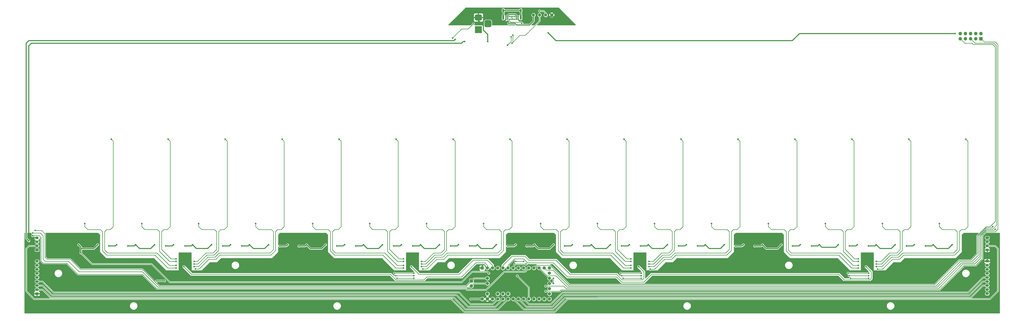
<source format=gbr>
G04 #@! TF.GenerationSoftware,KiCad,Pcbnew,(5.1.7)-1*
G04 #@! TF.CreationDate,2021-02-18T16:10:05-05:00*
G04 #@! TF.ProjectId,OpeNITHM-full,4f70654e-4954-4484-9d2d-66756c6c2e6b,rev?*
G04 #@! TF.SameCoordinates,Original*
G04 #@! TF.FileFunction,Copper,L2,Bot*
G04 #@! TF.FilePolarity,Positive*
%FSLAX46Y46*%
G04 Gerber Fmt 4.6, Leading zero omitted, Abs format (unit mm)*
G04 Created by KiCad (PCBNEW (5.1.7)-1) date 2021-02-18 16:10:05*
%MOMM*%
%LPD*%
G01*
G04 APERTURE LIST*
G04 #@! TA.AperFunction,ComponentPad*
%ADD10O,1.700000X1.700000*%
G04 #@! TD*
G04 #@! TA.AperFunction,ComponentPad*
%ADD11R,1.700000X1.700000*%
G04 #@! TD*
G04 #@! TA.AperFunction,ComponentPad*
%ADD12C,1.600000*%
G04 #@! TD*
G04 #@! TA.AperFunction,ComponentPad*
%ADD13R,1.600000X1.600000*%
G04 #@! TD*
G04 #@! TA.AperFunction,ComponentPad*
%ADD14C,0.700000*%
G04 #@! TD*
G04 #@! TA.AperFunction,ComponentPad*
%ADD15O,0.900000X2.400000*%
G04 #@! TD*
G04 #@! TA.AperFunction,ComponentPad*
%ADD16O,0.900000X1.700000*%
G04 #@! TD*
G04 #@! TA.AperFunction,ComponentPad*
%ADD17R,3.500000X3.500000*%
G04 #@! TD*
G04 #@! TA.AperFunction,SMDPad,CuDef*
%ADD18C,1.500000*%
G04 #@! TD*
G04 #@! TA.AperFunction,ComponentPad*
%ADD19O,1.750000X1.200000*%
G04 #@! TD*
G04 #@! TA.AperFunction,ViaPad*
%ADD20C,0.800000*%
G04 #@! TD*
G04 #@! TA.AperFunction,Conductor*
%ADD21C,0.508000*%
G04 #@! TD*
G04 #@! TA.AperFunction,Conductor*
%ADD22C,0.250000*%
G04 #@! TD*
G04 #@! TA.AperFunction,Conductor*
%ADD23C,0.254000*%
G04 #@! TD*
G04 #@! TA.AperFunction,Conductor*
%ADD24C,0.100000*%
G04 #@! TD*
G04 APERTURE END LIST*
D10*
X368300000Y-18097500D03*
X368300000Y-20637500D03*
X370840000Y-18097500D03*
X370840000Y-20637500D03*
X373380000Y-18097500D03*
X373380000Y-20637500D03*
X375920000Y-18097500D03*
X375920000Y-20637500D03*
X378460000Y-18097500D03*
D11*
X378460000Y-20637500D03*
D12*
X135890000Y-140970000D03*
X135890000Y-138430000D03*
D13*
X133350000Y-133350000D03*
D12*
X135890000Y-133350000D03*
X138430000Y-133350000D03*
X140970000Y-133350000D03*
X143510000Y-133350000D03*
X146050000Y-133350000D03*
X148590000Y-133350000D03*
X151130000Y-133350000D03*
X153670000Y-133350000D03*
X156210000Y-133350000D03*
X158750000Y-133350000D03*
X161290000Y-133350000D03*
X163830000Y-133350000D03*
X146050000Y-146050000D03*
X143510000Y-146050000D03*
X140970000Y-146050000D03*
X135890000Y-146050000D03*
X133350000Y-148590000D03*
X135890000Y-148590000D03*
X138430000Y-148590000D03*
X140970000Y-148590000D03*
X143510000Y-148590000D03*
X146050000Y-148590000D03*
X148590000Y-148590000D03*
X151130000Y-148590000D03*
X153670000Y-148590000D03*
X156210000Y-148590000D03*
X158750000Y-148590000D03*
X161290000Y-148590000D03*
X163830000Y-148590000D03*
X166370000Y-133350000D03*
X166370000Y-135890000D03*
X166370000Y-138430000D03*
X166370000Y-148590000D03*
X166370000Y-146050000D03*
X166370000Y-143510000D03*
X166370000Y-140970000D03*
D11*
X128000000Y-139700000D03*
D10*
X128000000Y-142240000D03*
D14*
X145020000Y-11100000D03*
X145870000Y-11100000D03*
X146720000Y-11100000D03*
X147570000Y-11100000D03*
X148420000Y-11100000D03*
X149270000Y-11100000D03*
X150120000Y-11100000D03*
X150970000Y-11100000D03*
X145870000Y-9750000D03*
X147570000Y-9750000D03*
X146720000Y-9750000D03*
X145020000Y-9750000D03*
X149270000Y-9750000D03*
X150120000Y-9750000D03*
X150970000Y-9750000D03*
X148420000Y-9750000D03*
D15*
X143670000Y-10120000D03*
X152320000Y-10120000D03*
D16*
X143670000Y-6740000D03*
X152320000Y-6740000D03*
G04 #@! TA.AperFunction,ComponentPad*
G36*
G01*
X135270000Y-11450000D02*
X137020000Y-11450000D01*
G75*
G02*
X137895000Y-12325000I0J-875000D01*
G01*
X137895000Y-14075000D01*
G75*
G02*
X137020000Y-14950000I-875000J0D01*
G01*
X135270000Y-14950000D01*
G75*
G02*
X134395000Y-14075000I0J875000D01*
G01*
X134395000Y-12325000D01*
G75*
G02*
X135270000Y-11450000I875000J0D01*
G01*
G37*
G04 #@! TD.AperFunction*
G04 #@! TA.AperFunction,ComponentPad*
G36*
G01*
X130445000Y-8700000D02*
X132445000Y-8700000D01*
G75*
G02*
X133195000Y-9450000I0J-750000D01*
G01*
X133195000Y-10950000D01*
G75*
G02*
X132445000Y-11700000I-750000J0D01*
G01*
X130445000Y-11700000D01*
G75*
G02*
X129695000Y-10950000I0J750000D01*
G01*
X129695000Y-9450000D01*
G75*
G02*
X130445000Y-8700000I750000J0D01*
G01*
G37*
G04 #@! TD.AperFunction*
D17*
X131445000Y-16200000D03*
D18*
X167500000Y-9000000D03*
X164500000Y-9000000D03*
X161500000Y-9000000D03*
X158500000Y-9000000D03*
D19*
X-85500000Y-118500000D03*
X-85500000Y-120500000D03*
X-85500000Y-122500000D03*
G04 #@! TA.AperFunction,ComponentPad*
G36*
G01*
X-84874999Y-125100000D02*
X-86125001Y-125100000D01*
G75*
G02*
X-86375000Y-124850001I0J249999D01*
G01*
X-86375000Y-124149999D01*
G75*
G02*
X-86125001Y-123900000I249999J0D01*
G01*
X-84874999Y-123900000D01*
G75*
G02*
X-84625000Y-124149999I0J-249999D01*
G01*
X-84625000Y-124850001D01*
G75*
G02*
X-84874999Y-125100000I-249999J0D01*
G01*
G37*
G04 #@! TD.AperFunction*
X381500000Y-124500000D03*
X381500000Y-122500000D03*
X381500000Y-120500000D03*
G04 #@! TA.AperFunction,ComponentPad*
G36*
G01*
X380874999Y-117900000D02*
X382125001Y-117900000D01*
G75*
G02*
X382375000Y-118149999I0J-249999D01*
G01*
X382375000Y-118850001D01*
G75*
G02*
X382125001Y-119100000I-249999J0D01*
G01*
X380874999Y-119100000D01*
G75*
G02*
X380625000Y-118850001I0J249999D01*
G01*
X380625000Y-118149999D01*
G75*
G02*
X380874999Y-117900000I249999J0D01*
G01*
G37*
G04 #@! TD.AperFunction*
X381500000Y-146000000D03*
X381500000Y-144000000D03*
X381500000Y-142000000D03*
X381500000Y-140000000D03*
X381500000Y-138000000D03*
X381500000Y-136000000D03*
X381500000Y-134000000D03*
X381500000Y-132000000D03*
G04 #@! TA.AperFunction,ComponentPad*
G36*
G01*
X380874999Y-129400000D02*
X382125001Y-129400000D01*
G75*
G02*
X382375000Y-129649999I0J-249999D01*
G01*
X382375000Y-130350001D01*
G75*
G02*
X382125001Y-130600000I-249999J0D01*
G01*
X380874999Y-130600000D01*
G75*
G02*
X380625000Y-130350001I0J249999D01*
G01*
X380625000Y-129649999D01*
G75*
G02*
X380874999Y-129400000I249999J0D01*
G01*
G37*
G04 #@! TD.AperFunction*
X-85500000Y-130000000D03*
X-85500000Y-132000000D03*
X-85500000Y-134000000D03*
X-85500000Y-136000000D03*
X-85500000Y-138000000D03*
X-85500000Y-140000000D03*
X-85500000Y-142000000D03*
X-85500000Y-144000000D03*
G04 #@! TA.AperFunction,ComponentPad*
G36*
G01*
X-84874999Y-146600000D02*
X-86125001Y-146600000D01*
G75*
G02*
X-86375000Y-146350001I0J249999D01*
G01*
X-86375000Y-145649999D01*
G75*
G02*
X-86125001Y-145400000I249999J0D01*
G01*
X-84874999Y-145400000D01*
G75*
G02*
X-84625000Y-145649999I0J-249999D01*
G01*
X-84625000Y-146350001D01*
G75*
G02*
X-84874999Y-146600000I-249999J0D01*
G01*
G37*
G04 #@! TD.AperFunction*
D20*
X175000000Y-154000000D03*
X57500000Y-128500000D03*
X33000000Y-128500000D03*
X281500000Y-128500000D03*
X257000000Y-128500000D03*
X223500000Y-135000000D03*
X308000000Y-135000000D03*
X84000000Y-135000000D03*
X-500000Y-135000000D03*
X136000000Y-22000000D03*
X167500000Y-11500000D03*
X169500000Y-128000000D03*
X144018000Y-128016000D03*
X196000000Y-135000000D03*
X-54500000Y-128500000D03*
X208500000Y-127000000D03*
X320500000Y-127000000D03*
X97000000Y-127000000D03*
X355500000Y-139500000D03*
X335000000Y-135000000D03*
X384000000Y-124500000D03*
X375920000Y-147320000D03*
X-90805000Y-147955000D03*
X-73025000Y-141605000D03*
X-79375000Y-116840000D03*
X111500000Y-135000000D03*
X31500000Y-155000000D03*
X279000000Y-155000000D03*
X121000000Y-154000000D03*
X386080000Y-148590000D03*
X124685000Y-22000000D03*
X-89535000Y-118110000D03*
X365760000Y-18097500D03*
X45500000Y-116500000D03*
X157500000Y-116500000D03*
X269500000Y-116500000D03*
X-66500000Y-116500000D03*
X165735000Y-17780000D03*
X381635000Y-116840000D03*
X-15000000Y-127000000D03*
X-23500000Y-135000000D03*
X-78105000Y-125730000D03*
X368000000Y-128000000D03*
X127635000Y-148590000D03*
X120060000Y-21000000D03*
X-89535000Y-120015000D03*
X211455000Y-135890000D03*
X323215000Y-135890000D03*
X201295000Y-135890000D03*
X313055000Y-135890000D03*
X99695000Y-135890000D03*
X90170000Y-135890000D03*
X149860000Y-130175000D03*
X153670000Y-130175000D03*
X211455000Y-137160000D03*
X323215000Y-137160000D03*
X201930000Y-137160000D03*
X313690000Y-137160000D03*
X99695000Y-137160000D03*
X90805000Y-137160000D03*
X154940000Y-131445000D03*
X149225000Y-131445000D03*
X211455000Y-138430000D03*
X323215000Y-138430000D03*
X202565000Y-138430000D03*
X314325000Y-138430000D03*
X91440000Y-138430000D03*
X99695000Y-138430000D03*
X147000000Y-70000000D03*
X104140000Y-133858000D03*
X103505000Y-131445000D03*
X119000000Y-70000000D03*
X94615000Y-128905000D03*
X91000000Y-70000000D03*
X94615000Y-132080000D03*
X63000000Y-70000000D03*
X35000000Y-70000000D03*
X-7620000Y-133858000D03*
X-8255000Y-131445000D03*
X7000000Y-70000000D03*
X-17145000Y-128905000D03*
X-21000000Y-70000000D03*
X-49000000Y-70000000D03*
X-17145000Y-132080000D03*
X-62000000Y-111500000D03*
X-17145000Y-133350000D03*
X-17145000Y-130175000D03*
X-34000000Y-111500000D03*
X-8255000Y-130175000D03*
X-6000000Y-111500000D03*
X-8255000Y-132715000D03*
X22000000Y-111500000D03*
X94615000Y-133350000D03*
X50000000Y-111500000D03*
X94615000Y-130175000D03*
X78000000Y-111500000D03*
X103505000Y-130175000D03*
X106000000Y-111500000D03*
X103505000Y-132715000D03*
X134000000Y-111500000D03*
X150495000Y-137160000D03*
X-22860000Y-139700000D03*
X-26670000Y-139700000D03*
X321945000Y-132715000D03*
X-13335000Y-132715000D03*
X136525000Y-135890000D03*
X-55688333Y-121920000D03*
X-65021666Y-121920000D03*
X-63932500Y-125932500D03*
X210185000Y-132715000D03*
X98425000Y-132715000D03*
X327660000Y-133985000D03*
X371000000Y-70000000D03*
X327025000Y-131445000D03*
X343000000Y-70000000D03*
X318135000Y-128905000D03*
X315000000Y-70000000D03*
X318135000Y-132080000D03*
X287000000Y-70000000D03*
X215900000Y-133985000D03*
X259000000Y-70000000D03*
X215265000Y-131445000D03*
X231000000Y-70000000D03*
X206375000Y-128905000D03*
X203000000Y-70000000D03*
X206375000Y-132080000D03*
X175000000Y-70000000D03*
X327025000Y-132715000D03*
X358000000Y-111500000D03*
X327025000Y-130175000D03*
X330000000Y-111500000D03*
X318135000Y-130175000D03*
X302000000Y-111500000D03*
X318135000Y-133350000D03*
X274000000Y-111500000D03*
X215265000Y-132715000D03*
X246000000Y-111500000D03*
X215265000Y-130175000D03*
X218000000Y-111500000D03*
X206375000Y-130175000D03*
X190000000Y-111500000D03*
X206375000Y-133350000D03*
X162000000Y-111500000D03*
X164465000Y-142240000D03*
X385445000Y-114300000D03*
X384175000Y-113030000D03*
X164465000Y-144780000D03*
X168275000Y-140970000D03*
X168275000Y-138430000D03*
X152840000Y-13000000D03*
X147570000Y-19770000D03*
X161500000Y-7000000D03*
X-86360000Y-114935000D03*
X145732500Y-23812500D03*
X148420000Y-18920000D03*
X-87630000Y-116205000D03*
X147955000Y-22860000D03*
X118745000Y-20320000D03*
X128905000Y-13335000D03*
X-87630000Y-117475000D03*
X146260990Y-13079010D03*
X-50165000Y-122555000D03*
X-46355000Y-121920000D03*
X-40831667Y-122555000D03*
X-37021667Y-121920000D03*
X-27688334Y-121920000D03*
X-22165001Y-122555000D03*
X-18355001Y-121920000D03*
X-9021668Y-121920000D03*
X311665Y-121920000D03*
X-12700000Y-122555000D03*
X5834998Y-122555000D03*
X9644998Y-121920000D03*
X15168331Y-122555000D03*
X18978331Y-121920000D03*
X28311664Y-121920000D03*
X33834997Y-122555000D03*
X37644997Y-121920000D03*
X43168330Y-122555000D03*
X46978330Y-121920000D03*
X56311663Y-121920000D03*
X61834996Y-122555000D03*
X65644996Y-121920000D03*
X71168329Y-122555000D03*
X74978329Y-121920000D03*
X84311662Y-121920000D03*
X89834995Y-122555000D03*
X93644995Y-121920000D03*
X99168328Y-122555000D03*
X102978328Y-121920000D03*
X112311661Y-121920000D03*
X117834994Y-122555000D03*
X121644994Y-121920000D03*
X127168327Y-122555000D03*
X130978327Y-121920000D03*
X140311660Y-121920000D03*
X145834993Y-122555000D03*
X149644993Y-121920000D03*
X155168326Y-122555000D03*
X158978326Y-121920000D03*
X168311659Y-121920000D03*
X173834992Y-122555000D03*
X177644992Y-121920000D03*
X183168325Y-122555000D03*
X186978325Y-121920000D03*
X196311658Y-121920000D03*
X201834991Y-122555000D03*
X205644991Y-121920000D03*
X211168324Y-122555000D03*
X214978324Y-121920000D03*
X224311657Y-121920000D03*
X229834990Y-122555000D03*
X233644990Y-121920000D03*
X239168323Y-122555000D03*
X242978323Y-121920000D03*
X252311656Y-121920000D03*
X257834989Y-122555000D03*
X261644989Y-121920000D03*
X267168322Y-122555000D03*
X270978322Y-121920000D03*
X280311655Y-121920000D03*
X285834988Y-122555000D03*
X289644988Y-121920000D03*
X295168321Y-122555000D03*
X298978321Y-121920000D03*
X308311654Y-121920000D03*
X313834987Y-122555000D03*
X317644987Y-121920000D03*
X323168320Y-122555000D03*
X326978320Y-121920000D03*
X336311653Y-121920000D03*
X341834986Y-122555000D03*
X345644986Y-121920000D03*
X351168319Y-122555000D03*
X354978319Y-121920000D03*
X364311652Y-121920000D03*
D21*
X150970000Y-9750000D02*
X150970000Y-11100000D01*
X150340000Y-8000000D02*
X145840000Y-8000000D01*
X145020000Y-8820000D02*
X145020000Y-9750000D01*
X150970000Y-8630000D02*
X150340000Y-8000000D01*
X150970000Y-9750000D02*
X150970000Y-8630000D01*
X145840000Y-8000000D02*
X145020000Y-8820000D01*
X145020000Y-9750000D02*
X145020000Y-11100000D01*
X167500000Y-9000000D02*
X167500000Y-11500000D01*
X-89535000Y-116840000D02*
X-89535000Y-116840000D01*
X365760000Y-18097500D02*
X365760000Y-18097500D01*
X-88265000Y-22860000D02*
X123190000Y-22860000D01*
X-89535000Y-24130000D02*
X-88265000Y-22860000D01*
X-89535000Y-116840000D02*
X-89535000Y-24130000D01*
X124050000Y-22000000D02*
X123190000Y-22860000D01*
X124685000Y-22000000D02*
X124050000Y-22000000D01*
X-89535000Y-116840000D02*
X-89535000Y-118110000D01*
X-89535000Y-118110000D02*
X-89535000Y-118110000D01*
X136000000Y-18525000D02*
X136000000Y-22000000D01*
X133940990Y-16465990D02*
X136000000Y-18525000D01*
X133940990Y-14195990D02*
X133940990Y-16465990D01*
X131445000Y-11700000D02*
X133940990Y-14195990D01*
X131445000Y-10200000D02*
X131445000Y-11700000D01*
X365760000Y-18097500D02*
X289242500Y-18097500D01*
X289242500Y-18097500D02*
X285750000Y-21590000D01*
X285750000Y-21590000D02*
X169545000Y-21590000D01*
X169545000Y-21590000D02*
X165735000Y-17780000D01*
X165735000Y-17780000D02*
X165735000Y-17780000D01*
X127635000Y-148590000D02*
X133350000Y-148590000D01*
X-90805000Y-22860000D02*
X-89535000Y-21590000D01*
X119470000Y-21590000D02*
X119380000Y-21590000D01*
X120060000Y-21000000D02*
X119470000Y-21590000D01*
X-89535000Y-21590000D02*
X119380000Y-21590000D01*
X-90805000Y-116205000D02*
X-90805000Y-118745000D01*
X-90805000Y-116205000D02*
X-90805000Y-22860000D01*
X-90805000Y-118745000D02*
X-90170000Y-119380000D01*
X-90170000Y-119380000D02*
X-90170000Y-119380000D01*
X-90170000Y-119380000D02*
X-89535000Y-120015000D01*
X-89535000Y-120015000D02*
X-89535000Y-120015000D01*
D22*
X211455000Y-135890000D02*
X203200000Y-135890000D01*
X314960000Y-135890000D02*
X323215000Y-135890000D01*
X323215000Y-135890000D02*
X323215000Y-135890000D01*
X203200000Y-135890000D02*
X201295000Y-135890000D01*
X314960000Y-135890000D02*
X313055000Y-135890000D01*
X91440000Y-135890000D02*
X90170000Y-135890000D01*
X99695000Y-135890000D02*
X91440000Y-135890000D01*
X153670000Y-130175000D02*
X149860000Y-130175000D01*
X314960000Y-137160000D02*
X323215000Y-137160000D01*
X323215000Y-137160000D02*
X323215000Y-137160000D01*
X211455000Y-137160000D02*
X203200000Y-137160000D01*
X203200000Y-137160000D02*
X201930000Y-137160000D01*
X314960000Y-137160000D02*
X313690000Y-137160000D01*
X91440000Y-137160000D02*
X90805000Y-137160000D01*
X99695000Y-137160000D02*
X91440000Y-137160000D01*
X149225000Y-131445000D02*
X154940000Y-131445000D01*
X211455000Y-138430000D02*
X203200000Y-138430000D01*
X314960000Y-138430000D02*
X323215000Y-138430000D01*
X323215000Y-138430000D02*
X323215000Y-138430000D01*
X203200000Y-138430000D02*
X202565000Y-138430000D01*
X314960000Y-138430000D02*
X314325000Y-138430000D01*
X91440000Y-138430000D02*
X99695000Y-138430000D01*
X99695000Y-138430000D02*
X99695000Y-138430000D01*
X148000000Y-71000000D02*
X147000000Y-70000000D01*
X144750000Y-114500000D02*
X146500000Y-114500000D01*
X143750000Y-124750000D02*
X143750000Y-115500000D01*
X141500000Y-127000000D02*
X143750000Y-124750000D01*
X116500000Y-127000000D02*
X141500000Y-127000000D01*
X114500000Y-129000000D02*
X116500000Y-127000000D01*
X148000000Y-113000000D02*
X148000000Y-71000000D01*
X143750000Y-115500000D02*
X144750000Y-114500000D01*
X110970000Y-129000000D02*
X114500000Y-129000000D01*
X146500000Y-114500000D02*
X148000000Y-113000000D01*
X106112000Y-133858000D02*
X106523000Y-133447000D01*
X104140000Y-133858000D02*
X106112000Y-133858000D01*
X106523000Y-133447000D02*
X110970000Y-129000000D01*
X103505000Y-131445000D02*
X105055000Y-131445000D01*
X118500000Y-114500000D02*
X116750000Y-114500000D01*
X116750000Y-114500000D02*
X115750000Y-115500000D01*
X113500000Y-127000000D02*
X110000000Y-127000000D01*
X120000000Y-71000000D02*
X120000000Y-113000000D01*
X115750000Y-115500000D02*
X115750000Y-124750000D01*
X115750000Y-124750000D02*
X113500000Y-127000000D01*
X110000000Y-127000000D02*
X105555000Y-131445000D01*
X119000000Y-70000000D02*
X120000000Y-71000000D01*
X120000000Y-113000000D02*
X118500000Y-114500000D01*
X105555000Y-131445000D02*
X105055000Y-131445000D01*
X94615000Y-128905000D02*
X92405000Y-128905000D01*
X87750000Y-115500000D02*
X87750000Y-124250000D01*
X87750000Y-124250000D02*
X92405000Y-128905000D01*
X92000000Y-113000000D02*
X90500000Y-114500000D01*
X92000000Y-71000000D02*
X92000000Y-113000000D01*
X88750000Y-114500000D02*
X87750000Y-115500000D01*
X91000000Y-70000000D02*
X92000000Y-71000000D01*
X90500000Y-114500000D02*
X88750000Y-114500000D01*
X91580000Y-132080000D02*
X94615000Y-132080000D01*
X63000000Y-70000000D02*
X64000000Y-71000000D01*
X64000000Y-113000000D02*
X62500000Y-114500000D01*
X85500000Y-126000000D02*
X91580000Y-132080000D01*
X64000000Y-71000000D02*
X64000000Y-113000000D01*
X62500000Y-114500000D02*
X60750000Y-114500000D01*
X59750000Y-115500000D02*
X59750000Y-124500000D01*
X59750000Y-124500000D02*
X61250000Y-126000000D01*
X60750000Y-114500000D02*
X59750000Y-115500000D01*
X61250000Y-126000000D02*
X85500000Y-126000000D01*
X2500000Y-129000000D02*
X-1030000Y-129000000D01*
X29500000Y-127000000D02*
X4500000Y-127000000D01*
X31750000Y-124750000D02*
X29500000Y-127000000D01*
X31750000Y-115500000D02*
X31750000Y-124750000D01*
X32750000Y-114500000D02*
X31750000Y-115500000D01*
X34500000Y-114500000D02*
X32750000Y-114500000D01*
X4500000Y-127000000D02*
X2500000Y-129000000D01*
X36000000Y-71000000D02*
X36000000Y-113000000D01*
X36000000Y-113000000D02*
X34500000Y-114500000D01*
X35000000Y-70000000D02*
X36000000Y-71000000D01*
X-5888000Y-133858000D02*
X-5484000Y-133454000D01*
X-7620000Y-133858000D02*
X-5888000Y-133858000D01*
X-1030000Y-129000000D02*
X-5484000Y-133454000D01*
X1500000Y-127000000D02*
X-2000000Y-127000000D01*
X3750000Y-124750000D02*
X1500000Y-127000000D01*
X3750000Y-115500000D02*
X3750000Y-124750000D01*
X4750000Y-114500000D02*
X3750000Y-115500000D01*
X6500000Y-114500000D02*
X4750000Y-114500000D01*
X-2000000Y-127000000D02*
X-6445000Y-131445000D01*
X8000000Y-113000000D02*
X6500000Y-114500000D01*
X8000000Y-71000000D02*
X8000000Y-113000000D01*
X7000000Y-70000000D02*
X8000000Y-71000000D01*
X-8255000Y-131445000D02*
X-6445000Y-131445000D01*
X-17145000Y-128905000D02*
X-19595000Y-128905000D01*
X-21000000Y-70000000D02*
X-20000000Y-71000000D01*
X-20000000Y-113000000D02*
X-21500000Y-114500000D01*
X-20000000Y-71000000D02*
X-20000000Y-113000000D01*
X-21500000Y-114500000D02*
X-23250000Y-114500000D01*
X-23250000Y-114500000D02*
X-24250000Y-115500000D01*
X-24250000Y-115500000D02*
X-24250000Y-124250000D01*
X-24250000Y-124250000D02*
X-19595000Y-128905000D01*
X-20420000Y-132080000D02*
X-17145000Y-132080000D01*
X-26500000Y-126000000D02*
X-20420000Y-132080000D01*
X-48000000Y-113000000D02*
X-49500000Y-114500000D01*
X-48000000Y-71000000D02*
X-48000000Y-113000000D01*
X-49000000Y-70000000D02*
X-48000000Y-71000000D01*
X-51250000Y-114500000D02*
X-52250000Y-115500000D01*
X-49500000Y-114500000D02*
X-51250000Y-114500000D01*
X-52250000Y-115500000D02*
X-52250000Y-124500000D01*
X-52250000Y-124500000D02*
X-50750000Y-126000000D01*
X-50750000Y-126000000D02*
X-26500000Y-126000000D01*
X-27500000Y-127000000D02*
X-21150000Y-133350000D01*
X-51250000Y-127000000D02*
X-27500000Y-127000000D01*
X-53250000Y-125000000D02*
X-51250000Y-127000000D01*
X-54250000Y-114500000D02*
X-53250000Y-115500000D01*
X-60500000Y-114500000D02*
X-54250000Y-114500000D01*
X-53250000Y-115500000D02*
X-53250000Y-125000000D01*
X-62000000Y-113000000D02*
X-60500000Y-114500000D01*
X-21150000Y-133350000D02*
X-17145000Y-133350000D01*
X-62000000Y-111500000D02*
X-62000000Y-113000000D01*
X-17145000Y-130175000D02*
X-20325000Y-130175000D01*
X-34000000Y-111500000D02*
X-34000000Y-113000000D01*
X-32500000Y-114500000D02*
X-26250000Y-114500000D01*
X-34000000Y-113000000D02*
X-32500000Y-114500000D01*
X-26250000Y-114500000D02*
X-25250000Y-115500000D01*
X-25250000Y-115500000D02*
X-25250000Y-125250000D01*
X-25250000Y-125250000D02*
X-20325000Y-130175000D01*
X-7675000Y-130175000D02*
X-8255000Y-130175000D01*
X-2500000Y-126000000D02*
X-6675000Y-130175000D01*
X1000000Y-126000000D02*
X-2500000Y-126000000D01*
X2750000Y-124250000D02*
X1000000Y-126000000D01*
X1750000Y-114500000D02*
X2750000Y-115500000D01*
X-4500000Y-114500000D02*
X1750000Y-114500000D01*
X-6000000Y-113000000D02*
X-4500000Y-114500000D01*
X-6000000Y-111500000D02*
X-6000000Y-113000000D01*
X2750000Y-115500000D02*
X2750000Y-124250000D01*
X-6675000Y-130175000D02*
X-7675000Y-130175000D01*
X4000000Y-126000000D02*
X2000000Y-128000000D01*
X2000000Y-128000000D02*
X-1500000Y-128000000D01*
X29000000Y-126000000D02*
X4000000Y-126000000D01*
X30750000Y-124250000D02*
X29000000Y-126000000D01*
X30750000Y-115500000D02*
X30750000Y-124250000D01*
X-6215000Y-132715000D02*
X-8255000Y-132715000D01*
X29750000Y-114500000D02*
X30750000Y-115500000D01*
X23500000Y-114500000D02*
X29750000Y-114500000D01*
X-1500000Y-128000000D02*
X-6215000Y-132715000D01*
X22000000Y-113000000D02*
X23500000Y-114500000D01*
X22000000Y-111500000D02*
X22000000Y-113000000D01*
X94615000Y-133350000D02*
X90850000Y-133350000D01*
X58750000Y-125000000D02*
X60750000Y-127000000D01*
X84500000Y-127000000D02*
X90850000Y-133350000D01*
X58750000Y-115500000D02*
X58750000Y-125000000D01*
X50000000Y-111500000D02*
X50000000Y-113000000D01*
X60750000Y-127000000D02*
X84500000Y-127000000D01*
X51500000Y-114500000D02*
X57750000Y-114500000D01*
X50000000Y-113000000D02*
X51500000Y-114500000D01*
X57750000Y-114500000D02*
X58750000Y-115500000D01*
X94615000Y-130175000D02*
X91675000Y-130175000D01*
X86750000Y-115500000D02*
X86750000Y-125250000D01*
X86750000Y-125250000D02*
X91675000Y-130175000D01*
X85750000Y-114500000D02*
X86750000Y-115500000D01*
X78000000Y-111500000D02*
X78000000Y-113000000D01*
X79500000Y-114500000D02*
X85750000Y-114500000D01*
X78000000Y-113000000D02*
X79500000Y-114500000D01*
X103505000Y-130175000D02*
X104325000Y-130175000D01*
X113750000Y-114500000D02*
X114750000Y-115500000D01*
X107500000Y-114500000D02*
X113750000Y-114500000D01*
X106000000Y-113000000D02*
X107500000Y-114500000D01*
X109500000Y-126000000D02*
X105325000Y-130175000D01*
X106000000Y-111500000D02*
X106000000Y-113000000D01*
X114750000Y-115500000D02*
X114750000Y-124250000D01*
X113000000Y-126000000D02*
X109500000Y-126000000D01*
X114750000Y-124250000D02*
X113000000Y-126000000D01*
X105325000Y-130175000D02*
X104325000Y-130175000D01*
X103505000Y-132715000D02*
X105785000Y-132715000D01*
X142750000Y-124250000D02*
X141000000Y-126000000D01*
X134000000Y-113000000D02*
X135500000Y-114500000D01*
X135500000Y-114500000D02*
X141750000Y-114500000D01*
X134000000Y-111500000D02*
X134000000Y-113000000D01*
X142750000Y-115500000D02*
X142750000Y-124250000D01*
X141000000Y-126000000D02*
X116000000Y-126000000D01*
X110500000Y-128000000D02*
X105785000Y-132715000D01*
X141750000Y-114500000D02*
X142750000Y-115500000D01*
X116000000Y-126000000D02*
X114000000Y-128000000D01*
X114000000Y-128000000D02*
X110500000Y-128000000D01*
X156210000Y-142875000D02*
X156210000Y-148590000D01*
X150495000Y-137160000D02*
X156210000Y-142875000D01*
D21*
X-22860000Y-139700000D02*
X-26670000Y-139700000D01*
X-26670000Y-139700000D02*
X-26670000Y-139700000D01*
D22*
X321945000Y-132715000D02*
X321945000Y-132715000D01*
X324485000Y-135255000D02*
X321945000Y-132715000D01*
X324485000Y-138430000D02*
X324485000Y-135255000D01*
X308610000Y-136525000D02*
X311240001Y-139155001D01*
X153670000Y-128905000D02*
X155575000Y-130810000D01*
X155575000Y-130810000D02*
X168275000Y-130810000D01*
X212725000Y-140335000D02*
X216535000Y-136525000D01*
X311240001Y-139155001D02*
X323759999Y-139155001D01*
X323759999Y-139155001D02*
X324485000Y-138430000D01*
X168275000Y-130810000D02*
X175260000Y-137795000D01*
X175260000Y-137795000D02*
X199390000Y-137795000D01*
X201930000Y-140335000D02*
X212725000Y-140335000D01*
X199390000Y-137795000D02*
X201930000Y-140335000D01*
X216535000Y-136525000D02*
X308610000Y-136525000D01*
X149225000Y-128905000D02*
X146050000Y-132080000D01*
X146050000Y-133350000D02*
X146050000Y-132080000D01*
X149225000Y-128905000D02*
X153670000Y-128905000D01*
X135890000Y-132080000D02*
X135890000Y-133350000D01*
X130175000Y-130810000D02*
X134620000Y-130810000D01*
X123190000Y-137795000D02*
X130175000Y-130810000D01*
X106045000Y-137795000D02*
X123190000Y-137795000D01*
X134620000Y-130810000D02*
X135890000Y-132080000D01*
X-9525000Y-136525000D02*
X88265000Y-136525000D01*
X104684999Y-139155001D02*
X106045000Y-137795000D01*
X-13335000Y-132715000D02*
X-9525000Y-136525000D01*
X88265000Y-136525000D02*
X90895001Y-139155001D01*
X90895001Y-139155001D02*
X104684999Y-139155001D01*
X135890000Y-135255000D02*
X135890000Y-135255000D01*
X135890000Y-135255000D02*
X136525000Y-135890000D01*
X128270000Y-135255000D02*
X135890000Y-135255000D01*
X123190000Y-140335000D02*
X128270000Y-135255000D01*
X-20320000Y-140335000D02*
X123190000Y-140335000D01*
X-29210000Y-131445000D02*
X-20320000Y-140335000D01*
X-58420000Y-131445000D02*
X-29210000Y-131445000D01*
X-63932500Y-125932500D02*
X-63932500Y-125932500D01*
D21*
X-56323333Y-122555000D02*
X-55688333Y-121920000D01*
X-63932500Y-123009166D02*
X-65021666Y-121920000D01*
D22*
X-63932500Y-125932500D02*
X-58420000Y-131445000D01*
D21*
X-57335833Y-123567500D02*
X-56323333Y-122555000D01*
X-63932500Y-123567500D02*
X-63932500Y-123009166D01*
X-55688333Y-121920000D02*
X-57593333Y-123825000D01*
X-63500000Y-123825000D02*
X-63932500Y-124257500D01*
X-57593333Y-123825000D02*
X-63500000Y-123825000D01*
X-63932500Y-124257500D02*
X-63932500Y-123567500D01*
X-63932500Y-125932500D02*
X-63932500Y-124257500D01*
D22*
X210185000Y-132715000D02*
X210185000Y-132715000D01*
X212725000Y-138430000D02*
X212725000Y-135255000D01*
X211999999Y-139155001D02*
X212725000Y-138430000D01*
X202020001Y-139155001D02*
X211999999Y-139155001D01*
X199390000Y-136525000D02*
X202020001Y-139155001D01*
X176530000Y-136525000D02*
X199390000Y-136525000D01*
X169545000Y-129540000D02*
X176530000Y-136525000D01*
X212725000Y-135255000D02*
X210185000Y-132715000D01*
X154305000Y-127635000D02*
X156210000Y-129540000D01*
X156210000Y-129540000D02*
X169545000Y-129540000D01*
X147955000Y-127635000D02*
X154305000Y-127635000D01*
X143510000Y-132080000D02*
X147955000Y-127635000D01*
X143510000Y-133350000D02*
X143510000Y-132080000D01*
X98425000Y-132715000D02*
X98425000Y-132715000D01*
X138430000Y-132080000D02*
X138430000Y-133350000D01*
X135890000Y-129540000D02*
X138430000Y-132080000D01*
X128905000Y-129540000D02*
X135890000Y-129540000D01*
X121920000Y-136525000D02*
X128905000Y-129540000D01*
X102235000Y-136525000D02*
X121920000Y-136525000D01*
X98425000Y-132715000D02*
X102235000Y-136525000D01*
X329485000Y-133985000D02*
X327660000Y-133985000D01*
X365500000Y-127000000D02*
X367750000Y-124750000D01*
X370500000Y-114500000D02*
X372000000Y-113000000D01*
X329485000Y-133985000D02*
X329985000Y-133985000D01*
X329985000Y-133985000D02*
X334970000Y-129000000D01*
X367750000Y-115500000D02*
X368750000Y-114500000D01*
X340500000Y-127000000D02*
X365500000Y-127000000D01*
X372000000Y-71000000D02*
X371000000Y-70000000D01*
X338500000Y-129000000D02*
X340500000Y-127000000D01*
X367750000Y-124750000D02*
X367750000Y-115500000D01*
X334970000Y-129000000D02*
X338500000Y-129000000D01*
X372000000Y-113000000D02*
X372000000Y-71000000D01*
X368750000Y-114500000D02*
X370500000Y-114500000D01*
X344000000Y-71000000D02*
X343000000Y-70000000D01*
X342500000Y-114500000D02*
X344000000Y-113000000D01*
X339750000Y-115500000D02*
X340750000Y-114500000D01*
X339750000Y-124750000D02*
X339750000Y-115500000D01*
X337500000Y-127000000D02*
X339750000Y-124750000D01*
X334000000Y-127000000D02*
X337500000Y-127000000D01*
X329555000Y-131445000D02*
X334000000Y-127000000D01*
X344000000Y-113000000D02*
X344000000Y-71000000D01*
X340750000Y-114500000D02*
X342500000Y-114500000D01*
X327025000Y-131445000D02*
X329555000Y-131445000D01*
X316405000Y-128905000D02*
X318135000Y-128905000D01*
X311750000Y-115500000D02*
X311750000Y-124250000D01*
X311750000Y-124250000D02*
X316405000Y-128905000D01*
X316000000Y-113000000D02*
X314500000Y-114500000D01*
X316000000Y-71000000D02*
X316000000Y-113000000D01*
X312750000Y-114500000D02*
X311750000Y-115500000D01*
X315000000Y-70000000D02*
X316000000Y-71000000D01*
X314500000Y-114500000D02*
X312750000Y-114500000D01*
X315580000Y-132080000D02*
X318135000Y-132080000D01*
X287000000Y-70000000D02*
X288000000Y-71000000D01*
X288000000Y-113000000D02*
X286500000Y-114500000D01*
X309500000Y-126000000D02*
X315580000Y-132080000D01*
X288000000Y-71000000D02*
X288000000Y-113000000D01*
X286500000Y-114500000D02*
X284750000Y-114500000D01*
X283750000Y-115500000D02*
X283750000Y-124500000D01*
X283750000Y-124500000D02*
X285250000Y-126000000D01*
X284750000Y-114500000D02*
X283750000Y-115500000D01*
X285250000Y-126000000D02*
X309500000Y-126000000D01*
X260000000Y-71000000D02*
X259000000Y-70000000D01*
X217515000Y-133985000D02*
X217985000Y-133985000D01*
X255750000Y-115500000D02*
X256750000Y-114500000D01*
X217985000Y-133985000D02*
X222970000Y-129000000D01*
X222970000Y-129000000D02*
X226500000Y-129000000D01*
X256750000Y-114500000D02*
X258500000Y-114500000D01*
X226500000Y-129000000D02*
X228500000Y-127000000D01*
X255750000Y-124750000D02*
X255750000Y-115500000D01*
X228500000Y-127000000D02*
X253500000Y-127000000D01*
X217515000Y-133985000D02*
X215900000Y-133985000D01*
X258500000Y-114500000D02*
X260000000Y-113000000D01*
X260000000Y-113000000D02*
X260000000Y-71000000D01*
X253500000Y-127000000D02*
X255750000Y-124750000D01*
X232000000Y-113000000D02*
X232000000Y-71000000D01*
X230500000Y-114500000D02*
X232000000Y-113000000D01*
X228750000Y-114500000D02*
X230500000Y-114500000D01*
X232000000Y-71000000D02*
X231000000Y-70000000D01*
X227750000Y-115500000D02*
X228750000Y-114500000D01*
X227750000Y-124750000D02*
X227750000Y-115500000D01*
X225500000Y-127000000D02*
X227750000Y-124750000D01*
X222000000Y-127000000D02*
X225500000Y-127000000D01*
X217555000Y-131445000D02*
X222000000Y-127000000D01*
X215265000Y-131445000D02*
X217555000Y-131445000D01*
X204405000Y-128905000D02*
X206375000Y-128905000D01*
X199750000Y-115500000D02*
X199750000Y-124250000D01*
X199750000Y-124250000D02*
X204405000Y-128905000D01*
X204000000Y-113000000D02*
X202500000Y-114500000D01*
X204000000Y-71000000D02*
X204000000Y-113000000D01*
X200750000Y-114500000D02*
X199750000Y-115500000D01*
X203000000Y-70000000D02*
X204000000Y-71000000D01*
X202500000Y-114500000D02*
X200750000Y-114500000D01*
X203580000Y-132080000D02*
X206375000Y-132080000D01*
X175000000Y-70000000D02*
X176000000Y-71000000D01*
X176000000Y-113000000D02*
X174500000Y-114500000D01*
X197500000Y-126000000D02*
X203580000Y-132080000D01*
X176000000Y-71000000D02*
X176000000Y-113000000D01*
X174500000Y-114500000D02*
X172750000Y-114500000D01*
X171750000Y-115500000D02*
X171750000Y-124500000D01*
X171750000Y-124500000D02*
X173250000Y-126000000D01*
X172750000Y-114500000D02*
X171750000Y-115500000D01*
X173250000Y-126000000D02*
X197500000Y-126000000D01*
X359500000Y-114500000D02*
X358000000Y-113000000D01*
X365750000Y-114500000D02*
X359500000Y-114500000D01*
X366750000Y-115500000D02*
X365750000Y-114500000D01*
X365000000Y-126000000D02*
X366750000Y-124250000D01*
X340000000Y-126000000D02*
X365000000Y-126000000D01*
X338000000Y-128000000D02*
X340000000Y-126000000D01*
X334500000Y-128000000D02*
X338000000Y-128000000D01*
X358000000Y-113000000D02*
X358000000Y-111500000D01*
X329785000Y-132715000D02*
X334500000Y-128000000D01*
X366750000Y-124250000D02*
X366750000Y-115500000D01*
X327025000Y-132715000D02*
X329785000Y-132715000D01*
X330000000Y-113000000D02*
X330000000Y-111500000D01*
X331500000Y-114500000D02*
X330000000Y-113000000D01*
X338750000Y-124250000D02*
X338750000Y-115500000D01*
X337000000Y-126000000D02*
X338750000Y-124250000D01*
X329325000Y-130175000D02*
X333500000Y-126000000D01*
X337750000Y-114500000D02*
X331500000Y-114500000D01*
X338750000Y-115500000D02*
X337750000Y-114500000D01*
X333500000Y-126000000D02*
X337000000Y-126000000D01*
X327025000Y-130175000D02*
X329325000Y-130175000D01*
X315675000Y-130175000D02*
X318135000Y-130175000D01*
X310750000Y-115500000D02*
X310750000Y-125250000D01*
X310750000Y-125250000D02*
X315675000Y-130175000D01*
X309750000Y-114500000D02*
X310750000Y-115500000D01*
X302000000Y-111500000D02*
X302000000Y-113000000D01*
X303500000Y-114500000D02*
X309750000Y-114500000D01*
X302000000Y-113000000D02*
X303500000Y-114500000D01*
X314850000Y-133350000D02*
X314270000Y-132770000D01*
X318135000Y-133350000D02*
X314850000Y-133350000D01*
X313000000Y-131500000D02*
X314270000Y-132770000D01*
X282750000Y-125000000D02*
X284750000Y-127000000D01*
X308500000Y-127000000D02*
X314850000Y-133350000D01*
X282750000Y-115500000D02*
X282750000Y-125000000D01*
X274000000Y-111500000D02*
X274000000Y-113000000D01*
X284750000Y-127000000D02*
X308500000Y-127000000D01*
X275500000Y-114500000D02*
X281750000Y-114500000D01*
X274000000Y-113000000D02*
X275500000Y-114500000D01*
X281750000Y-114500000D02*
X282750000Y-115500000D01*
X217785000Y-132715000D02*
X215265000Y-132715000D01*
X254750000Y-124250000D02*
X253000000Y-126000000D01*
X246000000Y-113000000D02*
X247500000Y-114500000D01*
X247500000Y-114500000D02*
X253750000Y-114500000D01*
X246000000Y-111500000D02*
X246000000Y-113000000D01*
X254750000Y-115500000D02*
X254750000Y-124250000D01*
X253000000Y-126000000D02*
X228000000Y-126000000D01*
X222500000Y-128000000D02*
X217785000Y-132715000D01*
X253750000Y-114500000D02*
X254750000Y-115500000D01*
X228000000Y-126000000D02*
X226000000Y-128000000D01*
X226000000Y-128000000D02*
X222500000Y-128000000D01*
X216325000Y-130175000D02*
X215265000Y-130175000D01*
X225750000Y-114500000D02*
X226750000Y-115500000D01*
X219500000Y-114500000D02*
X225750000Y-114500000D01*
X218000000Y-113000000D02*
X219500000Y-114500000D01*
X221500000Y-126000000D02*
X217325000Y-130175000D01*
X218000000Y-111500000D02*
X218000000Y-113000000D01*
X226750000Y-115500000D02*
X226750000Y-124250000D01*
X225000000Y-126000000D02*
X221500000Y-126000000D01*
X226750000Y-124250000D02*
X225000000Y-126000000D01*
X217325000Y-130175000D02*
X216325000Y-130175000D01*
X203675000Y-130175000D02*
X206375000Y-130175000D01*
X198750000Y-115500000D02*
X198750000Y-125250000D01*
X198750000Y-125250000D02*
X203675000Y-130175000D01*
X197750000Y-114500000D02*
X198750000Y-115500000D01*
X190000000Y-111500000D02*
X190000000Y-113000000D01*
X191500000Y-114500000D02*
X197750000Y-114500000D01*
X190000000Y-113000000D02*
X191500000Y-114500000D01*
X202850000Y-133350000D02*
X202072500Y-132572500D01*
X206375000Y-133350000D02*
X202850000Y-133350000D01*
X170750000Y-125000000D02*
X172750000Y-127000000D01*
X196500000Y-127000000D02*
X202850000Y-133350000D01*
X170750000Y-115500000D02*
X170750000Y-125000000D01*
X162000000Y-111500000D02*
X162000000Y-113000000D01*
X172750000Y-127000000D02*
X196500000Y-127000000D01*
X163500000Y-114500000D02*
X169750000Y-114500000D01*
X162000000Y-113000000D02*
X163500000Y-114500000D01*
X169750000Y-114500000D02*
X170750000Y-115500000D01*
X380998590Y-114935000D02*
X384810000Y-114935000D01*
X384810000Y-114935000D02*
X385445000Y-114300000D01*
X378644991Y-117288599D02*
X380998590Y-114935000D01*
X378460000Y-117475000D02*
X378644990Y-117290010D01*
X378460000Y-128270000D02*
X378460000Y-117475000D01*
X375285000Y-131445000D02*
X378460000Y-128270000D01*
X357505000Y-143510000D02*
X369570000Y-131445000D01*
X369570000Y-131445000D02*
X375285000Y-131445000D01*
X174625000Y-143510000D02*
X357505000Y-143510000D01*
X173355000Y-142240000D02*
X174625000Y-143510000D01*
X378644990Y-117290010D02*
X378644991Y-117288599D01*
X164465000Y-142240000D02*
X173355000Y-142240000D01*
X375602500Y-22860000D02*
X376555000Y-22860000D01*
X373380000Y-20637500D02*
X375602500Y-22860000D01*
X376555000Y-22860000D02*
X375920000Y-22860000D01*
X165100000Y-137160000D02*
X161290000Y-133350000D01*
X376555000Y-22860000D02*
X384810000Y-22860000D01*
X384810000Y-22860000D02*
X386080000Y-24130000D01*
X386080000Y-112395000D02*
X384175000Y-114300000D01*
X169545000Y-137160000D02*
X165100000Y-137160000D01*
X384175000Y-114300000D02*
X380997180Y-114300000D01*
X380997180Y-114300000D02*
X377825000Y-117472180D01*
X377825000Y-117472180D02*
X377825000Y-127639230D01*
X386080000Y-24130000D02*
X386080000Y-112395000D01*
X377825000Y-127639230D02*
X374654230Y-130810000D01*
X368935000Y-130810000D02*
X356870000Y-142875000D01*
X356870000Y-142875000D02*
X175260000Y-142875000D01*
X374654230Y-130810000D02*
X368935000Y-130810000D01*
X175260000Y-142875000D02*
X169545000Y-137160000D01*
X175895000Y-142240000D02*
X168130001Y-134475001D01*
X356235000Y-142240000D02*
X175895000Y-142240000D01*
X368300000Y-130175000D02*
X356235000Y-142240000D01*
X374015000Y-130175000D02*
X368300000Y-130175000D01*
X377190000Y-127000000D02*
X374015000Y-130175000D01*
X164955001Y-134475001D02*
X163830000Y-133350000D01*
X377374990Y-117290010D02*
X377190000Y-117475000D01*
X377374991Y-117285779D02*
X377374990Y-117290010D01*
X168130001Y-134475001D02*
X164955001Y-134475001D01*
X380995770Y-113665000D02*
X377374991Y-117285779D01*
X383540000Y-113665000D02*
X380995770Y-113665000D01*
X377190000Y-117475000D02*
X377190000Y-127000000D01*
X384175000Y-113030000D02*
X383540000Y-113665000D01*
X374015000Y-22860000D02*
X374650000Y-23495000D01*
X374650000Y-23495000D02*
X375920000Y-23495000D01*
X375920000Y-23495000D02*
X375285000Y-23495000D01*
X370522500Y-22860000D02*
X368300000Y-20637500D01*
X370840000Y-22860000D02*
X370522500Y-22860000D01*
X370840000Y-22860000D02*
X374015000Y-22860000D01*
X160020000Y-132080000D02*
X158750000Y-133350000D01*
X375920000Y-23495000D02*
X384175000Y-23495000D01*
X166765002Y-132080000D02*
X160020000Y-132080000D01*
X385445000Y-24765000D02*
X385445000Y-110490000D01*
X385445000Y-110490000D02*
X382905000Y-113030000D01*
X382905000Y-113030000D02*
X380994360Y-113030000D01*
X176290002Y-141605000D02*
X166765002Y-132080000D01*
X380994360Y-113030000D02*
X376555000Y-117469360D01*
X367665000Y-129540000D02*
X355600000Y-141605000D01*
X376555000Y-117469360D02*
X376555000Y-126365000D01*
X376555000Y-126365000D02*
X373380000Y-129540000D01*
X373380000Y-129540000D02*
X367665000Y-129540000D01*
X384175000Y-23495000D02*
X385445000Y-24765000D01*
X355600000Y-141605000D02*
X176290002Y-141605000D01*
X164465000Y-144780000D02*
X171450000Y-144780000D01*
X174625000Y-144145000D02*
X172085000Y-144145000D01*
X358147050Y-144145000D02*
X174625000Y-144145000D01*
X171450000Y-144780000D02*
X172085000Y-144145000D01*
X378460000Y-20637500D02*
X380047500Y-22225000D01*
X379095000Y-117475000D02*
X379095000Y-128905000D01*
X385445000Y-22225000D02*
X386715000Y-23495000D01*
X386715000Y-23495000D02*
X386715000Y-114300000D01*
X370212050Y-132080000D02*
X358147050Y-144145000D01*
X386715000Y-114300000D02*
X385445000Y-115570000D01*
X385445000Y-115570000D02*
X381000000Y-115570000D01*
X381000000Y-115570000D02*
X379095000Y-117475000D01*
X379095000Y-128905000D02*
X375920000Y-132080000D01*
X380047500Y-22225000D02*
X385445000Y-22225000D01*
X375920000Y-132080000D02*
X370212050Y-132080000D01*
X-85500000Y-140000000D02*
X-82885000Y-140000000D01*
X127635000Y-151130000D02*
X121920000Y-145415000D01*
X138430000Y-151130000D02*
X127635000Y-151130000D01*
X140970000Y-148590000D02*
X138430000Y-151130000D01*
X-75565000Y-145415000D02*
X-77470000Y-145415000D01*
X121920000Y-145415000D02*
X-75565000Y-145415000D01*
X-77470000Y-145415000D02*
X-82885000Y-140000000D01*
X-85500000Y-142000000D02*
X-82790000Y-142000000D01*
X143510000Y-148590000D02*
X139700000Y-152400000D01*
X139700000Y-152400000D02*
X126365000Y-152400000D01*
X126365000Y-152400000D02*
X120650000Y-146685000D01*
X-78105000Y-146685000D02*
X-82790000Y-142000000D01*
X-76835000Y-146685000D02*
X-78105000Y-146685000D01*
X120650000Y-146685000D02*
X-76835000Y-146685000D01*
X125095000Y-153670000D02*
X119380000Y-147955000D01*
X140970000Y-153670000D02*
X125095000Y-153670000D01*
X146050000Y-148590000D02*
X140970000Y-153670000D01*
X-82695000Y-144000000D02*
X-85500000Y-144000000D01*
X-78740000Y-147955000D02*
X-82695000Y-144000000D01*
X-78105000Y-147955000D02*
X-78740000Y-147955000D01*
X119380000Y-147955000D02*
X-78105000Y-147955000D01*
X148590000Y-148590000D02*
X153670000Y-153670000D01*
X168276410Y-153670000D02*
X173990000Y-147956410D01*
X153670000Y-153670000D02*
X168276410Y-153670000D01*
X379335000Y-142000000D02*
X381500000Y-142000000D01*
X189865000Y-147955000D02*
X373380000Y-147955000D01*
X189863590Y-147956410D02*
X189865000Y-147955000D01*
X373380000Y-147955000D02*
X379335000Y-142000000D01*
X173990000Y-147956410D02*
X180973590Y-147956410D01*
X180973590Y-147956410D02*
X189863590Y-147956410D01*
X180340000Y-147956410D02*
X180973590Y-147956410D01*
X154940000Y-152400000D02*
X151130000Y-148590000D01*
X167640000Y-152400000D02*
X154940000Y-152400000D01*
X167640000Y-152400000D02*
X173355000Y-146685000D01*
X189230000Y-146685000D02*
X188595000Y-146685000D01*
X379395000Y-140000000D02*
X381500000Y-140000000D01*
X372710000Y-146685000D02*
X379395000Y-140000000D01*
X189230000Y-146685000D02*
X372710000Y-146685000D01*
X181610000Y-146685000D02*
X182880000Y-146685000D01*
X182880000Y-146685000D02*
X189230000Y-146685000D01*
X181610000Y-146685000D02*
X173355000Y-146685000D01*
X188595000Y-145415000D02*
X187325000Y-145415000D01*
X379525000Y-138000000D02*
X381500000Y-138000000D01*
X372110000Y-145415000D02*
X379525000Y-138000000D01*
X188595000Y-145415000D02*
X372110000Y-145415000D01*
X172720000Y-145415000D02*
X182245000Y-145415000D01*
X167005000Y-151130000D02*
X172720000Y-145415000D01*
X156210000Y-151130000D02*
X167005000Y-151130000D01*
X153670000Y-148590000D02*
X156210000Y-151130000D01*
X182245000Y-145415000D02*
X188595000Y-145415000D01*
X179070000Y-145415000D02*
X182245000Y-145415000D01*
X168275000Y-138430000D02*
X168275000Y-140970000D01*
D21*
X152320000Y-6740000D02*
X152320000Y-10120000D01*
X143670000Y-6740000D02*
X143670000Y-10120000D01*
X152320000Y-6740000D02*
X143670000Y-6740000D01*
D22*
X152840000Y-13000000D02*
X152840000Y-13000000D01*
X152340000Y-12500000D02*
X152840000Y-13000000D01*
X146720000Y-11100000D02*
X146720000Y-11880000D01*
X146720000Y-11880000D02*
X147340000Y-12500000D01*
X147340000Y-12500000D02*
X152340000Y-12500000D01*
X168910000Y-154940000D02*
X124460000Y-154940000D01*
X175260000Y-148590000D02*
X168910000Y-154940000D01*
X124460000Y-154940000D02*
X118745000Y-149225000D01*
X382905000Y-148590000D02*
X175260000Y-148590000D01*
X386715000Y-144780000D02*
X382905000Y-148590000D01*
X386715000Y-123825000D02*
X386715000Y-144780000D01*
X385390000Y-122500000D02*
X386715000Y-123825000D01*
X381500000Y-122500000D02*
X385390000Y-122500000D01*
X-89480000Y-122500000D02*
X-85500000Y-122500000D01*
X-90805000Y-144780000D02*
X-90805000Y-123825000D01*
X-90805000Y-123825000D02*
X-89480000Y-122500000D01*
X-86995000Y-148590000D02*
X-90805000Y-144780000D01*
X118110000Y-148590000D02*
X-86995000Y-148590000D01*
X118745000Y-149225000D02*
X118110000Y-148590000D01*
X162500000Y-7000000D02*
X161500000Y-7000000D01*
X161500000Y-7000000D02*
X161500000Y-7000000D01*
X164500000Y-8000000D02*
X163500000Y-7000000D01*
X164500000Y-9000000D02*
X164500000Y-8000000D01*
X163500000Y-7000000D02*
X162500000Y-7000000D01*
X147570000Y-21770000D02*
X147570000Y-19770000D01*
X129270000Y-138430000D02*
X128000000Y-139700000D01*
X135890000Y-138430000D02*
X129270000Y-138430000D01*
X147570000Y-21975000D02*
X147570000Y-21770000D01*
X145732500Y-23812500D02*
X147570000Y-21975000D01*
X126230000Y-141470000D02*
X126095000Y-141605000D01*
X128000000Y-139700000D02*
X126230000Y-141470000D01*
X125460000Y-142240000D02*
X126230000Y-141470000D01*
X-25400000Y-142240000D02*
X125460000Y-142240000D01*
X-26028922Y-141611078D02*
X-25400000Y-142240000D01*
X-33648922Y-133985000D02*
X-26028922Y-141605000D01*
X-64135000Y-133985000D02*
X-33648922Y-133985000D01*
X-26028922Y-141605000D02*
X-26028922Y-141611078D01*
X-86360000Y-114935000D02*
X-83185000Y-114935000D01*
X145732500Y-23812500D02*
X145732500Y-23812500D01*
X-69060000Y-129060000D02*
X-80440000Y-129060000D01*
X-69060000Y-129060000D02*
X-64135000Y-133985000D01*
X-81560000Y-127940000D02*
X-81560000Y-116560000D01*
X-80440000Y-129060000D02*
X-81560000Y-127940000D01*
X-83185000Y-114935000D02*
X-81560000Y-116560000D01*
X148420000Y-11100000D02*
X148420000Y-10850000D01*
X148420000Y-10850000D02*
X147570000Y-10000000D01*
X147570000Y-10000000D02*
X147570000Y-9750000D01*
X161500000Y-9000000D02*
X161500000Y-12000000D01*
X153000000Y-19000000D02*
X154500000Y-19000000D01*
X154500000Y-19000000D02*
X161500000Y-12000000D01*
X129270000Y-140970000D02*
X128000000Y-142240000D01*
X135890000Y-140970000D02*
X129270000Y-140970000D01*
X153000000Y-19000000D02*
X151815000Y-19000000D01*
X148420000Y-22395000D02*
X147955000Y-22860000D01*
X148420000Y-18920000D02*
X148420000Y-22395000D01*
X151815000Y-19000000D02*
X147955000Y-22860000D01*
X147955000Y-22860000D02*
X147955000Y-22860000D01*
X-83820000Y-116205000D02*
X-87630000Y-116205000D01*
X-82512500Y-128987500D02*
X-82512500Y-117512500D01*
X-82512500Y-117512500D02*
X-83820000Y-116205000D01*
X-81487500Y-130012500D02*
X-82512500Y-128987500D01*
X-64770000Y-135255000D02*
X-70012500Y-130012500D01*
X-70012500Y-130012500D02*
X-81487500Y-130012500D01*
X-26035000Y-142875000D02*
X-33655000Y-135255000D01*
X127365000Y-142875000D02*
X-26035000Y-142875000D01*
X-33655000Y-135255000D02*
X-64770000Y-135255000D01*
X128000000Y-142240000D02*
X127365000Y-142875000D01*
X118745000Y-20320000D02*
X123190000Y-15875000D01*
X123190000Y-15875000D02*
X126365000Y-15875000D01*
X126365000Y-15875000D02*
X128905000Y-13335000D01*
X128905000Y-13335000D02*
X128905000Y-13335000D01*
X144145000Y-135255000D02*
X154305000Y-135255000D01*
X135255000Y-144145000D02*
X144145000Y-135255000D01*
X125730000Y-144145000D02*
X135255000Y-144145000D01*
X125095000Y-143510000D02*
X125730000Y-144145000D01*
X-26670000Y-143510000D02*
X125095000Y-143510000D01*
X-33655000Y-136525000D02*
X-26670000Y-143510000D01*
X154305000Y-135255000D02*
X156210000Y-133350000D01*
X-65405000Y-136525000D02*
X-33655000Y-136525000D01*
X-87630000Y-117475000D02*
X-84455000Y-117475000D01*
X-70965000Y-130965000D02*
X-82535000Y-130965000D01*
X-70965000Y-130965000D02*
X-65405000Y-136525000D01*
X-83465000Y-130035000D02*
X-83465000Y-118465000D01*
X-82535000Y-130965000D02*
X-83465000Y-130035000D01*
X-84455000Y-117475000D02*
X-83465000Y-118465000D01*
D21*
X145870000Y-9750000D02*
X145870000Y-11100000D01*
X145870000Y-9255026D02*
X146417016Y-8708010D01*
X145870000Y-9750000D02*
X145870000Y-9255026D01*
X146417016Y-8708010D02*
X149572984Y-8708010D01*
X149572984Y-8708010D02*
X150120000Y-9255026D01*
X150120000Y-9255026D02*
X150120000Y-9750000D01*
X150120000Y-9750000D02*
X150120000Y-11100000D01*
X146260990Y-13079010D02*
X146260990Y-13079010D01*
X149419010Y-13079010D02*
X146260990Y-13079010D01*
X150194001Y-13854001D02*
X149419010Y-13079010D01*
X155145999Y-13854001D02*
X150194001Y-13854001D01*
X158500000Y-9000000D02*
X158500000Y-12000000D01*
X156645999Y-13854001D02*
X158500000Y-12000000D01*
X155145999Y-13854001D02*
X156645999Y-13854001D01*
X-50165000Y-122555000D02*
X-46990000Y-122555000D01*
X-46990000Y-122555000D02*
X-46355000Y-121920000D01*
X-46355000Y-121920000D02*
X-46355000Y-121920000D01*
X-37656667Y-122555000D02*
X-37021667Y-121920000D01*
X-40831667Y-122555000D02*
X-37656667Y-122555000D01*
X-27688334Y-121920000D02*
X-29593334Y-123825000D01*
X-35116667Y-123825000D02*
X-37021667Y-121920000D01*
X-29593334Y-123825000D02*
X-35116667Y-123825000D01*
X-18990001Y-122555000D02*
X-18355001Y-121920000D01*
X-22165001Y-122555000D02*
X-18990001Y-122555000D01*
X-9656668Y-122555000D02*
X-9021668Y-121920000D01*
X-323335Y-122555000D02*
X311665Y-121920000D01*
X-12831668Y-122555000D02*
X-12700000Y-122555000D01*
X-8386667Y-122555000D02*
X-9021667Y-121920000D01*
X-12700000Y-122555000D02*
X-9656668Y-122555000D01*
X311665Y-121920000D02*
X-1593335Y-123825000D01*
X-7116668Y-123825000D02*
X-9021668Y-121920000D01*
X-1593335Y-123825000D02*
X-7116668Y-123825000D01*
X9009998Y-122555000D02*
X9644998Y-121920000D01*
X5834998Y-122555000D02*
X9009998Y-122555000D01*
X18343331Y-122555000D02*
X18978331Y-121920000D01*
X27676664Y-122555000D02*
X28311664Y-121920000D01*
X15168331Y-122555000D02*
X18343331Y-122555000D01*
X28311664Y-121920000D02*
X26406664Y-123825000D01*
X20883331Y-123825000D02*
X18978331Y-121920000D01*
X26406664Y-123825000D02*
X20883331Y-123825000D01*
X37009997Y-122555000D02*
X37644997Y-121920000D01*
X33834997Y-122555000D02*
X37009997Y-122555000D01*
X46343330Y-122555000D02*
X46978330Y-121920000D01*
X55676663Y-122555000D02*
X56311663Y-121920000D01*
X43168330Y-122555000D02*
X46343330Y-122555000D01*
X47613333Y-122555000D02*
X46978333Y-121920000D01*
X56311663Y-121920000D02*
X54406663Y-123825000D01*
X48883333Y-123825000D02*
X47613333Y-122555000D01*
X54406663Y-123825000D02*
X48883333Y-123825000D01*
X65009996Y-122555000D02*
X65644996Y-121920000D01*
X61834996Y-122555000D02*
X65009996Y-122555000D01*
X74343329Y-122555000D02*
X74978329Y-121920000D01*
X83676662Y-122555000D02*
X84311662Y-121920000D01*
X71168329Y-122555000D02*
X74343329Y-122555000D01*
X75613333Y-122555000D02*
X74978333Y-121920000D01*
X84311662Y-121920000D02*
X82406662Y-123825000D01*
X76883329Y-123825000D02*
X74978329Y-121920000D01*
X82406662Y-123825000D02*
X76883329Y-123825000D01*
X93009995Y-122555000D02*
X93644995Y-121920000D01*
X89834995Y-122555000D02*
X93009995Y-122555000D01*
X102343328Y-122555000D02*
X102978328Y-121920000D01*
X111676661Y-122555000D02*
X112311661Y-121920000D01*
X99168328Y-122555000D02*
X102343328Y-122555000D01*
X103613333Y-122555000D02*
X102978333Y-121920000D01*
X112311661Y-121920000D02*
X110406661Y-123825000D01*
X104883328Y-123825000D02*
X102978328Y-121920000D01*
X110406661Y-123825000D02*
X104883328Y-123825000D01*
X121009994Y-122555000D02*
X121644994Y-121920000D01*
X117834994Y-122555000D02*
X121009994Y-122555000D01*
X130343327Y-122555000D02*
X130978327Y-121920000D01*
X139676660Y-122555000D02*
X140311660Y-121920000D01*
X127168327Y-122555000D02*
X130343327Y-122555000D01*
X131613333Y-122555000D02*
X130978333Y-121920000D01*
X140311660Y-121920000D02*
X138430000Y-123801660D01*
X132859987Y-123801660D02*
X130978327Y-121920000D01*
X138430000Y-123801660D02*
X132859987Y-123801660D01*
X149009993Y-122555000D02*
X149644993Y-121920000D01*
X145834993Y-122555000D02*
X149009993Y-122555000D01*
X158343326Y-122555000D02*
X158978326Y-121920000D01*
X167676659Y-122555000D02*
X168311659Y-121920000D01*
X155168326Y-122555000D02*
X158343326Y-122555000D01*
X159613333Y-122555000D02*
X158978333Y-121920000D01*
X168311659Y-121920000D02*
X166406659Y-123825000D01*
X160883326Y-123825000D02*
X158978326Y-121920000D01*
X166406659Y-123825000D02*
X160883326Y-123825000D01*
X177009992Y-122555000D02*
X177644992Y-121920000D01*
X173834992Y-122555000D02*
X177009992Y-122555000D01*
X186343325Y-122555000D02*
X186978325Y-121920000D01*
X195676658Y-122555000D02*
X196311658Y-121920000D01*
X183168325Y-122555000D02*
X186343325Y-122555000D01*
X187613333Y-122555000D02*
X186978333Y-121920000D01*
X196311658Y-121920000D02*
X194406658Y-123825000D01*
X188883325Y-123825000D02*
X186978325Y-121920000D01*
X194406658Y-123825000D02*
X188883325Y-123825000D01*
X205009991Y-122555000D02*
X205644991Y-121920000D01*
X201834991Y-122555000D02*
X205009991Y-122555000D01*
X214343324Y-122555000D02*
X214978324Y-121920000D01*
X223676657Y-122555000D02*
X224311657Y-121920000D01*
X211168324Y-122555000D02*
X214343324Y-122555000D01*
X215613333Y-122555000D02*
X214978333Y-121920000D01*
X224311657Y-121920000D02*
X222406657Y-123825000D01*
X216883324Y-123825000D02*
X214978324Y-121920000D01*
X222406657Y-123825000D02*
X216883324Y-123825000D01*
X233009990Y-122555000D02*
X233644990Y-121920000D01*
X229834990Y-122555000D02*
X233009990Y-122555000D01*
X242343323Y-122555000D02*
X242978323Y-121920000D01*
X251676656Y-122555000D02*
X252311656Y-121920000D01*
X239168323Y-122555000D02*
X242343323Y-122555000D01*
X243613333Y-122555000D02*
X242978333Y-121920000D01*
X252311656Y-121920000D02*
X250406656Y-123825000D01*
X244883323Y-123825000D02*
X242978323Y-121920000D01*
X250406656Y-123825000D02*
X244883323Y-123825000D01*
X261009989Y-122555000D02*
X261644989Y-121920000D01*
X257834989Y-122555000D02*
X261009989Y-122555000D01*
X270343322Y-122555000D02*
X270978322Y-121920000D01*
X279676655Y-122555000D02*
X280311655Y-121920000D01*
X267168322Y-122555000D02*
X270343322Y-122555000D01*
X271613333Y-122555000D02*
X270978333Y-121920000D01*
X280311655Y-121920000D02*
X278406655Y-123825000D01*
X272883322Y-123825000D02*
X270978322Y-121920000D01*
X278406655Y-123825000D02*
X272883322Y-123825000D01*
X289009988Y-122555000D02*
X289644988Y-121920000D01*
X285834988Y-122555000D02*
X289009988Y-122555000D01*
X298343321Y-122555000D02*
X298978321Y-121920000D01*
X307676654Y-122555000D02*
X308311654Y-121920000D01*
X295168321Y-122555000D02*
X298343321Y-122555000D01*
X299613333Y-122555000D02*
X298978333Y-121920000D01*
X308311654Y-121920000D02*
X307041654Y-123190000D01*
X300248321Y-123190000D02*
X298978321Y-121920000D01*
X307041654Y-123190000D02*
X300248321Y-123190000D01*
X317009987Y-122555000D02*
X317644987Y-121920000D01*
X313834987Y-122555000D02*
X317009987Y-122555000D01*
X326343320Y-122555000D02*
X326978320Y-121920000D01*
X335676653Y-122555000D02*
X336311653Y-121920000D01*
X323168320Y-122555000D02*
X326343320Y-122555000D01*
X327613333Y-122555000D02*
X326978333Y-121920000D01*
X336311653Y-121920000D02*
X334406653Y-123825000D01*
X328883320Y-123825000D02*
X326978320Y-121920000D01*
X334406653Y-123825000D02*
X328883320Y-123825000D01*
X345009986Y-122555000D02*
X345644986Y-121920000D01*
X341834986Y-122555000D02*
X345009986Y-122555000D01*
X354343319Y-122555000D02*
X354978319Y-121920000D01*
X351168319Y-122555000D02*
X354343319Y-122555000D01*
X355613333Y-122555000D02*
X354978333Y-121920000D01*
X363676652Y-122555000D02*
X364311652Y-121920000D01*
X364311652Y-121920000D02*
X362406652Y-123825000D01*
X356883319Y-123825000D02*
X354978319Y-121920000D01*
X362406652Y-123825000D02*
X356883319Y-123825000D01*
D23*
X-91440000Y-116173809D02*
X-91439999Y-118713809D01*
X-91443071Y-118745000D01*
X-91439999Y-118776191D01*
X-91439999Y-118776192D01*
X-91432209Y-118855282D01*
X-91430811Y-118869481D01*
X-91394502Y-118989179D01*
X-91375084Y-119025507D01*
X-91335536Y-119099494D01*
X-91256184Y-119196185D01*
X-91231955Y-119216069D01*
X-90641066Y-119806960D01*
X-90621185Y-119831185D01*
X-90596961Y-119851065D01*
X-90596957Y-119851069D01*
X-90596947Y-119851078D01*
X-90306042Y-120141983D01*
X-90285987Y-120242809D01*
X-90227113Y-120384942D01*
X-90141642Y-120512859D01*
X-90032859Y-120621642D01*
X-89904942Y-120707113D01*
X-89762809Y-120765987D01*
X-89611922Y-120796000D01*
X-89458078Y-120796000D01*
X-89307191Y-120765987D01*
X-89165058Y-120707113D01*
X-89037141Y-120621642D01*
X-88928358Y-120512859D01*
X-88842887Y-120384942D01*
X-88784013Y-120242809D01*
X-88754000Y-120091922D01*
X-88754000Y-119938078D01*
X-88784013Y-119787191D01*
X-88842887Y-119645058D01*
X-88928358Y-119517141D01*
X-89037141Y-119408358D01*
X-89165058Y-119322887D01*
X-89307191Y-119264013D01*
X-89408017Y-119243958D01*
X-89698922Y-118953053D01*
X-89698931Y-118953043D01*
X-89698935Y-118953039D01*
X-89718815Y-118928815D01*
X-89743040Y-118908934D01*
X-90170000Y-118481975D01*
X-90170000Y-116127000D01*
X-88410786Y-116127000D01*
X-88411000Y-116128078D01*
X-88411000Y-116281922D01*
X-88380987Y-116432809D01*
X-88322113Y-116574942D01*
X-88236642Y-116702859D01*
X-88127859Y-116811642D01*
X-88085418Y-116840000D01*
X-88127859Y-116868358D01*
X-88236642Y-116977141D01*
X-88322113Y-117105058D01*
X-88380987Y-117247191D01*
X-88411000Y-117398078D01*
X-88411000Y-117551922D01*
X-88380987Y-117702809D01*
X-88322113Y-117844942D01*
X-88236642Y-117972859D01*
X-88127859Y-118081642D01*
X-87999942Y-118167113D01*
X-87857809Y-118225987D01*
X-87706922Y-118256000D01*
X-87553078Y-118256000D01*
X-87402191Y-118225987D01*
X-87260058Y-118167113D01*
X-87132141Y-118081642D01*
X-87031499Y-117981000D01*
X-86897600Y-117981000D01*
X-86964591Y-118144718D01*
X-86968462Y-118182391D01*
X-86843731Y-118373000D01*
X-85627000Y-118373000D01*
X-85627000Y-118353000D01*
X-85373000Y-118353000D01*
X-85373000Y-118373000D01*
X-85353000Y-118373000D01*
X-85353000Y-118627000D01*
X-85373000Y-118627000D01*
X-85373000Y-118647000D01*
X-85627000Y-118647000D01*
X-85627000Y-118627000D01*
X-86843731Y-118627000D01*
X-86968462Y-118817609D01*
X-86964591Y-118855282D01*
X-86872421Y-119080533D01*
X-86738078Y-119283474D01*
X-86566725Y-119456307D01*
X-86364946Y-119592390D01*
X-86248986Y-119641007D01*
X-86322651Y-119680382D01*
X-86472028Y-119802972D01*
X-86594618Y-119952349D01*
X-86685711Y-120122771D01*
X-86741805Y-120307690D01*
X-86760746Y-120500000D01*
X-86741805Y-120692310D01*
X-86685711Y-120877229D01*
X-86594618Y-121047651D01*
X-86472028Y-121197028D01*
X-86322651Y-121319618D01*
X-86152229Y-121410711D01*
X-85967310Y-121466805D01*
X-85823187Y-121481000D01*
X-85176813Y-121481000D01*
X-85032690Y-121466805D01*
X-84847771Y-121410711D01*
X-84677349Y-121319618D01*
X-84527972Y-121197028D01*
X-84405382Y-121047651D01*
X-84314289Y-120877229D01*
X-84258195Y-120692310D01*
X-84239254Y-120500000D01*
X-84258195Y-120307690D01*
X-84314289Y-120122771D01*
X-84405382Y-119952349D01*
X-84527972Y-119802972D01*
X-84677349Y-119680382D01*
X-84751014Y-119641007D01*
X-84635054Y-119592390D01*
X-84433275Y-119456307D01*
X-84261922Y-119283474D01*
X-84127579Y-119080533D01*
X-84035409Y-118855282D01*
X-84031538Y-118817609D01*
X-84156268Y-118627002D01*
X-84018590Y-118627002D01*
X-83970999Y-118674593D01*
X-83971000Y-130010154D01*
X-83973447Y-130035000D01*
X-83971000Y-130059846D01*
X-83971000Y-130059853D01*
X-83963678Y-130134192D01*
X-83934745Y-130229574D01*
X-83887759Y-130317479D01*
X-83824527Y-130394527D01*
X-83805215Y-130410376D01*
X-82910372Y-131305220D01*
X-82894527Y-131324527D01*
X-82817479Y-131387759D01*
X-82753112Y-131422164D01*
X-82729575Y-131434745D01*
X-82634193Y-131463678D01*
X-82535000Y-131473448D01*
X-82510146Y-131471000D01*
X-71174591Y-131471000D01*
X-65780372Y-136865220D01*
X-65764527Y-136884527D01*
X-65687479Y-136947759D01*
X-65599575Y-136994745D01*
X-65526393Y-137016944D01*
X-65504194Y-137023678D01*
X-65494306Y-137024652D01*
X-65429854Y-137031000D01*
X-65429847Y-137031000D01*
X-65405001Y-137033447D01*
X-65380155Y-137031000D01*
X-33864591Y-137031000D01*
X-27045372Y-143850220D01*
X-27029527Y-143869527D01*
X-26952479Y-143932759D01*
X-26864575Y-143979745D01*
X-26769193Y-144008678D01*
X-26670000Y-144018448D01*
X-26645146Y-144016000D01*
X124885409Y-144016000D01*
X125354628Y-144485220D01*
X125370473Y-144504527D01*
X125447521Y-144567759D01*
X125535425Y-144614745D01*
X125630807Y-144643678D01*
X125730000Y-144653448D01*
X125754854Y-144651000D01*
X135230154Y-144651000D01*
X135255000Y-144653447D01*
X135279846Y-144651000D01*
X135279854Y-144651000D01*
X135354193Y-144643678D01*
X135449575Y-144614745D01*
X135537479Y-144567759D01*
X135614527Y-144504527D01*
X135630376Y-144485215D01*
X143032513Y-137083078D01*
X149714000Y-137083078D01*
X149714000Y-137236922D01*
X149744013Y-137387809D01*
X149802887Y-137529942D01*
X149888358Y-137657859D01*
X149997141Y-137766642D01*
X150125058Y-137852113D01*
X150267191Y-137910987D01*
X150418078Y-137941000D01*
X150560409Y-137941000D01*
X155704000Y-143084592D01*
X155704001Y-147521287D01*
X155650587Y-147543412D01*
X155457157Y-147672658D01*
X155292658Y-147837157D01*
X155163412Y-148030587D01*
X155074386Y-148245515D01*
X155029000Y-148473682D01*
X155029000Y-148706318D01*
X155074386Y-148934485D01*
X155163412Y-149149413D01*
X155292658Y-149342843D01*
X155457157Y-149507342D01*
X155650587Y-149636588D01*
X155865515Y-149725614D01*
X156093682Y-149771000D01*
X156326318Y-149771000D01*
X156554485Y-149725614D01*
X156769413Y-149636588D01*
X156962843Y-149507342D01*
X157127342Y-149342843D01*
X157256588Y-149149413D01*
X157345614Y-148934485D01*
X157391000Y-148706318D01*
X157391000Y-148473682D01*
X157569000Y-148473682D01*
X157569000Y-148706318D01*
X157614386Y-148934485D01*
X157703412Y-149149413D01*
X157832658Y-149342843D01*
X157997157Y-149507342D01*
X158190587Y-149636588D01*
X158405515Y-149725614D01*
X158633682Y-149771000D01*
X158866318Y-149771000D01*
X159094485Y-149725614D01*
X159309413Y-149636588D01*
X159502843Y-149507342D01*
X159667342Y-149342843D01*
X159796588Y-149149413D01*
X159885614Y-148934485D01*
X159931000Y-148706318D01*
X159931000Y-148473682D01*
X160109000Y-148473682D01*
X160109000Y-148706318D01*
X160154386Y-148934485D01*
X160243412Y-149149413D01*
X160372658Y-149342843D01*
X160537157Y-149507342D01*
X160730587Y-149636588D01*
X160945515Y-149725614D01*
X161173682Y-149771000D01*
X161406318Y-149771000D01*
X161634485Y-149725614D01*
X161849413Y-149636588D01*
X162042843Y-149507342D01*
X162207342Y-149342843D01*
X162336588Y-149149413D01*
X162425614Y-148934485D01*
X162471000Y-148706318D01*
X162471000Y-148473682D01*
X162649000Y-148473682D01*
X162649000Y-148706318D01*
X162694386Y-148934485D01*
X162783412Y-149149413D01*
X162912658Y-149342843D01*
X163077157Y-149507342D01*
X163270587Y-149636588D01*
X163485515Y-149725614D01*
X163713682Y-149771000D01*
X163946318Y-149771000D01*
X164174485Y-149725614D01*
X164389413Y-149636588D01*
X164582843Y-149507342D01*
X164747342Y-149342843D01*
X164876588Y-149149413D01*
X164965614Y-148934485D01*
X165011000Y-148706318D01*
X165011000Y-148473682D01*
X165189000Y-148473682D01*
X165189000Y-148706318D01*
X165234386Y-148934485D01*
X165323412Y-149149413D01*
X165452658Y-149342843D01*
X165617157Y-149507342D01*
X165810587Y-149636588D01*
X166025515Y-149725614D01*
X166253682Y-149771000D01*
X166486318Y-149771000D01*
X166714485Y-149725614D01*
X166929413Y-149636588D01*
X167122843Y-149507342D01*
X167287342Y-149342843D01*
X167416588Y-149149413D01*
X167505614Y-148934485D01*
X167551000Y-148706318D01*
X167551000Y-148473682D01*
X167505614Y-148245515D01*
X167416588Y-148030587D01*
X167287342Y-147837157D01*
X167122843Y-147672658D01*
X166929413Y-147543412D01*
X166714485Y-147454386D01*
X166486318Y-147409000D01*
X166253682Y-147409000D01*
X166025515Y-147454386D01*
X165810587Y-147543412D01*
X165617157Y-147672658D01*
X165452658Y-147837157D01*
X165323412Y-148030587D01*
X165234386Y-148245515D01*
X165189000Y-148473682D01*
X165011000Y-148473682D01*
X164965614Y-148245515D01*
X164876588Y-148030587D01*
X164747342Y-147837157D01*
X164582843Y-147672658D01*
X164389413Y-147543412D01*
X164174485Y-147454386D01*
X163946318Y-147409000D01*
X163713682Y-147409000D01*
X163485515Y-147454386D01*
X163270587Y-147543412D01*
X163077157Y-147672658D01*
X162912658Y-147837157D01*
X162783412Y-148030587D01*
X162694386Y-148245515D01*
X162649000Y-148473682D01*
X162471000Y-148473682D01*
X162425614Y-148245515D01*
X162336588Y-148030587D01*
X162207342Y-147837157D01*
X162042843Y-147672658D01*
X161849413Y-147543412D01*
X161634485Y-147454386D01*
X161406318Y-147409000D01*
X161173682Y-147409000D01*
X160945515Y-147454386D01*
X160730587Y-147543412D01*
X160537157Y-147672658D01*
X160372658Y-147837157D01*
X160243412Y-148030587D01*
X160154386Y-148245515D01*
X160109000Y-148473682D01*
X159931000Y-148473682D01*
X159885614Y-148245515D01*
X159796588Y-148030587D01*
X159667342Y-147837157D01*
X159502843Y-147672658D01*
X159309413Y-147543412D01*
X159094485Y-147454386D01*
X158866318Y-147409000D01*
X158633682Y-147409000D01*
X158405515Y-147454386D01*
X158190587Y-147543412D01*
X157997157Y-147672658D01*
X157832658Y-147837157D01*
X157703412Y-148030587D01*
X157614386Y-148245515D01*
X157569000Y-148473682D01*
X157391000Y-148473682D01*
X157345614Y-148245515D01*
X157256588Y-148030587D01*
X157127342Y-147837157D01*
X156962843Y-147672658D01*
X156769413Y-147543412D01*
X156716000Y-147521288D01*
X156716000Y-142899854D01*
X156718448Y-142875000D01*
X156708678Y-142775807D01*
X156679745Y-142680425D01*
X156670302Y-142662758D01*
X156632759Y-142592521D01*
X156569527Y-142515473D01*
X156550220Y-142499628D01*
X151276000Y-137225409D01*
X151276000Y-137083078D01*
X151245987Y-136932191D01*
X151187113Y-136790058D01*
X151101642Y-136662141D01*
X150992859Y-136553358D01*
X150864942Y-136467887D01*
X150722809Y-136409013D01*
X150571922Y-136379000D01*
X150418078Y-136379000D01*
X150267191Y-136409013D01*
X150125058Y-136467887D01*
X149997141Y-136553358D01*
X149888358Y-136662141D01*
X149802887Y-136790058D01*
X149744013Y-136932191D01*
X149714000Y-137083078D01*
X143032513Y-137083078D01*
X144354592Y-135761000D01*
X154280154Y-135761000D01*
X154305000Y-135763447D01*
X154329846Y-135761000D01*
X154329854Y-135761000D01*
X154404193Y-135753678D01*
X154499575Y-135724745D01*
X154587479Y-135677759D01*
X154664527Y-135614527D01*
X154680376Y-135595215D01*
X155812102Y-134463490D01*
X155865515Y-134485614D01*
X156093682Y-134531000D01*
X156326318Y-134531000D01*
X156554485Y-134485614D01*
X156769413Y-134396588D01*
X156962843Y-134267342D01*
X157127342Y-134102843D01*
X157256588Y-133909413D01*
X157345614Y-133694485D01*
X157391000Y-133466318D01*
X157391000Y-133233682D01*
X157345614Y-133005515D01*
X157256588Y-132790587D01*
X157127342Y-132597157D01*
X156962843Y-132432658D01*
X156769413Y-132303412D01*
X156554485Y-132214386D01*
X156326318Y-132169000D01*
X156093682Y-132169000D01*
X155865515Y-132214386D01*
X155650587Y-132303412D01*
X155457157Y-132432658D01*
X155292658Y-132597157D01*
X155163412Y-132790587D01*
X155074386Y-133005515D01*
X155029000Y-133233682D01*
X155029000Y-133466318D01*
X155074386Y-133694485D01*
X155096510Y-133747898D01*
X154095409Y-134749000D01*
X144169854Y-134749000D01*
X144145000Y-134746552D01*
X144120146Y-134749000D01*
X144045807Y-134756322D01*
X143950425Y-134785255D01*
X143862521Y-134832241D01*
X143785473Y-134895473D01*
X143769630Y-134914778D01*
X135045409Y-143639000D01*
X125939592Y-143639000D01*
X125681591Y-143381000D01*
X127340154Y-143381000D01*
X127365000Y-143383447D01*
X127389846Y-143381000D01*
X127389854Y-143381000D01*
X127464193Y-143373678D01*
X127496514Y-143363874D01*
X127640931Y-143423693D01*
X127878757Y-143471000D01*
X128121243Y-143471000D01*
X128359069Y-143423693D01*
X128583097Y-143330898D01*
X128784717Y-143196180D01*
X128956180Y-143024717D01*
X129090898Y-142823097D01*
X129183693Y-142599069D01*
X129231000Y-142361243D01*
X129231000Y-142118757D01*
X129183693Y-141880931D01*
X129151758Y-141803833D01*
X129479592Y-141476000D01*
X134821288Y-141476000D01*
X134843412Y-141529413D01*
X134972658Y-141722843D01*
X135137157Y-141887342D01*
X135330587Y-142016588D01*
X135545515Y-142105614D01*
X135773682Y-142151000D01*
X136006318Y-142151000D01*
X136234485Y-142105614D01*
X136449413Y-142016588D01*
X136642843Y-141887342D01*
X136807342Y-141722843D01*
X136936588Y-141529413D01*
X137025614Y-141314485D01*
X137071000Y-141086318D01*
X137071000Y-140853682D01*
X137025614Y-140625515D01*
X136936588Y-140410587D01*
X136807342Y-140217157D01*
X136642843Y-140052658D01*
X136449413Y-139923412D01*
X136234485Y-139834386D01*
X136006318Y-139789000D01*
X135773682Y-139789000D01*
X135545515Y-139834386D01*
X135330587Y-139923412D01*
X135137157Y-140052658D01*
X134972658Y-140217157D01*
X134843412Y-140410587D01*
X134821288Y-140464000D01*
X129294845Y-140464000D01*
X129269999Y-140461553D01*
X129245153Y-140464000D01*
X129245146Y-140464000D01*
X129232843Y-140465212D01*
X129232843Y-139182749D01*
X129479592Y-138936000D01*
X134821288Y-138936000D01*
X134843412Y-138989413D01*
X134972658Y-139182843D01*
X135137157Y-139347342D01*
X135330587Y-139476588D01*
X135545515Y-139565614D01*
X135773682Y-139611000D01*
X136006318Y-139611000D01*
X136234485Y-139565614D01*
X136449413Y-139476588D01*
X136642843Y-139347342D01*
X136807342Y-139182843D01*
X136936588Y-138989413D01*
X137025614Y-138774485D01*
X137071000Y-138546318D01*
X137071000Y-138313682D01*
X137025614Y-138085515D01*
X136936588Y-137870587D01*
X136807342Y-137677157D01*
X136642843Y-137512658D01*
X136449413Y-137383412D01*
X136234485Y-137294386D01*
X136006318Y-137249000D01*
X135773682Y-137249000D01*
X135545515Y-137294386D01*
X135330587Y-137383412D01*
X135137157Y-137512658D01*
X134972658Y-137677157D01*
X134843412Y-137870587D01*
X134821288Y-137924000D01*
X129294845Y-137924000D01*
X129269999Y-137921553D01*
X129245153Y-137924000D01*
X129245146Y-137924000D01*
X129180694Y-137930348D01*
X129170806Y-137931322D01*
X129075425Y-137960255D01*
X128987521Y-138007241D01*
X128910473Y-138070473D01*
X128894628Y-138089780D01*
X128517251Y-138467157D01*
X127150000Y-138467157D01*
X127075311Y-138474513D01*
X127003492Y-138496299D01*
X126937304Y-138531678D01*
X126879289Y-138579289D01*
X126831678Y-138637304D01*
X126796299Y-138703492D01*
X126774513Y-138775311D01*
X126767157Y-138850000D01*
X126767157Y-140217251D01*
X125889783Y-141094626D01*
X125889778Y-141094630D01*
X125250409Y-141734000D01*
X-25190408Y-141734000D01*
X-25625729Y-141298680D01*
X-25669395Y-141245473D01*
X-25688702Y-141229628D01*
X-26463170Y-140455160D01*
X-26442191Y-140450987D01*
X-26300058Y-140392113D01*
X-26214582Y-140335000D01*
X-23315418Y-140335000D01*
X-23229942Y-140392113D01*
X-23087809Y-140450987D01*
X-22936922Y-140481000D01*
X-22783078Y-140481000D01*
X-22632191Y-140450987D01*
X-22490058Y-140392113D01*
X-22362141Y-140306642D01*
X-22253358Y-140197859D01*
X-22167887Y-140069942D01*
X-22109013Y-139927809D01*
X-22079000Y-139776922D01*
X-22079000Y-139623078D01*
X-22109013Y-139472191D01*
X-22167887Y-139330058D01*
X-22253358Y-139202141D01*
X-22362141Y-139093358D01*
X-22490058Y-139007887D01*
X-22632191Y-138949013D01*
X-22783078Y-138919000D01*
X-22936922Y-138919000D01*
X-23087809Y-138949013D01*
X-23229942Y-139007887D01*
X-23315418Y-139065000D01*
X-26214582Y-139065000D01*
X-26300058Y-139007887D01*
X-26442191Y-138949013D01*
X-26593078Y-138919000D01*
X-26746922Y-138919000D01*
X-26897809Y-138949013D01*
X-27039942Y-139007887D01*
X-27167859Y-139093358D01*
X-27276642Y-139202141D01*
X-27362113Y-139330058D01*
X-27420987Y-139472191D01*
X-27425160Y-139493170D01*
X-33273546Y-133644785D01*
X-33289395Y-133625473D01*
X-33366443Y-133562241D01*
X-33454347Y-133515255D01*
X-33549729Y-133486322D01*
X-33624068Y-133479000D01*
X-33624076Y-133479000D01*
X-33648922Y-133476553D01*
X-33673768Y-133479000D01*
X-63925408Y-133479000D01*
X-68684624Y-128719785D01*
X-68700473Y-128700473D01*
X-68777521Y-128637241D01*
X-68865425Y-128590255D01*
X-68960807Y-128561322D01*
X-69035146Y-128554000D01*
X-69035154Y-128554000D01*
X-69060000Y-128551553D01*
X-69084846Y-128554000D01*
X-80230408Y-128554000D01*
X-81054000Y-127730409D01*
X-81054000Y-121843078D01*
X-65802666Y-121843078D01*
X-65802666Y-121996922D01*
X-65772653Y-122147809D01*
X-65713779Y-122289942D01*
X-65628308Y-122417859D01*
X-65519525Y-122526642D01*
X-65391608Y-122612113D01*
X-65249475Y-122670987D01*
X-65148648Y-122691043D01*
X-64567500Y-123272191D01*
X-64567500Y-124226319D01*
X-64570571Y-124257500D01*
X-64567500Y-124288681D01*
X-64567500Y-124288691D01*
X-64567499Y-124288701D01*
X-64567500Y-125477082D01*
X-64624613Y-125562558D01*
X-64683487Y-125704691D01*
X-64713500Y-125855578D01*
X-64713500Y-126009422D01*
X-64683487Y-126160309D01*
X-64624613Y-126302442D01*
X-64539142Y-126430359D01*
X-64430359Y-126539142D01*
X-64302442Y-126624613D01*
X-64160309Y-126683487D01*
X-64009422Y-126713500D01*
X-63867091Y-126713500D01*
X-58795372Y-131785220D01*
X-58779527Y-131804527D01*
X-58702479Y-131867759D01*
X-58614575Y-131914745D01*
X-58551098Y-131934000D01*
X-58519194Y-131943678D01*
X-58509306Y-131944652D01*
X-58444854Y-131951000D01*
X-58444847Y-131951000D01*
X-58420001Y-131953447D01*
X-58395155Y-131951000D01*
X-29419591Y-131951000D01*
X-20695372Y-140675220D01*
X-20679527Y-140694527D01*
X-20602479Y-140757759D01*
X-20514577Y-140804744D01*
X-20514575Y-140804745D01*
X-20419193Y-140833678D01*
X-20320000Y-140843448D01*
X-20295146Y-140841000D01*
X123165154Y-140841000D01*
X123190000Y-140843447D01*
X123214846Y-140841000D01*
X123214854Y-140841000D01*
X123289193Y-140833678D01*
X123384575Y-140804745D01*
X123472479Y-140757759D01*
X123549527Y-140694527D01*
X123565376Y-140675215D01*
X128479592Y-135761000D01*
X135680409Y-135761000D01*
X135744000Y-135824591D01*
X135744000Y-135966922D01*
X135774013Y-136117809D01*
X135832887Y-136259942D01*
X135918358Y-136387859D01*
X136027141Y-136496642D01*
X136155058Y-136582113D01*
X136297191Y-136640987D01*
X136448078Y-136671000D01*
X136601922Y-136671000D01*
X136752809Y-136640987D01*
X136894942Y-136582113D01*
X137022859Y-136496642D01*
X137131642Y-136387859D01*
X137217113Y-136259942D01*
X137275987Y-136117809D01*
X137306000Y-135966922D01*
X137306000Y-135813078D01*
X137275987Y-135662191D01*
X137217113Y-135520058D01*
X137131642Y-135392141D01*
X137022859Y-135283358D01*
X136894942Y-135197887D01*
X136752809Y-135139013D01*
X136601922Y-135109000D01*
X136459591Y-135109000D01*
X136265376Y-134914785D01*
X136249527Y-134895473D01*
X136172479Y-134832241D01*
X136084575Y-134785255D01*
X135989193Y-134756322D01*
X135914854Y-134749000D01*
X135914846Y-134749000D01*
X135890000Y-134746553D01*
X135865154Y-134749000D01*
X134362869Y-134749000D01*
X134394180Y-134739502D01*
X134504494Y-134680537D01*
X134601185Y-134601185D01*
X134680537Y-134504494D01*
X134739502Y-134394180D01*
X134775812Y-134274482D01*
X134788072Y-134150000D01*
X134785804Y-133770335D01*
X134843412Y-133909413D01*
X134972658Y-134102843D01*
X135137157Y-134267342D01*
X135330587Y-134396588D01*
X135545515Y-134485614D01*
X135773682Y-134531000D01*
X136006318Y-134531000D01*
X136234485Y-134485614D01*
X136449413Y-134396588D01*
X136642843Y-134267342D01*
X136807342Y-134102843D01*
X136936588Y-133909413D01*
X137025614Y-133694485D01*
X137068875Y-133477000D01*
X137251125Y-133477000D01*
X137294386Y-133694485D01*
X137383412Y-133909413D01*
X137512658Y-134102843D01*
X137677157Y-134267342D01*
X137870587Y-134396588D01*
X138085515Y-134485614D01*
X138313682Y-134531000D01*
X138546318Y-134531000D01*
X138774485Y-134485614D01*
X138989413Y-134396588D01*
X139182843Y-134267342D01*
X139347342Y-134102843D01*
X139476588Y-133909413D01*
X139565614Y-133694485D01*
X139611000Y-133466318D01*
X139611000Y-133233682D01*
X139789000Y-133233682D01*
X139789000Y-133466318D01*
X139834386Y-133694485D01*
X139923412Y-133909413D01*
X140052658Y-134102843D01*
X140217157Y-134267342D01*
X140410587Y-134396588D01*
X140625515Y-134485614D01*
X140853682Y-134531000D01*
X141086318Y-134531000D01*
X141314485Y-134485614D01*
X141529413Y-134396588D01*
X141722843Y-134267342D01*
X141887342Y-134102843D01*
X142016588Y-133909413D01*
X142105614Y-133694485D01*
X142151000Y-133466318D01*
X142151000Y-133233682D01*
X142105614Y-133005515D01*
X142016588Y-132790587D01*
X141887342Y-132597157D01*
X141722843Y-132432658D01*
X141529413Y-132303412D01*
X141314485Y-132214386D01*
X141086318Y-132169000D01*
X140853682Y-132169000D01*
X140625515Y-132214386D01*
X140410587Y-132303412D01*
X140217157Y-132432658D01*
X140052658Y-132597157D01*
X139923412Y-132790587D01*
X139834386Y-133005515D01*
X139789000Y-133233682D01*
X139611000Y-133233682D01*
X139565614Y-133005515D01*
X139476588Y-132790587D01*
X139347342Y-132597157D01*
X139192000Y-132441815D01*
X139192000Y-131699000D01*
X139189560Y-131674224D01*
X139182333Y-131650399D01*
X139170597Y-131628443D01*
X139154803Y-131609197D01*
X136360803Y-128815197D01*
X136341557Y-128799403D01*
X136319601Y-128787667D01*
X136295776Y-128780440D01*
X136271000Y-128778000D01*
X128524000Y-128778000D01*
X128499224Y-128780440D01*
X128475399Y-128787667D01*
X128453443Y-128799403D01*
X128434197Y-128815197D01*
X121486394Y-135763000D01*
X102668606Y-135763000D01*
X98895803Y-131990197D01*
X98876557Y-131974403D01*
X98854601Y-131962667D01*
X98830776Y-131955440D01*
X98806000Y-131953000D01*
X98597442Y-131953000D01*
X98501922Y-131934000D01*
X98348078Y-131934000D01*
X98252558Y-131953000D01*
X98044000Y-131953000D01*
X98019224Y-131955440D01*
X97995399Y-131962667D01*
X97973443Y-131974403D01*
X97954197Y-131990197D01*
X97700197Y-132244197D01*
X97684403Y-132263443D01*
X97672667Y-132285399D01*
X97665440Y-132309224D01*
X97663000Y-132334000D01*
X97663000Y-132542558D01*
X97644000Y-132638078D01*
X97644000Y-132791922D01*
X97663000Y-132887442D01*
X97663000Y-133096000D01*
X97665440Y-133120776D01*
X97672667Y-133144601D01*
X97684403Y-133166557D01*
X97700197Y-133185803D01*
X99623394Y-135109000D01*
X99618078Y-135109000D01*
X99467191Y-135139013D01*
X99325058Y-135197887D01*
X99197141Y-135283358D01*
X99096499Y-135384000D01*
X90768501Y-135384000D01*
X90667859Y-135283358D01*
X90539942Y-135197887D01*
X90397809Y-135139013D01*
X90246922Y-135109000D01*
X90093078Y-135109000D01*
X89942191Y-135139013D01*
X89800058Y-135197887D01*
X89672141Y-135283358D01*
X89563358Y-135392141D01*
X89477887Y-135520058D01*
X89419013Y-135662191D01*
X89389000Y-135813078D01*
X89389000Y-135966922D01*
X89419013Y-136117809D01*
X89477887Y-136259942D01*
X89563358Y-136387859D01*
X89672141Y-136496642D01*
X89800058Y-136582113D01*
X89942191Y-136640987D01*
X90093078Y-136671000D01*
X90192439Y-136671000D01*
X90112887Y-136790058D01*
X90054013Y-136932191D01*
X90024000Y-137083078D01*
X90024000Y-137088394D01*
X88735803Y-135800197D01*
X88716557Y-135784403D01*
X88694601Y-135772667D01*
X88670776Y-135765440D01*
X88646000Y-135763000D01*
X-9091394Y-135763000D01*
X-12864197Y-131990197D01*
X-12883443Y-131974403D01*
X-12905399Y-131962667D01*
X-12929224Y-131955440D01*
X-12954000Y-131953000D01*
X-13162558Y-131953000D01*
X-13258078Y-131934000D01*
X-13411922Y-131934000D01*
X-13507442Y-131953000D01*
X-13716000Y-131953000D01*
X-13740776Y-131955440D01*
X-13764601Y-131962667D01*
X-13786557Y-131974403D01*
X-13805803Y-131990197D01*
X-14059803Y-132244197D01*
X-14075597Y-132263443D01*
X-14087333Y-132285399D01*
X-14094560Y-132309224D01*
X-14097000Y-132334000D01*
X-14097000Y-132542558D01*
X-14116000Y-132638078D01*
X-14116000Y-132791922D01*
X-14097000Y-132887442D01*
X-14097000Y-133096000D01*
X-14094560Y-133120776D01*
X-14087333Y-133144601D01*
X-14075597Y-133166557D01*
X-14059803Y-133185803D01*
X-9995803Y-137249803D01*
X-9976557Y-137265597D01*
X-9954601Y-137277333D01*
X-9930776Y-137284560D01*
X-9906000Y-137287000D01*
X87831394Y-137287000D01*
X90334197Y-139789803D01*
X90353443Y-139805597D01*
X90375399Y-139817333D01*
X90399224Y-139824560D01*
X90424000Y-139827000D01*
X105156000Y-139827000D01*
X105180776Y-139824560D01*
X105204601Y-139817333D01*
X105226557Y-139805597D01*
X105245803Y-139789803D01*
X106478606Y-138557000D01*
X123571000Y-138557000D01*
X123595776Y-138554560D01*
X123619601Y-138547333D01*
X123641557Y-138535597D01*
X123660803Y-138519803D01*
X129630606Y-132550000D01*
X131911928Y-132550000D01*
X131915000Y-133064250D01*
X132073750Y-133223000D01*
X133223000Y-133223000D01*
X133223000Y-132073750D01*
X133064250Y-131915000D01*
X132550000Y-131911928D01*
X132425518Y-131924188D01*
X132305820Y-131960498D01*
X132195506Y-132019463D01*
X132098815Y-132098815D01*
X132019463Y-132195506D01*
X131960498Y-132305820D01*
X131924188Y-132425518D01*
X131911928Y-132550000D01*
X129630606Y-132550000D01*
X130608606Y-131572000D01*
X134186394Y-131572000D01*
X135092105Y-132477711D01*
X134972658Y-132597157D01*
X134843412Y-132790587D01*
X134785804Y-132929665D01*
X134788072Y-132550000D01*
X134775812Y-132425518D01*
X134739502Y-132305820D01*
X134680537Y-132195506D01*
X134601185Y-132098815D01*
X134504494Y-132019463D01*
X134394180Y-131960498D01*
X134274482Y-131924188D01*
X134150000Y-131911928D01*
X133635750Y-131915000D01*
X133477000Y-132073750D01*
X133477000Y-133223000D01*
X133497000Y-133223000D01*
X133497000Y-133477000D01*
X133477000Y-133477000D01*
X133477000Y-133497000D01*
X133223000Y-133497000D01*
X133223000Y-133477000D01*
X132073750Y-133477000D01*
X131915000Y-133635750D01*
X131911928Y-134150000D01*
X131924188Y-134274482D01*
X131960498Y-134394180D01*
X132019463Y-134504494D01*
X132098815Y-134601185D01*
X132195506Y-134680537D01*
X132305820Y-134739502D01*
X132337131Y-134749000D01*
X128294854Y-134749000D01*
X128270000Y-134746552D01*
X128245146Y-134749000D01*
X128170807Y-134756322D01*
X128075425Y-134785255D01*
X127987521Y-134832241D01*
X127910473Y-134895473D01*
X127894630Y-134914778D01*
X122980409Y-139829000D01*
X-20110408Y-139829000D01*
X-28834624Y-131104785D01*
X-28850473Y-131085473D01*
X-28927521Y-131022241D01*
X-29015425Y-130975255D01*
X-29110807Y-130946322D01*
X-29185146Y-130939000D01*
X-29185154Y-130939000D01*
X-29210000Y-130936553D01*
X-29234846Y-130939000D01*
X-58210408Y-130939000D01*
X-63151500Y-125997909D01*
X-63151500Y-125855578D01*
X-63181513Y-125704691D01*
X-63240387Y-125562558D01*
X-63297500Y-125477082D01*
X-63297500Y-124520524D01*
X-63236975Y-124460000D01*
X-57624514Y-124460000D01*
X-57593333Y-124463071D01*
X-57562152Y-124460000D01*
X-57562141Y-124460000D01*
X-57468851Y-124450812D01*
X-57349153Y-124414502D01*
X-57238839Y-124355537D01*
X-57142148Y-124276185D01*
X-57122259Y-124251950D01*
X-56387466Y-123517157D01*
X-55852265Y-122981957D01*
X-55852264Y-122981955D01*
X-55561351Y-122691042D01*
X-55460524Y-122670987D01*
X-55318391Y-122612113D01*
X-55190474Y-122526642D01*
X-55081691Y-122417859D01*
X-54996220Y-122289942D01*
X-54937346Y-122147809D01*
X-54907333Y-121996922D01*
X-54907333Y-121843078D01*
X-54937346Y-121692191D01*
X-54996220Y-121550058D01*
X-55081691Y-121422141D01*
X-55190474Y-121313358D01*
X-55318391Y-121227887D01*
X-55460524Y-121169013D01*
X-55611411Y-121139000D01*
X-55765255Y-121139000D01*
X-55916142Y-121169013D01*
X-56058275Y-121227887D01*
X-56186192Y-121313358D01*
X-56294975Y-121422141D01*
X-56380446Y-121550058D01*
X-56439320Y-121692191D01*
X-56459375Y-121793018D01*
X-56750288Y-122083931D01*
X-56750290Y-122083932D01*
X-57298279Y-122631922D01*
X-57856357Y-123190000D01*
X-63297500Y-123190000D01*
X-63297500Y-123040346D01*
X-63294429Y-123009165D01*
X-63297500Y-122977984D01*
X-63297500Y-122977974D01*
X-63306688Y-122884684D01*
X-63342998Y-122764986D01*
X-63381845Y-122692310D01*
X-63401963Y-122654671D01*
X-63461432Y-122582209D01*
X-63481315Y-122557981D01*
X-63505545Y-122538096D01*
X-64250623Y-121793018D01*
X-64270679Y-121692191D01*
X-64329553Y-121550058D01*
X-64415024Y-121422141D01*
X-64523807Y-121313358D01*
X-64651724Y-121227887D01*
X-64793857Y-121169013D01*
X-64944744Y-121139000D01*
X-65098588Y-121139000D01*
X-65249475Y-121169013D01*
X-65391608Y-121227887D01*
X-65519525Y-121313358D01*
X-65628308Y-121422141D01*
X-65713779Y-121550058D01*
X-65772653Y-121692191D01*
X-65802666Y-121843078D01*
X-81054000Y-121843078D01*
X-81054000Y-116584845D01*
X-81051553Y-116559999D01*
X-81054000Y-116535153D01*
X-81054000Y-116535146D01*
X-81061322Y-116460807D01*
X-81090255Y-116365425D01*
X-81137241Y-116277521D01*
X-81200473Y-116200473D01*
X-81219780Y-116184628D01*
X-81277408Y-116127000D01*
X-55552606Y-116127000D01*
X-54627000Y-117052606D01*
X-54627000Y-125500000D01*
X-54624560Y-125524776D01*
X-54617333Y-125548601D01*
X-54605597Y-125570557D01*
X-54589803Y-125589803D01*
X-51589803Y-128589803D01*
X-51570557Y-128605597D01*
X-51548601Y-128617333D01*
X-51524776Y-128624560D01*
X-51500000Y-128627000D01*
X-28052606Y-128627000D01*
X-22089803Y-134589803D01*
X-22070557Y-134605597D01*
X-22048601Y-134617333D01*
X-22024776Y-134624560D01*
X-22000000Y-134627000D01*
X-15875000Y-134627000D01*
X-15850224Y-134624560D01*
X-15826399Y-134617333D01*
X-15804443Y-134605597D01*
X-15785197Y-134589803D01*
X-15769403Y-134570557D01*
X-15757667Y-134548601D01*
X-15750440Y-134524776D01*
X-15748000Y-134500000D01*
X-15748000Y-125857000D01*
X-9651638Y-125857000D01*
X-9626999Y-134500362D01*
X-9624560Y-134524776D01*
X-9617333Y-134548601D01*
X-9605597Y-134570557D01*
X-9589803Y-134589803D01*
X-9570557Y-134605597D01*
X-9548601Y-134617333D01*
X-9524776Y-134624560D01*
X-9500000Y-134627000D01*
X-7757251Y-134627000D01*
X-7696922Y-134639000D01*
X-7543078Y-134639000D01*
X-7482749Y-134627000D01*
X-4500000Y-134627000D01*
X-4475224Y-134624560D01*
X-4451399Y-134617333D01*
X-4429443Y-134605597D01*
X-4410197Y-134589803D01*
X-1625283Y-131804889D01*
X10019000Y-131804889D01*
X10019000Y-132195111D01*
X10095129Y-132577836D01*
X10244461Y-132938355D01*
X10461257Y-133262814D01*
X10737186Y-133538743D01*
X11061645Y-133755539D01*
X11422164Y-133904871D01*
X11804889Y-133981000D01*
X12195111Y-133981000D01*
X12577836Y-133904871D01*
X12938355Y-133755539D01*
X13262814Y-133538743D01*
X13538743Y-133262814D01*
X13755539Y-132938355D01*
X13904871Y-132577836D01*
X13981000Y-132195111D01*
X13981000Y-131804889D01*
X13904871Y-131422164D01*
X13755539Y-131061645D01*
X13538743Y-130737186D01*
X13262814Y-130461257D01*
X12938355Y-130244461D01*
X12577836Y-130095129D01*
X12195111Y-130019000D01*
X11804889Y-130019000D01*
X11422164Y-130095129D01*
X11061645Y-130244461D01*
X10737186Y-130461257D01*
X10461257Y-130737186D01*
X10244461Y-131061645D01*
X10095129Y-131422164D01*
X10019000Y-131804889D01*
X-1625283Y-131804889D01*
X-447394Y-130627000D01*
X3000000Y-130627000D01*
X3024776Y-130624560D01*
X3048601Y-130617333D01*
X3070557Y-130605597D01*
X3089803Y-130589803D01*
X5052606Y-128627000D01*
X30000000Y-128627000D01*
X30024776Y-128624560D01*
X30048601Y-128617333D01*
X30070557Y-128605597D01*
X30089803Y-128589803D01*
X33089803Y-125589803D01*
X33105597Y-125570557D01*
X33117333Y-125548601D01*
X33124560Y-125524776D01*
X33127000Y-125500000D01*
X33127000Y-122886595D01*
X33142884Y-122924942D01*
X33228355Y-123052859D01*
X33337138Y-123161642D01*
X33465055Y-123247113D01*
X33607188Y-123305987D01*
X33758075Y-123336000D01*
X33911919Y-123336000D01*
X34062806Y-123305987D01*
X34204939Y-123247113D01*
X34290415Y-123190000D01*
X36978816Y-123190000D01*
X37009997Y-123193071D01*
X37041178Y-123190000D01*
X37041189Y-123190000D01*
X37134479Y-123180812D01*
X37254177Y-123144502D01*
X37364491Y-123085537D01*
X37461182Y-123006185D01*
X37481071Y-122981950D01*
X37771980Y-122691042D01*
X37872806Y-122670987D01*
X38014939Y-122612113D01*
X38142856Y-122526642D01*
X38191420Y-122478078D01*
X42387330Y-122478078D01*
X42387330Y-122631922D01*
X42417343Y-122782809D01*
X42476217Y-122924942D01*
X42561688Y-123052859D01*
X42670471Y-123161642D01*
X42798388Y-123247113D01*
X42940521Y-123305987D01*
X43091408Y-123336000D01*
X43245252Y-123336000D01*
X43396139Y-123305987D01*
X43538272Y-123247113D01*
X43623748Y-123190000D01*
X46312149Y-123190000D01*
X46343330Y-123193071D01*
X46374511Y-123190000D01*
X46374522Y-123190000D01*
X46467812Y-123180812D01*
X46587510Y-123144502D01*
X46697824Y-123085537D01*
X46794515Y-123006185D01*
X46814404Y-122981950D01*
X46978331Y-122818023D01*
X47186376Y-123026069D01*
X47186387Y-123026078D01*
X48412263Y-124251955D01*
X48432148Y-124276185D01*
X48477706Y-124313574D01*
X48528838Y-124355537D01*
X48613534Y-124400808D01*
X48639153Y-124414502D01*
X48758851Y-124450812D01*
X48852141Y-124460000D01*
X48852151Y-124460000D01*
X48883332Y-124463071D01*
X48914513Y-124460000D01*
X54375482Y-124460000D01*
X54406663Y-124463071D01*
X54437844Y-124460000D01*
X54437855Y-124460000D01*
X54531145Y-124450812D01*
X54650843Y-124414502D01*
X54761157Y-124355537D01*
X54857848Y-124276185D01*
X54877737Y-124251950D01*
X56438645Y-122691042D01*
X56539472Y-122670987D01*
X56681605Y-122612113D01*
X56809522Y-122526642D01*
X56918305Y-122417859D01*
X57003776Y-122289942D01*
X57062650Y-122147809D01*
X57092663Y-121996922D01*
X57092663Y-121843078D01*
X57062650Y-121692191D01*
X57003776Y-121550058D01*
X56918305Y-121422141D01*
X56809522Y-121313358D01*
X56681605Y-121227887D01*
X56539472Y-121169013D01*
X56388585Y-121139000D01*
X56234741Y-121139000D01*
X56083854Y-121169013D01*
X55941721Y-121227887D01*
X55813804Y-121313358D01*
X55705021Y-121422141D01*
X55619550Y-121550058D01*
X55560676Y-121692191D01*
X55540621Y-121793018D01*
X54143639Y-123190000D01*
X49146358Y-123190000D01*
X48084411Y-122128054D01*
X48084402Y-122128043D01*
X47749372Y-121793014D01*
X47729317Y-121692191D01*
X47670443Y-121550058D01*
X47584972Y-121422141D01*
X47476189Y-121313358D01*
X47348272Y-121227887D01*
X47206139Y-121169013D01*
X47055252Y-121139000D01*
X46901408Y-121139000D01*
X46750521Y-121169013D01*
X46608388Y-121227887D01*
X46480471Y-121313358D01*
X46371688Y-121422141D01*
X46286217Y-121550058D01*
X46227343Y-121692191D01*
X46207288Y-121793017D01*
X46080305Y-121920000D01*
X43623748Y-121920000D01*
X43538272Y-121862887D01*
X43396139Y-121804013D01*
X43245252Y-121774000D01*
X43091408Y-121774000D01*
X42940521Y-121804013D01*
X42798388Y-121862887D01*
X42670471Y-121948358D01*
X42561688Y-122057141D01*
X42476217Y-122185058D01*
X42417343Y-122327191D01*
X42387330Y-122478078D01*
X38191420Y-122478078D01*
X38251639Y-122417859D01*
X38337110Y-122289942D01*
X38395984Y-122147809D01*
X38425997Y-121996922D01*
X38425997Y-121843078D01*
X38395984Y-121692191D01*
X38337110Y-121550058D01*
X38251639Y-121422141D01*
X38142856Y-121313358D01*
X38014939Y-121227887D01*
X37872806Y-121169013D01*
X37721919Y-121139000D01*
X37568075Y-121139000D01*
X37417188Y-121169013D01*
X37275055Y-121227887D01*
X37147138Y-121313358D01*
X37038355Y-121422141D01*
X36952884Y-121550058D01*
X36894010Y-121692191D01*
X36873955Y-121793017D01*
X36746972Y-121920000D01*
X34290415Y-121920000D01*
X34204939Y-121862887D01*
X34062806Y-121804013D01*
X33911919Y-121774000D01*
X33758075Y-121774000D01*
X33607188Y-121804013D01*
X33465055Y-121862887D01*
X33337138Y-121948358D01*
X33228355Y-122057141D01*
X33142884Y-122185058D01*
X33127000Y-122223405D01*
X33127000Y-117052606D01*
X34052606Y-116127000D01*
X56447394Y-116127000D01*
X57373000Y-117052606D01*
X57373000Y-125500000D01*
X57375440Y-125524776D01*
X57382667Y-125548601D01*
X57394403Y-125570557D01*
X57410197Y-125589803D01*
X60410197Y-128589803D01*
X60429443Y-128605597D01*
X60451399Y-128617333D01*
X60475224Y-128624560D01*
X60500000Y-128627000D01*
X83947394Y-128627000D01*
X89910197Y-134589803D01*
X89929443Y-134605597D01*
X89951399Y-134617333D01*
X89975224Y-134624560D01*
X90000000Y-134627000D01*
X95885000Y-134627000D01*
X95909776Y-134624560D01*
X95933601Y-134617333D01*
X95955557Y-134605597D01*
X95974803Y-134589803D01*
X95990597Y-134570557D01*
X96002333Y-134548601D01*
X96009560Y-134524776D01*
X96012000Y-134500000D01*
X96012000Y-125857000D01*
X102108000Y-125857000D01*
X102108000Y-134500000D01*
X102110440Y-134524776D01*
X102117667Y-134548601D01*
X102129403Y-134570557D01*
X102145197Y-134589803D01*
X102164443Y-134605597D01*
X102186399Y-134617333D01*
X102210224Y-134624560D01*
X102235000Y-134627000D01*
X104002749Y-134627000D01*
X104063078Y-134639000D01*
X104216922Y-134639000D01*
X104277251Y-134627000D01*
X107500000Y-134627000D01*
X107524776Y-134624560D01*
X107548601Y-134617333D01*
X107570557Y-134605597D01*
X107589803Y-134589803D01*
X110374717Y-131804889D01*
X116019000Y-131804889D01*
X116019000Y-132195111D01*
X116095129Y-132577836D01*
X116244461Y-132938355D01*
X116461257Y-133262814D01*
X116737186Y-133538743D01*
X117061645Y-133755539D01*
X117422164Y-133904871D01*
X117804889Y-133981000D01*
X118195111Y-133981000D01*
X118577836Y-133904871D01*
X118938355Y-133755539D01*
X119262814Y-133538743D01*
X119538743Y-133262814D01*
X119755539Y-132938355D01*
X119904871Y-132577836D01*
X119981000Y-132195111D01*
X119981000Y-131804889D01*
X119904871Y-131422164D01*
X119755539Y-131061645D01*
X119538743Y-130737186D01*
X119262814Y-130461257D01*
X118938355Y-130244461D01*
X118577836Y-130095129D01*
X118195111Y-130019000D01*
X117804889Y-130019000D01*
X117422164Y-130095129D01*
X117061645Y-130244461D01*
X116737186Y-130461257D01*
X116461257Y-130737186D01*
X116244461Y-131061645D01*
X116095129Y-131422164D01*
X116019000Y-131804889D01*
X110374717Y-131804889D01*
X111552606Y-130627000D01*
X115000000Y-130627000D01*
X115024776Y-130624560D01*
X115048601Y-130617333D01*
X115070557Y-130605597D01*
X115089803Y-130589803D01*
X117052606Y-128627000D01*
X142000000Y-128627000D01*
X142024776Y-128624560D01*
X142048601Y-128617333D01*
X142070557Y-128605597D01*
X142089803Y-128589803D01*
X145089803Y-125589803D01*
X145105597Y-125570557D01*
X145117333Y-125548601D01*
X145124560Y-125524776D01*
X145127000Y-125500000D01*
X145127000Y-122886605D01*
X145142880Y-122924942D01*
X145228351Y-123052859D01*
X145337134Y-123161642D01*
X145465051Y-123247113D01*
X145607184Y-123305987D01*
X145758071Y-123336000D01*
X145911915Y-123336000D01*
X146062802Y-123305987D01*
X146204935Y-123247113D01*
X146290411Y-123190000D01*
X148978812Y-123190000D01*
X149009993Y-123193071D01*
X149041174Y-123190000D01*
X149041185Y-123190000D01*
X149134475Y-123180812D01*
X149254173Y-123144502D01*
X149364487Y-123085537D01*
X149461178Y-123006185D01*
X149481067Y-122981950D01*
X149771976Y-122691042D01*
X149872802Y-122670987D01*
X150014935Y-122612113D01*
X150142852Y-122526642D01*
X150191416Y-122478078D01*
X154387326Y-122478078D01*
X154387326Y-122631922D01*
X154417339Y-122782809D01*
X154476213Y-122924942D01*
X154561684Y-123052859D01*
X154670467Y-123161642D01*
X154798384Y-123247113D01*
X154940517Y-123305987D01*
X155091404Y-123336000D01*
X155245248Y-123336000D01*
X155396135Y-123305987D01*
X155538268Y-123247113D01*
X155623744Y-123190000D01*
X158312145Y-123190000D01*
X158343326Y-123193071D01*
X158374507Y-123190000D01*
X158374518Y-123190000D01*
X158467808Y-123180812D01*
X158587506Y-123144502D01*
X158697820Y-123085537D01*
X158794511Y-123006185D01*
X158814400Y-122981950D01*
X158978326Y-122818024D01*
X160412256Y-124251955D01*
X160432141Y-124276185D01*
X160474850Y-124311235D01*
X160528832Y-124355538D01*
X160639146Y-124414502D01*
X160758844Y-124450812D01*
X160852134Y-124460000D01*
X160852137Y-124460000D01*
X160883326Y-124463072D01*
X160914515Y-124460000D01*
X166375478Y-124460000D01*
X166406659Y-124463071D01*
X166437840Y-124460000D01*
X166437851Y-124460000D01*
X166531141Y-124450812D01*
X166650839Y-124414502D01*
X166761153Y-124355537D01*
X166857844Y-124276185D01*
X166877733Y-124251950D01*
X168438641Y-122691042D01*
X168539468Y-122670987D01*
X168681601Y-122612113D01*
X168809518Y-122526642D01*
X168918301Y-122417859D01*
X169003772Y-122289942D01*
X169062646Y-122147809D01*
X169092659Y-121996922D01*
X169092659Y-121843078D01*
X169062646Y-121692191D01*
X169003772Y-121550058D01*
X168918301Y-121422141D01*
X168809518Y-121313358D01*
X168681601Y-121227887D01*
X168539468Y-121169013D01*
X168388581Y-121139000D01*
X168234737Y-121139000D01*
X168083850Y-121169013D01*
X167941717Y-121227887D01*
X167813800Y-121313358D01*
X167705017Y-121422141D01*
X167619546Y-121550058D01*
X167560672Y-121692191D01*
X167540617Y-121793018D01*
X166143635Y-123190000D01*
X161146351Y-123190000D01*
X160084442Y-122128091D01*
X160084402Y-122128043D01*
X159749367Y-121793009D01*
X159729313Y-121692191D01*
X159670439Y-121550058D01*
X159584968Y-121422141D01*
X159476185Y-121313358D01*
X159348268Y-121227887D01*
X159206135Y-121169013D01*
X159055248Y-121139000D01*
X158901404Y-121139000D01*
X158750517Y-121169013D01*
X158608384Y-121227887D01*
X158480467Y-121313358D01*
X158371684Y-121422141D01*
X158286213Y-121550058D01*
X158227339Y-121692191D01*
X158207284Y-121793017D01*
X158080301Y-121920000D01*
X155623744Y-121920000D01*
X155538268Y-121862887D01*
X155396135Y-121804013D01*
X155245248Y-121774000D01*
X155091404Y-121774000D01*
X154940517Y-121804013D01*
X154798384Y-121862887D01*
X154670467Y-121948358D01*
X154561684Y-122057141D01*
X154476213Y-122185058D01*
X154417339Y-122327191D01*
X154387326Y-122478078D01*
X150191416Y-122478078D01*
X150251635Y-122417859D01*
X150337106Y-122289942D01*
X150395980Y-122147809D01*
X150425993Y-121996922D01*
X150425993Y-121843078D01*
X150395980Y-121692191D01*
X150337106Y-121550058D01*
X150251635Y-121422141D01*
X150142852Y-121313358D01*
X150014935Y-121227887D01*
X149872802Y-121169013D01*
X149721915Y-121139000D01*
X149568071Y-121139000D01*
X149417184Y-121169013D01*
X149275051Y-121227887D01*
X149147134Y-121313358D01*
X149038351Y-121422141D01*
X148952880Y-121550058D01*
X148894006Y-121692191D01*
X148873951Y-121793017D01*
X148746968Y-121920000D01*
X146290411Y-121920000D01*
X146204935Y-121862887D01*
X146062802Y-121804013D01*
X145911915Y-121774000D01*
X145758071Y-121774000D01*
X145607184Y-121804013D01*
X145465051Y-121862887D01*
X145337134Y-121948358D01*
X145228351Y-122057141D01*
X145142880Y-122185058D01*
X145127000Y-122223395D01*
X145127000Y-117052606D01*
X146052606Y-116127000D01*
X168447394Y-116127000D01*
X169373000Y-117052606D01*
X169373000Y-125500000D01*
X169375440Y-125524776D01*
X169382667Y-125548601D01*
X169394403Y-125570557D01*
X169410197Y-125589803D01*
X172410197Y-128589803D01*
X172429443Y-128605597D01*
X172451399Y-128617333D01*
X172475224Y-128624560D01*
X172500000Y-128627000D01*
X195947394Y-128627000D01*
X201910197Y-134589803D01*
X201929443Y-134605597D01*
X201951399Y-134617333D01*
X201975224Y-134624560D01*
X202000000Y-134627000D01*
X207645000Y-134627000D01*
X207669776Y-134624560D01*
X207693601Y-134617333D01*
X207715557Y-134605597D01*
X207734803Y-134589803D01*
X207750597Y-134570557D01*
X207762333Y-134548601D01*
X207769560Y-134524776D01*
X207772000Y-134500000D01*
X207772000Y-125857000D01*
X213868000Y-125857000D01*
X213868000Y-134500000D01*
X213870440Y-134524776D01*
X213877667Y-134548601D01*
X213889403Y-134570557D01*
X213905197Y-134589803D01*
X213924443Y-134605597D01*
X213946399Y-134617333D01*
X213970224Y-134624560D01*
X213995000Y-134627000D01*
X215455058Y-134627000D01*
X215530058Y-134677113D01*
X215672191Y-134735987D01*
X215823078Y-134766000D01*
X215976922Y-134766000D01*
X216127809Y-134735987D01*
X216269942Y-134677113D01*
X216344942Y-134627000D01*
X219500000Y-134627000D01*
X219524776Y-134624560D01*
X219548601Y-134617333D01*
X219570557Y-134605597D01*
X219589803Y-134589803D01*
X222374717Y-131804889D01*
X282019000Y-131804889D01*
X282019000Y-132195111D01*
X282095129Y-132577836D01*
X282244461Y-132938355D01*
X282461257Y-133262814D01*
X282737186Y-133538743D01*
X283061645Y-133755539D01*
X283422164Y-133904871D01*
X283804889Y-133981000D01*
X284195111Y-133981000D01*
X284577836Y-133904871D01*
X284938355Y-133755539D01*
X285262814Y-133538743D01*
X285538743Y-133262814D01*
X285755539Y-132938355D01*
X285904871Y-132577836D01*
X285981000Y-132195111D01*
X285981000Y-131804889D01*
X285904871Y-131422164D01*
X285755539Y-131061645D01*
X285538743Y-130737186D01*
X285262814Y-130461257D01*
X284938355Y-130244461D01*
X284577836Y-130095129D01*
X284195111Y-130019000D01*
X283804889Y-130019000D01*
X283422164Y-130095129D01*
X283061645Y-130244461D01*
X282737186Y-130461257D01*
X282461257Y-130737186D01*
X282244461Y-131061645D01*
X282095129Y-131422164D01*
X282019000Y-131804889D01*
X222374717Y-131804889D01*
X223552606Y-130627000D01*
X227000000Y-130627000D01*
X227024776Y-130624560D01*
X227048601Y-130617333D01*
X227070557Y-130605597D01*
X227089803Y-130589803D01*
X229052606Y-128627000D01*
X254000000Y-128627000D01*
X254024776Y-128624560D01*
X254048601Y-128617333D01*
X254070557Y-128605597D01*
X254089803Y-128589803D01*
X257089803Y-125589803D01*
X257105597Y-125570557D01*
X257117333Y-125548601D01*
X257124560Y-125524776D01*
X257127000Y-125500000D01*
X257127000Y-122886614D01*
X257142876Y-122924942D01*
X257228347Y-123052859D01*
X257337130Y-123161642D01*
X257465047Y-123247113D01*
X257607180Y-123305987D01*
X257758067Y-123336000D01*
X257911911Y-123336000D01*
X258062798Y-123305987D01*
X258204931Y-123247113D01*
X258290407Y-123190000D01*
X260978808Y-123190000D01*
X261009989Y-123193071D01*
X261041170Y-123190000D01*
X261041181Y-123190000D01*
X261134471Y-123180812D01*
X261254169Y-123144502D01*
X261364483Y-123085537D01*
X261461174Y-123006185D01*
X261481063Y-122981950D01*
X261771972Y-122691042D01*
X261872798Y-122670987D01*
X262014931Y-122612113D01*
X262142848Y-122526642D01*
X262191412Y-122478078D01*
X266387322Y-122478078D01*
X266387322Y-122631922D01*
X266417335Y-122782809D01*
X266476209Y-122924942D01*
X266561680Y-123052859D01*
X266670463Y-123161642D01*
X266798380Y-123247113D01*
X266940513Y-123305987D01*
X267091400Y-123336000D01*
X267245244Y-123336000D01*
X267396131Y-123305987D01*
X267538264Y-123247113D01*
X267623740Y-123190000D01*
X270312141Y-123190000D01*
X270343322Y-123193071D01*
X270374503Y-123190000D01*
X270374514Y-123190000D01*
X270467804Y-123180812D01*
X270587502Y-123144502D01*
X270697816Y-123085537D01*
X270794507Y-123006185D01*
X270814396Y-122981950D01*
X270978322Y-122818024D01*
X272412252Y-124251955D01*
X272432137Y-124276185D01*
X272474846Y-124311235D01*
X272528828Y-124355538D01*
X272639142Y-124414502D01*
X272758840Y-124450812D01*
X272852130Y-124460000D01*
X272852133Y-124460000D01*
X272883322Y-124463072D01*
X272914511Y-124460000D01*
X278375474Y-124460000D01*
X278406655Y-124463071D01*
X278437836Y-124460000D01*
X278437847Y-124460000D01*
X278531137Y-124450812D01*
X278650835Y-124414502D01*
X278761149Y-124355537D01*
X278857840Y-124276185D01*
X278877729Y-124251950D01*
X280438637Y-122691042D01*
X280539464Y-122670987D01*
X280681597Y-122612113D01*
X280809514Y-122526642D01*
X280918297Y-122417859D01*
X281003768Y-122289942D01*
X281062642Y-122147809D01*
X281092655Y-121996922D01*
X281092655Y-121843078D01*
X281062642Y-121692191D01*
X281003768Y-121550058D01*
X280918297Y-121422141D01*
X280809514Y-121313358D01*
X280681597Y-121227887D01*
X280539464Y-121169013D01*
X280388577Y-121139000D01*
X280234733Y-121139000D01*
X280083846Y-121169013D01*
X279941713Y-121227887D01*
X279813796Y-121313358D01*
X279705013Y-121422141D01*
X279619542Y-121550058D01*
X279560668Y-121692191D01*
X279540613Y-121793018D01*
X278143631Y-123190000D01*
X273146347Y-123190000D01*
X272084460Y-122128114D01*
X272084402Y-122128043D01*
X271749362Y-121793004D01*
X271729309Y-121692191D01*
X271670435Y-121550058D01*
X271584964Y-121422141D01*
X271476181Y-121313358D01*
X271348264Y-121227887D01*
X271206131Y-121169013D01*
X271055244Y-121139000D01*
X270901400Y-121139000D01*
X270750513Y-121169013D01*
X270608380Y-121227887D01*
X270480463Y-121313358D01*
X270371680Y-121422141D01*
X270286209Y-121550058D01*
X270227335Y-121692191D01*
X270207280Y-121793017D01*
X270080297Y-121920000D01*
X267623740Y-121920000D01*
X267538264Y-121862887D01*
X267396131Y-121804013D01*
X267245244Y-121774000D01*
X267091400Y-121774000D01*
X266940513Y-121804013D01*
X266798380Y-121862887D01*
X266670463Y-121948358D01*
X266561680Y-122057141D01*
X266476209Y-122185058D01*
X266417335Y-122327191D01*
X266387322Y-122478078D01*
X262191412Y-122478078D01*
X262251631Y-122417859D01*
X262337102Y-122289942D01*
X262395976Y-122147809D01*
X262425989Y-121996922D01*
X262425989Y-121843078D01*
X262395976Y-121692191D01*
X262337102Y-121550058D01*
X262251631Y-121422141D01*
X262142848Y-121313358D01*
X262014931Y-121227887D01*
X261872798Y-121169013D01*
X261721911Y-121139000D01*
X261568067Y-121139000D01*
X261417180Y-121169013D01*
X261275047Y-121227887D01*
X261147130Y-121313358D01*
X261038347Y-121422141D01*
X260952876Y-121550058D01*
X260894002Y-121692191D01*
X260873947Y-121793017D01*
X260746964Y-121920000D01*
X258290407Y-121920000D01*
X258204931Y-121862887D01*
X258062798Y-121804013D01*
X257911911Y-121774000D01*
X257758067Y-121774000D01*
X257607180Y-121804013D01*
X257465047Y-121862887D01*
X257337130Y-121948358D01*
X257228347Y-122057141D01*
X257142876Y-122185058D01*
X257127000Y-122223386D01*
X257127000Y-117052606D01*
X258052606Y-116127000D01*
X280447394Y-116127000D01*
X281373000Y-117052606D01*
X281373000Y-125500000D01*
X281375440Y-125524776D01*
X281382667Y-125548601D01*
X281394403Y-125570557D01*
X281410197Y-125589803D01*
X284410197Y-128589803D01*
X284429443Y-128605597D01*
X284451399Y-128617333D01*
X284475224Y-128624560D01*
X284500000Y-128627000D01*
X307947394Y-128627000D01*
X313910197Y-134589803D01*
X313929443Y-134605597D01*
X313951399Y-134617333D01*
X313975224Y-134624560D01*
X314000000Y-134627000D01*
X319405000Y-134627000D01*
X319429776Y-134624560D01*
X319453601Y-134617333D01*
X319475557Y-134605597D01*
X319494803Y-134589803D01*
X319510597Y-134570557D01*
X319522333Y-134548601D01*
X319529560Y-134524776D01*
X319532000Y-134500000D01*
X319532000Y-125857000D01*
X325628000Y-125857000D01*
X325628000Y-134500000D01*
X325630440Y-134524776D01*
X325637667Y-134548601D01*
X325649403Y-134570557D01*
X325665197Y-134589803D01*
X325684443Y-134605597D01*
X325706399Y-134617333D01*
X325730224Y-134624560D01*
X325755000Y-134627000D01*
X327215058Y-134627000D01*
X327290058Y-134677113D01*
X327432191Y-134735987D01*
X327583078Y-134766000D01*
X327736922Y-134766000D01*
X327887809Y-134735987D01*
X328029942Y-134677113D01*
X328104942Y-134627000D01*
X331500000Y-134627000D01*
X331524776Y-134624560D01*
X331548601Y-134617333D01*
X331570557Y-134605597D01*
X331589803Y-134589803D01*
X335552606Y-130627000D01*
X339000000Y-130627000D01*
X339024776Y-130624560D01*
X339048601Y-130617333D01*
X339070557Y-130605597D01*
X339089803Y-130589803D01*
X341052606Y-128627000D01*
X366000000Y-128627000D01*
X366024776Y-128624560D01*
X366048601Y-128617333D01*
X366070557Y-128605597D01*
X366089803Y-128589803D01*
X369089803Y-125589803D01*
X369105597Y-125570557D01*
X369117333Y-125548601D01*
X369124560Y-125524776D01*
X369127000Y-125500000D01*
X369127000Y-117052606D01*
X370052606Y-116127000D01*
X377181769Y-116127000D01*
X376214785Y-117093984D01*
X376195473Y-117109833D01*
X376132241Y-117186881D01*
X376085255Y-117274786D01*
X376056322Y-117370168D01*
X376049000Y-117444507D01*
X376049000Y-117444514D01*
X376046553Y-117469360D01*
X376049000Y-117494206D01*
X376049001Y-126155407D01*
X373170409Y-129034000D01*
X367689854Y-129034000D01*
X367665000Y-129031552D01*
X367640146Y-129034000D01*
X367565807Y-129041322D01*
X367470425Y-129070255D01*
X367382521Y-129117241D01*
X367305473Y-129180473D01*
X367289630Y-129199778D01*
X355390409Y-141099000D01*
X176499594Y-141099000D01*
X167140378Y-131739785D01*
X167124529Y-131720473D01*
X167047481Y-131657241D01*
X166959577Y-131610255D01*
X166864195Y-131581322D01*
X166789856Y-131574000D01*
X166789848Y-131574000D01*
X166769541Y-131572000D01*
X167841394Y-131572000D01*
X174789197Y-138519803D01*
X174808443Y-138535597D01*
X174830399Y-138547333D01*
X174854224Y-138554560D01*
X174879000Y-138557000D01*
X198956394Y-138557000D01*
X201459197Y-141059803D01*
X201478443Y-141075597D01*
X201500399Y-141087333D01*
X201524224Y-141094560D01*
X201549000Y-141097000D01*
X213106000Y-141097000D01*
X213130776Y-141094560D01*
X213154601Y-141087333D01*
X213176557Y-141075597D01*
X213195803Y-141059803D01*
X216968606Y-137287000D01*
X308176394Y-137287000D01*
X310679197Y-139789803D01*
X310698443Y-139805597D01*
X310720399Y-139817333D01*
X310744224Y-139824560D01*
X310769000Y-139827000D01*
X324231000Y-139827000D01*
X324255776Y-139824560D01*
X324279601Y-139817333D01*
X324301557Y-139805597D01*
X324320803Y-139789803D01*
X325209803Y-138900803D01*
X325225597Y-138881557D01*
X325237333Y-138859601D01*
X325244560Y-138835776D01*
X325247000Y-138811000D01*
X325247000Y-134874000D01*
X325244560Y-134849224D01*
X325237333Y-134825399D01*
X325225597Y-134803443D01*
X325209803Y-134784197D01*
X322415803Y-131990197D01*
X322396557Y-131974403D01*
X322374601Y-131962667D01*
X322350776Y-131955440D01*
X322326000Y-131953000D01*
X322117442Y-131953000D01*
X322021922Y-131934000D01*
X321868078Y-131934000D01*
X321772558Y-131953000D01*
X321564000Y-131953000D01*
X321539224Y-131955440D01*
X321515399Y-131962667D01*
X321493443Y-131974403D01*
X321474197Y-131990197D01*
X321220197Y-132244197D01*
X321204403Y-132263443D01*
X321192667Y-132285399D01*
X321185440Y-132309224D01*
X321183000Y-132334000D01*
X321183000Y-132542558D01*
X321164000Y-132638078D01*
X321164000Y-132791922D01*
X321183000Y-132887442D01*
X321183000Y-133096000D01*
X321185440Y-133120776D01*
X321192667Y-133144601D01*
X321204403Y-133166557D01*
X321220197Y-133185803D01*
X323143394Y-135109000D01*
X323138078Y-135109000D01*
X322987191Y-135139013D01*
X322845058Y-135197887D01*
X322717141Y-135283358D01*
X322616499Y-135384000D01*
X313653501Y-135384000D01*
X313552859Y-135283358D01*
X313424942Y-135197887D01*
X313282809Y-135139013D01*
X313131922Y-135109000D01*
X312978078Y-135109000D01*
X312827191Y-135139013D01*
X312685058Y-135197887D01*
X312557141Y-135283358D01*
X312448358Y-135392141D01*
X312362887Y-135520058D01*
X312304013Y-135662191D01*
X312274000Y-135813078D01*
X312274000Y-135966922D01*
X312304013Y-136117809D01*
X312362887Y-136259942D01*
X312448358Y-136387859D01*
X312557141Y-136496642D01*
X312685058Y-136582113D01*
X312827191Y-136640987D01*
X312978078Y-136671000D01*
X313077439Y-136671000D01*
X312997887Y-136790058D01*
X312939013Y-136932191D01*
X312909000Y-137083078D01*
X312909000Y-137236922D01*
X312939013Y-137387809D01*
X312997887Y-137529942D01*
X313083358Y-137657859D01*
X313192141Y-137766642D01*
X313320058Y-137852113D01*
X313462191Y-137910987D01*
X313613078Y-137941000D01*
X313712439Y-137941000D01*
X313632887Y-138060058D01*
X313574013Y-138202191D01*
X313553961Y-138303000D01*
X311583606Y-138303000D01*
X309080803Y-135800197D01*
X309061557Y-135784403D01*
X309039601Y-135772667D01*
X309015776Y-135765440D01*
X308991000Y-135763000D01*
X216154000Y-135763000D01*
X216129224Y-135765440D01*
X216105399Y-135772667D01*
X216083443Y-135784403D01*
X216064197Y-135800197D01*
X213487000Y-138377394D01*
X213487000Y-134874000D01*
X213484560Y-134849224D01*
X213477333Y-134825399D01*
X213465597Y-134803443D01*
X213449803Y-134784197D01*
X210655803Y-131990197D01*
X210636557Y-131974403D01*
X210614601Y-131962667D01*
X210590776Y-131955440D01*
X210566000Y-131953000D01*
X210357442Y-131953000D01*
X210261922Y-131934000D01*
X210108078Y-131934000D01*
X210012558Y-131953000D01*
X209804000Y-131953000D01*
X209779224Y-131955440D01*
X209755399Y-131962667D01*
X209733443Y-131974403D01*
X209714197Y-131990197D01*
X209460197Y-132244197D01*
X209444403Y-132263443D01*
X209432667Y-132285399D01*
X209425440Y-132309224D01*
X209423000Y-132334000D01*
X209423000Y-132542558D01*
X209404000Y-132638078D01*
X209404000Y-132791922D01*
X209423000Y-132887442D01*
X209423000Y-133096000D01*
X209425440Y-133120776D01*
X209432667Y-133144601D01*
X209444403Y-133166557D01*
X209460197Y-133185803D01*
X211383394Y-135109000D01*
X211378078Y-135109000D01*
X211227191Y-135139013D01*
X211085058Y-135197887D01*
X210957141Y-135283358D01*
X210856499Y-135384000D01*
X201893501Y-135384000D01*
X201792859Y-135283358D01*
X201664942Y-135197887D01*
X201522809Y-135139013D01*
X201371922Y-135109000D01*
X201218078Y-135109000D01*
X201067191Y-135139013D01*
X200925058Y-135197887D01*
X200797141Y-135283358D01*
X200688358Y-135392141D01*
X200602887Y-135520058D01*
X200544013Y-135662191D01*
X200514000Y-135813078D01*
X200514000Y-135966922D01*
X200544013Y-136117809D01*
X200602887Y-136259942D01*
X200688358Y-136387859D01*
X200797141Y-136496642D01*
X200925058Y-136582113D01*
X201067191Y-136640987D01*
X201218078Y-136671000D01*
X201317439Y-136671000D01*
X201237887Y-136790058D01*
X201179013Y-136932191D01*
X201149000Y-137083078D01*
X201149000Y-137088394D01*
X199860803Y-135800197D01*
X199841557Y-135784403D01*
X199819601Y-135772667D01*
X199795776Y-135765440D01*
X199771000Y-135763000D01*
X176963606Y-135763000D01*
X173005495Y-131804889D01*
X176019000Y-131804889D01*
X176019000Y-132195111D01*
X176095129Y-132577836D01*
X176244461Y-132938355D01*
X176461257Y-133262814D01*
X176737186Y-133538743D01*
X177061645Y-133755539D01*
X177422164Y-133904871D01*
X177804889Y-133981000D01*
X178195111Y-133981000D01*
X178577836Y-133904871D01*
X178938355Y-133755539D01*
X179262814Y-133538743D01*
X179538743Y-133262814D01*
X179755539Y-132938355D01*
X179904871Y-132577836D01*
X179981000Y-132195111D01*
X179981000Y-131804889D01*
X179904871Y-131422164D01*
X179755539Y-131061645D01*
X179538743Y-130737186D01*
X179262814Y-130461257D01*
X178938355Y-130244461D01*
X178577836Y-130095129D01*
X178195111Y-130019000D01*
X177804889Y-130019000D01*
X177422164Y-130095129D01*
X177061645Y-130244461D01*
X176737186Y-130461257D01*
X176461257Y-130737186D01*
X176244461Y-131061645D01*
X176095129Y-131422164D01*
X176019000Y-131804889D01*
X173005495Y-131804889D01*
X170015803Y-128815197D01*
X169996557Y-128799403D01*
X169974601Y-128787667D01*
X169950776Y-128780440D01*
X169926000Y-128778000D01*
X156643606Y-128778000D01*
X154775803Y-126910197D01*
X154756557Y-126894403D01*
X154734601Y-126882667D01*
X154710776Y-126875440D01*
X154686000Y-126873000D01*
X147574000Y-126873000D01*
X147549224Y-126875440D01*
X147525399Y-126882667D01*
X147503443Y-126894403D01*
X147484197Y-126910197D01*
X142785197Y-131609197D01*
X142769403Y-131628443D01*
X142757667Y-131650399D01*
X142750440Y-131674224D01*
X142748000Y-131699000D01*
X142748000Y-132441815D01*
X142592658Y-132597157D01*
X142463412Y-132790587D01*
X142374386Y-133005515D01*
X142329000Y-133233682D01*
X142329000Y-133466318D01*
X142374386Y-133694485D01*
X142463412Y-133909413D01*
X142592658Y-134102843D01*
X142757157Y-134267342D01*
X142950587Y-134396588D01*
X143165515Y-134485614D01*
X143393682Y-134531000D01*
X143626318Y-134531000D01*
X143854485Y-134485614D01*
X144069413Y-134396588D01*
X144262843Y-134267342D01*
X144427342Y-134102843D01*
X144556588Y-133909413D01*
X144645614Y-133694485D01*
X144688875Y-133477000D01*
X144871125Y-133477000D01*
X144914386Y-133694485D01*
X145003412Y-133909413D01*
X145132658Y-134102843D01*
X145297157Y-134267342D01*
X145490587Y-134396588D01*
X145705515Y-134485614D01*
X145933682Y-134531000D01*
X146166318Y-134531000D01*
X146394485Y-134485614D01*
X146609413Y-134396588D01*
X146802843Y-134267342D01*
X146967342Y-134102843D01*
X147096588Y-133909413D01*
X147185614Y-133694485D01*
X147231000Y-133466318D01*
X147231000Y-133233682D01*
X147409000Y-133233682D01*
X147409000Y-133466318D01*
X147454386Y-133694485D01*
X147543412Y-133909413D01*
X147672658Y-134102843D01*
X147837157Y-134267342D01*
X148030587Y-134396588D01*
X148245515Y-134485614D01*
X148473682Y-134531000D01*
X148706318Y-134531000D01*
X148934485Y-134485614D01*
X149149413Y-134396588D01*
X149342843Y-134267342D01*
X149507342Y-134102843D01*
X149636588Y-133909413D01*
X149725614Y-133694485D01*
X149771000Y-133466318D01*
X149771000Y-133233682D01*
X149949000Y-133233682D01*
X149949000Y-133466318D01*
X149994386Y-133694485D01*
X150083412Y-133909413D01*
X150212658Y-134102843D01*
X150377157Y-134267342D01*
X150570587Y-134396588D01*
X150785515Y-134485614D01*
X151013682Y-134531000D01*
X151246318Y-134531000D01*
X151474485Y-134485614D01*
X151689413Y-134396588D01*
X151882843Y-134267342D01*
X152047342Y-134102843D01*
X152176588Y-133909413D01*
X152265614Y-133694485D01*
X152311000Y-133466318D01*
X152311000Y-133233682D01*
X152489000Y-133233682D01*
X152489000Y-133466318D01*
X152534386Y-133694485D01*
X152623412Y-133909413D01*
X152752658Y-134102843D01*
X152917157Y-134267342D01*
X153110587Y-134396588D01*
X153325515Y-134485614D01*
X153553682Y-134531000D01*
X153786318Y-134531000D01*
X154014485Y-134485614D01*
X154229413Y-134396588D01*
X154422843Y-134267342D01*
X154587342Y-134102843D01*
X154716588Y-133909413D01*
X154805614Y-133694485D01*
X154851000Y-133466318D01*
X154851000Y-133233682D01*
X154805614Y-133005515D01*
X154716588Y-132790587D01*
X154587342Y-132597157D01*
X154422843Y-132432658D01*
X154229413Y-132303412D01*
X154014485Y-132214386D01*
X153786318Y-132169000D01*
X153553682Y-132169000D01*
X153325515Y-132214386D01*
X153110587Y-132303412D01*
X152917157Y-132432658D01*
X152752658Y-132597157D01*
X152623412Y-132790587D01*
X152534386Y-133005515D01*
X152489000Y-133233682D01*
X152311000Y-133233682D01*
X152265614Y-133005515D01*
X152176588Y-132790587D01*
X152047342Y-132597157D01*
X151882843Y-132432658D01*
X151689413Y-132303412D01*
X151474485Y-132214386D01*
X151246318Y-132169000D01*
X151013682Y-132169000D01*
X150785515Y-132214386D01*
X150570587Y-132303412D01*
X150377157Y-132432658D01*
X150212658Y-132597157D01*
X150083412Y-132790587D01*
X149994386Y-133005515D01*
X149949000Y-133233682D01*
X149771000Y-133233682D01*
X149725614Y-133005515D01*
X149636588Y-132790587D01*
X149507342Y-132597157D01*
X149342843Y-132432658D01*
X149149413Y-132303412D01*
X148934485Y-132214386D01*
X148706318Y-132169000D01*
X148473682Y-132169000D01*
X148245515Y-132214386D01*
X148030587Y-132303412D01*
X147837157Y-132432658D01*
X147672658Y-132597157D01*
X147543412Y-132790587D01*
X147454386Y-133005515D01*
X147409000Y-133233682D01*
X147231000Y-133233682D01*
X147185614Y-133005515D01*
X147096588Y-132790587D01*
X146967342Y-132597157D01*
X146812000Y-132441815D01*
X146812000Y-132033591D01*
X149178592Y-129667000D01*
X149263499Y-129667000D01*
X149253358Y-129677141D01*
X149167887Y-129805058D01*
X149109013Y-129947191D01*
X149079000Y-130098078D01*
X149079000Y-130251922D01*
X149109013Y-130402809D01*
X149167887Y-130544942D01*
X149247439Y-130664000D01*
X149148078Y-130664000D01*
X148997191Y-130694013D01*
X148855058Y-130752887D01*
X148727141Y-130838358D01*
X148618358Y-130947141D01*
X148532887Y-131075058D01*
X148474013Y-131217191D01*
X148444000Y-131368078D01*
X148444000Y-131521922D01*
X148474013Y-131672809D01*
X148532887Y-131814942D01*
X148618358Y-131942859D01*
X148727141Y-132051642D01*
X148855058Y-132137113D01*
X148997191Y-132195987D01*
X149148078Y-132226000D01*
X149301922Y-132226000D01*
X149452809Y-132195987D01*
X149594942Y-132137113D01*
X149722859Y-132051642D01*
X149823501Y-131951000D01*
X154341499Y-131951000D01*
X154442141Y-132051642D01*
X154570058Y-132137113D01*
X154712191Y-132195987D01*
X154863078Y-132226000D01*
X155016922Y-132226000D01*
X155167809Y-132195987D01*
X155309942Y-132137113D01*
X155437859Y-132051642D01*
X155546642Y-131942859D01*
X155632113Y-131814942D01*
X155690987Y-131672809D01*
X155711039Y-131572000D01*
X160015460Y-131572000D01*
X159995153Y-131574000D01*
X159995146Y-131574000D01*
X159930694Y-131580348D01*
X159920806Y-131581322D01*
X159828913Y-131609197D01*
X159825425Y-131610255D01*
X159737521Y-131657241D01*
X159660473Y-131720473D01*
X159644630Y-131739778D01*
X159147898Y-132236510D01*
X159094485Y-132214386D01*
X158866318Y-132169000D01*
X158633682Y-132169000D01*
X158405515Y-132214386D01*
X158190587Y-132303412D01*
X157997157Y-132432658D01*
X157832658Y-132597157D01*
X157703412Y-132790587D01*
X157614386Y-133005515D01*
X157569000Y-133233682D01*
X157569000Y-133466318D01*
X157614386Y-133694485D01*
X157703412Y-133909413D01*
X157832658Y-134102843D01*
X157997157Y-134267342D01*
X158190587Y-134396588D01*
X158405515Y-134485614D01*
X158633682Y-134531000D01*
X158866318Y-134531000D01*
X159094485Y-134485614D01*
X159309413Y-134396588D01*
X159502843Y-134267342D01*
X159667342Y-134102843D01*
X159796588Y-133909413D01*
X159885614Y-133694485D01*
X159931000Y-133466318D01*
X159931000Y-133233682D01*
X159885614Y-133005515D01*
X159863490Y-132952102D01*
X160229592Y-132586000D01*
X160383815Y-132586000D01*
X160372658Y-132597157D01*
X160243412Y-132790587D01*
X160154386Y-133005515D01*
X160109000Y-133233682D01*
X160109000Y-133466318D01*
X160154386Y-133694485D01*
X160243412Y-133909413D01*
X160372658Y-134102843D01*
X160537157Y-134267342D01*
X160730587Y-134396588D01*
X160945515Y-134485614D01*
X161173682Y-134531000D01*
X161406318Y-134531000D01*
X161634485Y-134485614D01*
X161687898Y-134463490D01*
X164724628Y-137500220D01*
X164740473Y-137519527D01*
X164817521Y-137582759D01*
X164892378Y-137622771D01*
X164905425Y-137629745D01*
X165000807Y-137658678D01*
X165100000Y-137668448D01*
X165124854Y-137666000D01*
X165463815Y-137666000D01*
X165452658Y-137677157D01*
X165323412Y-137870587D01*
X165234386Y-138085515D01*
X165189000Y-138313682D01*
X165189000Y-138546318D01*
X165234386Y-138774485D01*
X165323412Y-138989413D01*
X165452658Y-139182843D01*
X165617157Y-139347342D01*
X165810587Y-139476588D01*
X166025515Y-139565614D01*
X166253682Y-139611000D01*
X166486318Y-139611000D01*
X166714485Y-139565614D01*
X166929413Y-139476588D01*
X167122843Y-139347342D01*
X167287342Y-139182843D01*
X167416588Y-138989413D01*
X167505614Y-138774485D01*
X167527262Y-138665653D01*
X167582887Y-138799942D01*
X167668358Y-138927859D01*
X167769000Y-139028501D01*
X167769001Y-140371498D01*
X167668358Y-140472141D01*
X167582887Y-140600058D01*
X167527262Y-140734347D01*
X167505614Y-140625515D01*
X167416588Y-140410587D01*
X167287342Y-140217157D01*
X167122843Y-140052658D01*
X166929413Y-139923412D01*
X166714485Y-139834386D01*
X166486318Y-139789000D01*
X166253682Y-139789000D01*
X166025515Y-139834386D01*
X165810587Y-139923412D01*
X165617157Y-140052658D01*
X165452658Y-140217157D01*
X165323412Y-140410587D01*
X165234386Y-140625515D01*
X165189000Y-140853682D01*
X165189000Y-141086318D01*
X165234386Y-141314485D01*
X165323412Y-141529413D01*
X165452658Y-141722843D01*
X165463815Y-141734000D01*
X165063501Y-141734000D01*
X164962859Y-141633358D01*
X164834942Y-141547887D01*
X164692809Y-141489013D01*
X164541922Y-141459000D01*
X164388078Y-141459000D01*
X164237191Y-141489013D01*
X164095058Y-141547887D01*
X163967141Y-141633358D01*
X163858358Y-141742141D01*
X163772887Y-141870058D01*
X163714013Y-142012191D01*
X163684000Y-142163078D01*
X163684000Y-142316922D01*
X163714013Y-142467809D01*
X163772887Y-142609942D01*
X163858358Y-142737859D01*
X163967141Y-142846642D01*
X164095058Y-142932113D01*
X164237191Y-142990987D01*
X164388078Y-143021000D01*
X164541922Y-143021000D01*
X164692809Y-142990987D01*
X164834942Y-142932113D01*
X164962859Y-142846642D01*
X165063501Y-142746000D01*
X165463815Y-142746000D01*
X165452658Y-142757157D01*
X165323412Y-142950587D01*
X165234386Y-143165515D01*
X165189000Y-143393682D01*
X165189000Y-143626318D01*
X165234386Y-143854485D01*
X165323412Y-144069413D01*
X165452658Y-144262843D01*
X165463815Y-144274000D01*
X165063501Y-144274000D01*
X164962859Y-144173358D01*
X164834942Y-144087887D01*
X164692809Y-144029013D01*
X164541922Y-143999000D01*
X164388078Y-143999000D01*
X164237191Y-144029013D01*
X164095058Y-144087887D01*
X163967141Y-144173358D01*
X163858358Y-144282141D01*
X163772887Y-144410058D01*
X163714013Y-144552191D01*
X163684000Y-144703078D01*
X163684000Y-144856922D01*
X163714013Y-145007809D01*
X163772887Y-145149942D01*
X163858358Y-145277859D01*
X163967141Y-145386642D01*
X164095058Y-145472113D01*
X164237191Y-145530987D01*
X164388078Y-145561000D01*
X164541922Y-145561000D01*
X164692809Y-145530987D01*
X164834942Y-145472113D01*
X164962859Y-145386642D01*
X165063501Y-145286000D01*
X165463815Y-145286000D01*
X165452658Y-145297157D01*
X165323412Y-145490587D01*
X165234386Y-145705515D01*
X165189000Y-145933682D01*
X165189000Y-146166318D01*
X165234386Y-146394485D01*
X165323412Y-146609413D01*
X165452658Y-146802843D01*
X165617157Y-146967342D01*
X165810587Y-147096588D01*
X166025515Y-147185614D01*
X166253682Y-147231000D01*
X166486318Y-147231000D01*
X166714485Y-147185614D01*
X166929413Y-147096588D01*
X167122843Y-146967342D01*
X167287342Y-146802843D01*
X167416588Y-146609413D01*
X167505614Y-146394485D01*
X167551000Y-146166318D01*
X167551000Y-145933682D01*
X167505614Y-145705515D01*
X167416588Y-145490587D01*
X167287342Y-145297157D01*
X167276185Y-145286000D01*
X171425154Y-145286000D01*
X171450000Y-145288447D01*
X171474846Y-145286000D01*
X171474854Y-145286000D01*
X171549193Y-145278678D01*
X171644575Y-145249745D01*
X171732479Y-145202759D01*
X171809527Y-145139527D01*
X171825376Y-145120215D01*
X172294592Y-144651000D01*
X358122204Y-144651000D01*
X358147050Y-144653447D01*
X358171896Y-144651000D01*
X358171904Y-144651000D01*
X358246243Y-144643678D01*
X358341625Y-144614745D01*
X358429529Y-144567759D01*
X358506577Y-144504527D01*
X358522426Y-144485215D01*
X367202752Y-135804889D01*
X369019000Y-135804889D01*
X369019000Y-136195111D01*
X369095129Y-136577836D01*
X369244461Y-136938355D01*
X369461257Y-137262814D01*
X369737186Y-137538743D01*
X370061645Y-137755539D01*
X370422164Y-137904871D01*
X370804889Y-137981000D01*
X371195111Y-137981000D01*
X371577836Y-137904871D01*
X371938355Y-137755539D01*
X372262814Y-137538743D01*
X372538743Y-137262814D01*
X372755539Y-136938355D01*
X372904871Y-136577836D01*
X372981000Y-136195111D01*
X372981000Y-136000000D01*
X380239254Y-136000000D01*
X380258195Y-136192310D01*
X380314289Y-136377229D01*
X380405382Y-136547651D01*
X380527972Y-136697028D01*
X380677349Y-136819618D01*
X380847771Y-136910711D01*
X381032690Y-136966805D01*
X381176813Y-136981000D01*
X381823187Y-136981000D01*
X381967310Y-136966805D01*
X382152229Y-136910711D01*
X382322651Y-136819618D01*
X382472028Y-136697028D01*
X382594618Y-136547651D01*
X382685711Y-136377229D01*
X382741805Y-136192310D01*
X382760746Y-136000000D01*
X382741805Y-135807690D01*
X382685711Y-135622771D01*
X382594618Y-135452349D01*
X382472028Y-135302972D01*
X382322651Y-135180382D01*
X382152229Y-135089289D01*
X381967310Y-135033195D01*
X381823187Y-135019000D01*
X381176813Y-135019000D01*
X381032690Y-135033195D01*
X380847771Y-135089289D01*
X380677349Y-135180382D01*
X380527972Y-135302972D01*
X380405382Y-135452349D01*
X380314289Y-135622771D01*
X380258195Y-135807690D01*
X380239254Y-136000000D01*
X372981000Y-136000000D01*
X372981000Y-135804889D01*
X372904871Y-135422164D01*
X372755539Y-135061645D01*
X372538743Y-134737186D01*
X372262814Y-134461257D01*
X371938355Y-134244461D01*
X371577836Y-134095129D01*
X371195111Y-134019000D01*
X370804889Y-134019000D01*
X370422164Y-134095129D01*
X370061645Y-134244461D01*
X369737186Y-134461257D01*
X369461257Y-134737186D01*
X369244461Y-135061645D01*
X369095129Y-135422164D01*
X369019000Y-135804889D01*
X367202752Y-135804889D01*
X369007641Y-134000000D01*
X380239254Y-134000000D01*
X380258195Y-134192310D01*
X380314289Y-134377229D01*
X380405382Y-134547651D01*
X380527972Y-134697028D01*
X380677349Y-134819618D01*
X380847771Y-134910711D01*
X381032690Y-134966805D01*
X381176813Y-134981000D01*
X381823187Y-134981000D01*
X381967310Y-134966805D01*
X382152229Y-134910711D01*
X382322651Y-134819618D01*
X382472028Y-134697028D01*
X382594618Y-134547651D01*
X382685711Y-134377229D01*
X382741805Y-134192310D01*
X382760746Y-134000000D01*
X382741805Y-133807690D01*
X382685711Y-133622771D01*
X382594618Y-133452349D01*
X382472028Y-133302972D01*
X382322651Y-133180382D01*
X382152229Y-133089289D01*
X381967310Y-133033195D01*
X381823187Y-133019000D01*
X381176813Y-133019000D01*
X381032690Y-133033195D01*
X380847771Y-133089289D01*
X380677349Y-133180382D01*
X380527972Y-133302972D01*
X380405382Y-133452349D01*
X380314289Y-133622771D01*
X380258195Y-133807690D01*
X380239254Y-134000000D01*
X369007641Y-134000000D01*
X370421642Y-132586000D01*
X375895154Y-132586000D01*
X375920000Y-132588447D01*
X375944846Y-132586000D01*
X375944854Y-132586000D01*
X376019193Y-132578678D01*
X376114575Y-132549745D01*
X376202479Y-132502759D01*
X376279527Y-132439527D01*
X376295376Y-132420215D01*
X378115591Y-130600000D01*
X379986928Y-130600000D01*
X379999188Y-130724482D01*
X380035498Y-130844180D01*
X380094463Y-130954494D01*
X380173815Y-131051185D01*
X380270506Y-131130537D01*
X380380820Y-131189502D01*
X380500518Y-131225812D01*
X380608976Y-131236494D01*
X380527972Y-131302972D01*
X380405382Y-131452349D01*
X380314289Y-131622771D01*
X380258195Y-131807690D01*
X380239254Y-132000000D01*
X380258195Y-132192310D01*
X380314289Y-132377229D01*
X380405382Y-132547651D01*
X380527972Y-132697028D01*
X380677349Y-132819618D01*
X380847771Y-132910711D01*
X381032690Y-132966805D01*
X381176813Y-132981000D01*
X381823187Y-132981000D01*
X381967310Y-132966805D01*
X382152229Y-132910711D01*
X382322651Y-132819618D01*
X382472028Y-132697028D01*
X382594618Y-132547651D01*
X382685711Y-132377229D01*
X382741805Y-132192310D01*
X382760746Y-132000000D01*
X382741805Y-131807690D01*
X382685711Y-131622771D01*
X382594618Y-131452349D01*
X382472028Y-131302972D01*
X382391024Y-131236494D01*
X382499482Y-131225812D01*
X382619180Y-131189502D01*
X382729494Y-131130537D01*
X382826185Y-131051185D01*
X382905537Y-130954494D01*
X382964502Y-130844180D01*
X383000812Y-130724482D01*
X383013072Y-130600000D01*
X383010000Y-130285750D01*
X382851250Y-130127000D01*
X381627000Y-130127000D01*
X381627000Y-130147000D01*
X381373000Y-130147000D01*
X381373000Y-130127000D01*
X380148750Y-130127000D01*
X379990000Y-130285750D01*
X379986928Y-130600000D01*
X378115591Y-130600000D01*
X379315591Y-129400000D01*
X379986928Y-129400000D01*
X379990000Y-129714250D01*
X380148750Y-129873000D01*
X381373000Y-129873000D01*
X381373000Y-128923750D01*
X381627000Y-128923750D01*
X381627000Y-129873000D01*
X382851250Y-129873000D01*
X383010000Y-129714250D01*
X383013072Y-129400000D01*
X383000812Y-129275518D01*
X382964502Y-129155820D01*
X382905537Y-129045506D01*
X382826185Y-128948815D01*
X382729494Y-128869463D01*
X382619180Y-128810498D01*
X382499482Y-128774188D01*
X382375000Y-128761928D01*
X381785750Y-128765000D01*
X381627000Y-128923750D01*
X381373000Y-128923750D01*
X381214250Y-128765000D01*
X380625000Y-128761928D01*
X380500518Y-128774188D01*
X380380820Y-128810498D01*
X380270506Y-128869463D01*
X380173815Y-128948815D01*
X380094463Y-129045506D01*
X380035498Y-129155820D01*
X379999188Y-129275518D01*
X379986928Y-129400000D01*
X379315591Y-129400000D01*
X379435222Y-129280370D01*
X379454527Y-129264527D01*
X379517759Y-129187479D01*
X379564745Y-129099575D01*
X379593678Y-129004193D01*
X379601000Y-128929854D01*
X379601000Y-128929847D01*
X379603447Y-128905001D01*
X379601000Y-128880155D01*
X379601000Y-124817609D01*
X380031538Y-124817609D01*
X380035409Y-124855282D01*
X380127579Y-125080533D01*
X380261922Y-125283474D01*
X380433275Y-125456307D01*
X380635054Y-125592390D01*
X380859504Y-125686493D01*
X381098000Y-125735000D01*
X381373000Y-125735000D01*
X381373000Y-124627000D01*
X381627000Y-124627000D01*
X381627000Y-125735000D01*
X381902000Y-125735000D01*
X382140496Y-125686493D01*
X382364946Y-125592390D01*
X382566725Y-125456307D01*
X382738078Y-125283474D01*
X382872421Y-125080533D01*
X382964591Y-124855282D01*
X382968462Y-124817609D01*
X382843731Y-124627000D01*
X381627000Y-124627000D01*
X381373000Y-124627000D01*
X380156269Y-124627000D01*
X380031538Y-124817609D01*
X379601000Y-124817609D01*
X379601000Y-120500000D01*
X380239254Y-120500000D01*
X380258195Y-120692310D01*
X380314289Y-120877229D01*
X380405382Y-121047651D01*
X380527972Y-121197028D01*
X380677349Y-121319618D01*
X380847771Y-121410711D01*
X381032690Y-121466805D01*
X381176813Y-121481000D01*
X381823187Y-121481000D01*
X381967310Y-121466805D01*
X382152229Y-121410711D01*
X382322651Y-121319618D01*
X382472028Y-121197028D01*
X382594618Y-121047651D01*
X382685711Y-120877229D01*
X382741805Y-120692310D01*
X382760746Y-120500000D01*
X382741805Y-120307690D01*
X382685711Y-120122771D01*
X382594618Y-119952349D01*
X382472028Y-119802972D01*
X382322651Y-119680382D01*
X382152229Y-119589289D01*
X381967310Y-119533195D01*
X381823187Y-119519000D01*
X381176813Y-119519000D01*
X381032690Y-119533195D01*
X380847771Y-119589289D01*
X380677349Y-119680382D01*
X380527972Y-119802972D01*
X380405382Y-119952349D01*
X380314289Y-120122771D01*
X380258195Y-120307690D01*
X380239254Y-120500000D01*
X379601000Y-120500000D01*
X379601000Y-118149999D01*
X380242157Y-118149999D01*
X380242157Y-118850001D01*
X380254317Y-118973462D01*
X380290329Y-119092179D01*
X380348810Y-119201589D01*
X380427512Y-119297488D01*
X380523411Y-119376190D01*
X380632821Y-119434671D01*
X380751538Y-119470683D01*
X380874999Y-119482843D01*
X382125001Y-119482843D01*
X382248462Y-119470683D01*
X382367179Y-119434671D01*
X382476589Y-119376190D01*
X382572488Y-119297488D01*
X382651190Y-119201589D01*
X382709671Y-119092179D01*
X382745683Y-118973462D01*
X382757843Y-118850001D01*
X382757843Y-118149999D01*
X382745683Y-118026538D01*
X382709671Y-117907821D01*
X382651190Y-117798411D01*
X382572488Y-117702512D01*
X382476589Y-117623810D01*
X382367179Y-117565329D01*
X382248462Y-117529317D01*
X382125001Y-117517157D01*
X380874999Y-117517157D01*
X380751538Y-117529317D01*
X380632821Y-117565329D01*
X380523411Y-117623810D01*
X380427512Y-117702512D01*
X380348810Y-117798411D01*
X380290329Y-117907821D01*
X380254317Y-118026538D01*
X380242157Y-118149999D01*
X379601000Y-118149999D01*
X379601000Y-117684591D01*
X381158592Y-116127000D01*
X387544001Y-116127000D01*
X387544001Y-155544000D01*
X-91544000Y-155544000D01*
X-91544000Y-151804889D01*
X-39981000Y-151804889D01*
X-39981000Y-152195111D01*
X-39904871Y-152577836D01*
X-39755539Y-152938355D01*
X-39538743Y-153262814D01*
X-39262814Y-153538743D01*
X-38938355Y-153755539D01*
X-38577836Y-153904871D01*
X-38195111Y-153981000D01*
X-37804889Y-153981000D01*
X-37422164Y-153904871D01*
X-37061645Y-153755539D01*
X-36737186Y-153538743D01*
X-36461257Y-153262814D01*
X-36244461Y-152938355D01*
X-36095129Y-152577836D01*
X-36019000Y-152195111D01*
X-36019000Y-151804889D01*
X60019000Y-151804889D01*
X60019000Y-152195111D01*
X60095129Y-152577836D01*
X60244461Y-152938355D01*
X60461257Y-153262814D01*
X60737186Y-153538743D01*
X61061645Y-153755539D01*
X61422164Y-153904871D01*
X61804889Y-153981000D01*
X62195111Y-153981000D01*
X62577836Y-153904871D01*
X62938355Y-153755539D01*
X63262814Y-153538743D01*
X63538743Y-153262814D01*
X63755539Y-152938355D01*
X63904871Y-152577836D01*
X63981000Y-152195111D01*
X63981000Y-151804889D01*
X63904871Y-151422164D01*
X63755539Y-151061645D01*
X63538743Y-150737186D01*
X63262814Y-150461257D01*
X62938355Y-150244461D01*
X62577836Y-150095129D01*
X62195111Y-150019000D01*
X61804889Y-150019000D01*
X61422164Y-150095129D01*
X61061645Y-150244461D01*
X60737186Y-150461257D01*
X60461257Y-150737186D01*
X60244461Y-151061645D01*
X60095129Y-151422164D01*
X60019000Y-151804889D01*
X-36019000Y-151804889D01*
X-36095129Y-151422164D01*
X-36244461Y-151061645D01*
X-36461257Y-150737186D01*
X-36737186Y-150461257D01*
X-37061645Y-150244461D01*
X-37422164Y-150095129D01*
X-37804889Y-150019000D01*
X-38195111Y-150019000D01*
X-38577836Y-150095129D01*
X-38938355Y-150244461D01*
X-39262814Y-150461257D01*
X-39538743Y-150737186D01*
X-39755539Y-151061645D01*
X-39904871Y-151422164D01*
X-39981000Y-151804889D01*
X-91544000Y-151804889D01*
X-91544000Y-123825000D01*
X-91313447Y-123825000D01*
X-91310999Y-123849856D01*
X-91311000Y-144755154D01*
X-91313447Y-144780000D01*
X-91311000Y-144804846D01*
X-91311000Y-144804853D01*
X-91303678Y-144879192D01*
X-91274745Y-144974574D01*
X-91227759Y-145062479D01*
X-91164527Y-145139527D01*
X-91145215Y-145155376D01*
X-87370372Y-148930220D01*
X-87354527Y-148949527D01*
X-87277479Y-149012759D01*
X-87189575Y-149059745D01*
X-87094193Y-149088678D01*
X-86995000Y-149098448D01*
X-86970146Y-149096000D01*
X117900409Y-149096000D01*
X118404778Y-149600370D01*
X118404784Y-149600375D01*
X124084628Y-155280220D01*
X124100473Y-155299527D01*
X124177521Y-155362759D01*
X124265425Y-155409745D01*
X124360807Y-155438678D01*
X124460000Y-155448448D01*
X124484854Y-155446000D01*
X168885154Y-155446000D01*
X168910000Y-155448447D01*
X168934846Y-155446000D01*
X168934854Y-155446000D01*
X169009193Y-155438678D01*
X169104575Y-155409745D01*
X169192479Y-155362759D01*
X169269527Y-155299527D01*
X169285376Y-155280215D01*
X172760702Y-151804889D01*
X232019000Y-151804889D01*
X232019000Y-152195111D01*
X232095129Y-152577836D01*
X232244461Y-152938355D01*
X232461257Y-153262814D01*
X232737186Y-153538743D01*
X233061645Y-153755539D01*
X233422164Y-153904871D01*
X233804889Y-153981000D01*
X234195111Y-153981000D01*
X234577836Y-153904871D01*
X234938355Y-153755539D01*
X235262814Y-153538743D01*
X235538743Y-153262814D01*
X235755539Y-152938355D01*
X235904871Y-152577836D01*
X235981000Y-152195111D01*
X235981000Y-151804889D01*
X332019000Y-151804889D01*
X332019000Y-152195111D01*
X332095129Y-152577836D01*
X332244461Y-152938355D01*
X332461257Y-153262814D01*
X332737186Y-153538743D01*
X333061645Y-153755539D01*
X333422164Y-153904871D01*
X333804889Y-153981000D01*
X334195111Y-153981000D01*
X334577836Y-153904871D01*
X334938355Y-153755539D01*
X335262814Y-153538743D01*
X335538743Y-153262814D01*
X335755539Y-152938355D01*
X335904871Y-152577836D01*
X335981000Y-152195111D01*
X335981000Y-151804889D01*
X335904871Y-151422164D01*
X335755539Y-151061645D01*
X335538743Y-150737186D01*
X335262814Y-150461257D01*
X334938355Y-150244461D01*
X334577836Y-150095129D01*
X334195111Y-150019000D01*
X333804889Y-150019000D01*
X333422164Y-150095129D01*
X333061645Y-150244461D01*
X332737186Y-150461257D01*
X332461257Y-150737186D01*
X332244461Y-151061645D01*
X332095129Y-151422164D01*
X332019000Y-151804889D01*
X235981000Y-151804889D01*
X235904871Y-151422164D01*
X235755539Y-151061645D01*
X235538743Y-150737186D01*
X235262814Y-150461257D01*
X234938355Y-150244461D01*
X234577836Y-150095129D01*
X234195111Y-150019000D01*
X233804889Y-150019000D01*
X233422164Y-150095129D01*
X233061645Y-150244461D01*
X232737186Y-150461257D01*
X232461257Y-150737186D01*
X232244461Y-151061645D01*
X232095129Y-151422164D01*
X232019000Y-151804889D01*
X172760702Y-151804889D01*
X175469592Y-149096000D01*
X382880154Y-149096000D01*
X382905000Y-149098447D01*
X382929846Y-149096000D01*
X382929854Y-149096000D01*
X383004193Y-149088678D01*
X383099575Y-149059745D01*
X383187479Y-149012759D01*
X383264527Y-148949527D01*
X383280376Y-148930215D01*
X387055222Y-145155370D01*
X387074527Y-145139527D01*
X387137759Y-145062479D01*
X387184745Y-144974575D01*
X387213678Y-144879193D01*
X387221000Y-144804854D01*
X387221000Y-144804853D01*
X387223448Y-144780000D01*
X387221000Y-144755146D01*
X387221000Y-123849846D01*
X387223447Y-123825000D01*
X387221000Y-123800154D01*
X387221000Y-123800146D01*
X387213678Y-123725807D01*
X387184745Y-123630425D01*
X387137759Y-123542521D01*
X387074527Y-123465473D01*
X387055220Y-123449628D01*
X385765376Y-122159785D01*
X385749527Y-122140473D01*
X385672479Y-122077241D01*
X385584575Y-122030255D01*
X385489193Y-122001322D01*
X385414854Y-121994000D01*
X385414846Y-121994000D01*
X385390000Y-121991553D01*
X385365154Y-121994000D01*
X382616881Y-121994000D01*
X382594618Y-121952349D01*
X382472028Y-121802972D01*
X382322651Y-121680382D01*
X382152229Y-121589289D01*
X381967310Y-121533195D01*
X381823187Y-121519000D01*
X381176813Y-121519000D01*
X381032690Y-121533195D01*
X380847771Y-121589289D01*
X380677349Y-121680382D01*
X380527972Y-121802972D01*
X380405382Y-121952349D01*
X380314289Y-122122771D01*
X380258195Y-122307690D01*
X380239254Y-122500000D01*
X380258195Y-122692310D01*
X380314289Y-122877229D01*
X380405382Y-123047651D01*
X380527972Y-123197028D01*
X380677349Y-123319618D01*
X380751014Y-123358993D01*
X380635054Y-123407610D01*
X380433275Y-123543693D01*
X380261922Y-123716526D01*
X380127579Y-123919467D01*
X380035409Y-124144718D01*
X380031538Y-124182391D01*
X380156269Y-124373000D01*
X381373000Y-124373000D01*
X381373000Y-124353000D01*
X381627000Y-124353000D01*
X381627000Y-124373000D01*
X382843731Y-124373000D01*
X382968462Y-124182391D01*
X382964591Y-124144718D01*
X382872421Y-123919467D01*
X382738078Y-123716526D01*
X382566725Y-123543693D01*
X382364946Y-123407610D01*
X382248986Y-123358993D01*
X382322651Y-123319618D01*
X382472028Y-123197028D01*
X382594618Y-123047651D01*
X382616881Y-123006000D01*
X385180409Y-123006000D01*
X386209000Y-124034592D01*
X386209001Y-144570407D01*
X382695409Y-148084000D01*
X373966591Y-148084000D01*
X376050591Y-146000000D01*
X380239254Y-146000000D01*
X380258195Y-146192310D01*
X380314289Y-146377229D01*
X380405382Y-146547651D01*
X380527972Y-146697028D01*
X380677349Y-146819618D01*
X380847771Y-146910711D01*
X381032690Y-146966805D01*
X381176813Y-146981000D01*
X381823187Y-146981000D01*
X381967310Y-146966805D01*
X382152229Y-146910711D01*
X382322651Y-146819618D01*
X382472028Y-146697028D01*
X382594618Y-146547651D01*
X382685711Y-146377229D01*
X382741805Y-146192310D01*
X382760746Y-146000000D01*
X382741805Y-145807690D01*
X382685711Y-145622771D01*
X382594618Y-145452349D01*
X382472028Y-145302972D01*
X382322651Y-145180382D01*
X382152229Y-145089289D01*
X381967310Y-145033195D01*
X381823187Y-145019000D01*
X381176813Y-145019000D01*
X381032690Y-145033195D01*
X380847771Y-145089289D01*
X380677349Y-145180382D01*
X380527972Y-145302972D01*
X380405382Y-145452349D01*
X380314289Y-145622771D01*
X380258195Y-145807690D01*
X380239254Y-146000000D01*
X376050591Y-146000000D01*
X378050591Y-144000000D01*
X380239254Y-144000000D01*
X380258195Y-144192310D01*
X380314289Y-144377229D01*
X380405382Y-144547651D01*
X380527972Y-144697028D01*
X380677349Y-144819618D01*
X380847771Y-144910711D01*
X381032690Y-144966805D01*
X381176813Y-144981000D01*
X381823187Y-144981000D01*
X381967310Y-144966805D01*
X382152229Y-144910711D01*
X382322651Y-144819618D01*
X382472028Y-144697028D01*
X382594618Y-144547651D01*
X382685711Y-144377229D01*
X382741805Y-144192310D01*
X382760746Y-144000000D01*
X382741805Y-143807690D01*
X382685711Y-143622771D01*
X382594618Y-143452349D01*
X382472028Y-143302972D01*
X382322651Y-143180382D01*
X382152229Y-143089289D01*
X381967310Y-143033195D01*
X381823187Y-143019000D01*
X381176813Y-143019000D01*
X381032690Y-143033195D01*
X380847771Y-143089289D01*
X380677349Y-143180382D01*
X380527972Y-143302972D01*
X380405382Y-143452349D01*
X380314289Y-143622771D01*
X380258195Y-143807690D01*
X380239254Y-144000000D01*
X378050591Y-144000000D01*
X379544592Y-142506000D01*
X380383119Y-142506000D01*
X380405382Y-142547651D01*
X380527972Y-142697028D01*
X380677349Y-142819618D01*
X380847771Y-142910711D01*
X381032690Y-142966805D01*
X381176813Y-142981000D01*
X381823187Y-142981000D01*
X381967310Y-142966805D01*
X382152229Y-142910711D01*
X382322651Y-142819618D01*
X382472028Y-142697028D01*
X382594618Y-142547651D01*
X382685711Y-142377229D01*
X382741805Y-142192310D01*
X382760746Y-142000000D01*
X382741805Y-141807690D01*
X382685711Y-141622771D01*
X382594618Y-141452349D01*
X382472028Y-141302972D01*
X382322651Y-141180382D01*
X382152229Y-141089289D01*
X381967310Y-141033195D01*
X381823187Y-141019000D01*
X381176813Y-141019000D01*
X381032690Y-141033195D01*
X380847771Y-141089289D01*
X380677349Y-141180382D01*
X380527972Y-141302972D01*
X380405382Y-141452349D01*
X380383119Y-141494000D01*
X379359854Y-141494000D01*
X379335000Y-141491552D01*
X379310146Y-141494000D01*
X379235807Y-141501322D01*
X379140425Y-141530255D01*
X379052521Y-141577241D01*
X378975473Y-141640473D01*
X378959628Y-141659780D01*
X373170409Y-147449000D01*
X189889845Y-147449000D01*
X189864999Y-147446553D01*
X189840153Y-147449000D01*
X189840146Y-147449000D01*
X189825831Y-147450410D01*
X174014845Y-147450410D01*
X173989999Y-147447963D01*
X173965153Y-147450410D01*
X173965146Y-147450410D01*
X173900694Y-147456758D01*
X173890806Y-147457732D01*
X173868607Y-147464466D01*
X173795425Y-147486665D01*
X173707521Y-147533651D01*
X173630473Y-147596883D01*
X173614629Y-147616189D01*
X168066819Y-153164000D01*
X153879592Y-153164000D01*
X149703489Y-148987898D01*
X149725614Y-148934485D01*
X149771000Y-148706318D01*
X149771000Y-148473682D01*
X149949000Y-148473682D01*
X149949000Y-148706318D01*
X149994386Y-148934485D01*
X150083412Y-149149413D01*
X150212658Y-149342843D01*
X150377157Y-149507342D01*
X150570587Y-149636588D01*
X150785515Y-149725614D01*
X151013682Y-149771000D01*
X151246318Y-149771000D01*
X151474485Y-149725614D01*
X151527898Y-149703490D01*
X154564628Y-152740220D01*
X154580473Y-152759527D01*
X154657521Y-152822759D01*
X154745425Y-152869745D01*
X154840807Y-152898678D01*
X154940000Y-152908448D01*
X154964854Y-152906000D01*
X167615154Y-152906000D01*
X167640000Y-152908447D01*
X167664846Y-152906000D01*
X167664854Y-152906000D01*
X167739193Y-152898678D01*
X167834575Y-152869745D01*
X167922479Y-152822759D01*
X167999527Y-152759527D01*
X168015376Y-152740215D01*
X173564592Y-147191000D01*
X372685154Y-147191000D01*
X372710000Y-147193447D01*
X372734846Y-147191000D01*
X372734854Y-147191000D01*
X372809193Y-147183678D01*
X372904575Y-147154745D01*
X372992479Y-147107759D01*
X373069527Y-147044527D01*
X373085376Y-147025215D01*
X379604592Y-140506000D01*
X380383119Y-140506000D01*
X380405382Y-140547651D01*
X380527972Y-140697028D01*
X380677349Y-140819618D01*
X380847771Y-140910711D01*
X381032690Y-140966805D01*
X381176813Y-140981000D01*
X381823187Y-140981000D01*
X381967310Y-140966805D01*
X382152229Y-140910711D01*
X382322651Y-140819618D01*
X382472028Y-140697028D01*
X382594618Y-140547651D01*
X382685711Y-140377229D01*
X382741805Y-140192310D01*
X382760746Y-140000000D01*
X382741805Y-139807690D01*
X382685711Y-139622771D01*
X382594618Y-139452349D01*
X382472028Y-139302972D01*
X382322651Y-139180382D01*
X382152229Y-139089289D01*
X381967310Y-139033195D01*
X381823187Y-139019000D01*
X381176813Y-139019000D01*
X381032690Y-139033195D01*
X380847771Y-139089289D01*
X380677349Y-139180382D01*
X380527972Y-139302972D01*
X380405382Y-139452349D01*
X380383119Y-139494000D01*
X379419854Y-139494000D01*
X379395000Y-139491552D01*
X379370146Y-139494000D01*
X379295807Y-139501322D01*
X379200425Y-139530255D01*
X379112521Y-139577241D01*
X379035473Y-139640473D01*
X379019628Y-139659780D01*
X372500409Y-146179000D01*
X173379854Y-146179000D01*
X173355000Y-146176552D01*
X173330146Y-146179000D01*
X173255807Y-146186322D01*
X173160425Y-146215255D01*
X173072521Y-146262241D01*
X172995473Y-146325473D01*
X172979630Y-146344778D01*
X167430409Y-151894000D01*
X155149592Y-151894000D01*
X152243490Y-148987898D01*
X152265614Y-148934485D01*
X152311000Y-148706318D01*
X152311000Y-148473682D01*
X152489000Y-148473682D01*
X152489000Y-148706318D01*
X152534386Y-148934485D01*
X152623412Y-149149413D01*
X152752658Y-149342843D01*
X152917157Y-149507342D01*
X153110587Y-149636588D01*
X153325515Y-149725614D01*
X153553682Y-149771000D01*
X153786318Y-149771000D01*
X154014485Y-149725614D01*
X154067898Y-149703490D01*
X155834628Y-151470220D01*
X155850473Y-151489527D01*
X155927521Y-151552759D01*
X156015425Y-151599745D01*
X156088607Y-151621944D01*
X156110806Y-151628678D01*
X156120694Y-151629652D01*
X156185146Y-151636000D01*
X156185153Y-151636000D01*
X156209999Y-151638447D01*
X156234845Y-151636000D01*
X166980154Y-151636000D01*
X167005000Y-151638447D01*
X167029846Y-151636000D01*
X167029854Y-151636000D01*
X167104193Y-151628678D01*
X167199575Y-151599745D01*
X167287479Y-151552759D01*
X167364527Y-151489527D01*
X167380376Y-151470215D01*
X172929592Y-145921000D01*
X372085154Y-145921000D01*
X372110000Y-145923447D01*
X372134846Y-145921000D01*
X372134854Y-145921000D01*
X372209193Y-145913678D01*
X372304575Y-145884745D01*
X372392479Y-145837759D01*
X372469527Y-145774527D01*
X372485376Y-145755215D01*
X379734592Y-138506000D01*
X380383119Y-138506000D01*
X380405382Y-138547651D01*
X380527972Y-138697028D01*
X380677349Y-138819618D01*
X380847771Y-138910711D01*
X381032690Y-138966805D01*
X381176813Y-138981000D01*
X381823187Y-138981000D01*
X381967310Y-138966805D01*
X382152229Y-138910711D01*
X382322651Y-138819618D01*
X382472028Y-138697028D01*
X382594618Y-138547651D01*
X382685711Y-138377229D01*
X382741805Y-138192310D01*
X382760746Y-138000000D01*
X382741805Y-137807690D01*
X382685711Y-137622771D01*
X382594618Y-137452349D01*
X382472028Y-137302972D01*
X382322651Y-137180382D01*
X382152229Y-137089289D01*
X381967310Y-137033195D01*
X381823187Y-137019000D01*
X381176813Y-137019000D01*
X381032690Y-137033195D01*
X380847771Y-137089289D01*
X380677349Y-137180382D01*
X380527972Y-137302972D01*
X380405382Y-137452349D01*
X380383119Y-137494000D01*
X379549854Y-137494000D01*
X379525000Y-137491552D01*
X379500146Y-137494000D01*
X379425807Y-137501322D01*
X379330425Y-137530255D01*
X379242521Y-137577241D01*
X379165473Y-137640473D01*
X379149628Y-137659780D01*
X371900409Y-144909000D01*
X172744854Y-144909000D01*
X172720000Y-144906552D01*
X172640463Y-144914386D01*
X172620807Y-144916322D01*
X172525425Y-144945255D01*
X172437521Y-144992241D01*
X172360473Y-145055473D01*
X172344630Y-145074778D01*
X166795409Y-150624000D01*
X156419592Y-150624000D01*
X154783490Y-148987898D01*
X154805614Y-148934485D01*
X154851000Y-148706318D01*
X154851000Y-148473682D01*
X154805614Y-148245515D01*
X154716588Y-148030587D01*
X154587342Y-147837157D01*
X154422843Y-147672658D01*
X154229413Y-147543412D01*
X154014485Y-147454386D01*
X153786318Y-147409000D01*
X153553682Y-147409000D01*
X153325515Y-147454386D01*
X153110587Y-147543412D01*
X152917157Y-147672658D01*
X152752658Y-147837157D01*
X152623412Y-148030587D01*
X152534386Y-148245515D01*
X152489000Y-148473682D01*
X152311000Y-148473682D01*
X152265614Y-148245515D01*
X152176588Y-148030587D01*
X152047342Y-147837157D01*
X151882843Y-147672658D01*
X151689413Y-147543412D01*
X151474485Y-147454386D01*
X151246318Y-147409000D01*
X151013682Y-147409000D01*
X150785515Y-147454386D01*
X150570587Y-147543412D01*
X150377157Y-147672658D01*
X150212658Y-147837157D01*
X150083412Y-148030587D01*
X149994386Y-148245515D01*
X149949000Y-148473682D01*
X149771000Y-148473682D01*
X149725614Y-148245515D01*
X149636588Y-148030587D01*
X149507342Y-147837157D01*
X149342843Y-147672658D01*
X149149413Y-147543412D01*
X148934485Y-147454386D01*
X148706318Y-147409000D01*
X148473682Y-147409000D01*
X148245515Y-147454386D01*
X148030587Y-147543412D01*
X147837157Y-147672658D01*
X147672658Y-147837157D01*
X147543412Y-148030587D01*
X147454386Y-148245515D01*
X147409000Y-148473682D01*
X147409000Y-148706318D01*
X147454386Y-148934485D01*
X147543412Y-149149413D01*
X147672658Y-149342843D01*
X147837157Y-149507342D01*
X148030587Y-149636588D01*
X148245515Y-149725614D01*
X148473682Y-149771000D01*
X148706318Y-149771000D01*
X148934485Y-149725614D01*
X148987898Y-149703489D01*
X153294628Y-154010220D01*
X153310473Y-154029527D01*
X153387521Y-154092759D01*
X153475425Y-154139745D01*
X153570807Y-154168678D01*
X153670000Y-154178448D01*
X153694854Y-154176000D01*
X168251564Y-154176000D01*
X168276410Y-154178447D01*
X168301256Y-154176000D01*
X168301264Y-154176000D01*
X168375603Y-154168678D01*
X168470985Y-154139745D01*
X168558889Y-154092759D01*
X168635937Y-154029527D01*
X168651786Y-154010215D01*
X174199592Y-148462410D01*
X174671998Y-148462410D01*
X168700409Y-154434000D01*
X124669592Y-154434000D01*
X119120375Y-148884784D01*
X119120370Y-148884778D01*
X118696591Y-148461000D01*
X119170409Y-148461000D01*
X124719628Y-154010220D01*
X124735473Y-154029527D01*
X124812521Y-154092759D01*
X124900425Y-154139745D01*
X124995807Y-154168678D01*
X125095000Y-154178448D01*
X125119854Y-154176000D01*
X140945154Y-154176000D01*
X140970000Y-154178447D01*
X140994846Y-154176000D01*
X140994854Y-154176000D01*
X141069193Y-154168678D01*
X141164575Y-154139745D01*
X141252479Y-154092759D01*
X141329527Y-154029527D01*
X141345376Y-154010215D01*
X145652102Y-149703490D01*
X145705515Y-149725614D01*
X145933682Y-149771000D01*
X146166318Y-149771000D01*
X146394485Y-149725614D01*
X146609413Y-149636588D01*
X146802843Y-149507342D01*
X146967342Y-149342843D01*
X147096588Y-149149413D01*
X147185614Y-148934485D01*
X147231000Y-148706318D01*
X147231000Y-148473682D01*
X147185614Y-148245515D01*
X147096588Y-148030587D01*
X146967342Y-147837157D01*
X146802843Y-147672658D01*
X146609413Y-147543412D01*
X146394485Y-147454386D01*
X146166318Y-147409000D01*
X145933682Y-147409000D01*
X145705515Y-147454386D01*
X145490587Y-147543412D01*
X145297157Y-147672658D01*
X145132658Y-147837157D01*
X145003412Y-148030587D01*
X144914386Y-148245515D01*
X144869000Y-148473682D01*
X144869000Y-148706318D01*
X144914386Y-148934485D01*
X144936510Y-148987898D01*
X140760409Y-153164000D01*
X125304592Y-153164000D01*
X119755376Y-147614785D01*
X119739527Y-147595473D01*
X119662479Y-147532241D01*
X119574575Y-147485255D01*
X119479193Y-147456322D01*
X119404854Y-147449000D01*
X119404846Y-147449000D01*
X119380000Y-147446553D01*
X119355154Y-147449000D01*
X-78530408Y-147449000D01*
X-82319624Y-143659785D01*
X-82335473Y-143640473D01*
X-82412521Y-143577241D01*
X-82500425Y-143530255D01*
X-82595807Y-143501322D01*
X-82670146Y-143494000D01*
X-82670154Y-143494000D01*
X-82695000Y-143491553D01*
X-82719846Y-143494000D01*
X-84383119Y-143494000D01*
X-84405382Y-143452349D01*
X-84527972Y-143302972D01*
X-84677349Y-143180382D01*
X-84847771Y-143089289D01*
X-85032690Y-143033195D01*
X-85176813Y-143019000D01*
X-85823187Y-143019000D01*
X-85967310Y-143033195D01*
X-86152229Y-143089289D01*
X-86322651Y-143180382D01*
X-86472028Y-143302972D01*
X-86594618Y-143452349D01*
X-86685711Y-143622771D01*
X-86741805Y-143807690D01*
X-86760746Y-144000000D01*
X-86741805Y-144192310D01*
X-86685711Y-144377229D01*
X-86594618Y-144547651D01*
X-86472028Y-144697028D01*
X-86391024Y-144763506D01*
X-86499482Y-144774188D01*
X-86619180Y-144810498D01*
X-86729494Y-144869463D01*
X-86826185Y-144948815D01*
X-86905537Y-145045506D01*
X-86964502Y-145155820D01*
X-87000812Y-145275518D01*
X-87013072Y-145400000D01*
X-87010000Y-145714250D01*
X-86851250Y-145873000D01*
X-85627000Y-145873000D01*
X-85627000Y-145853000D01*
X-85373000Y-145853000D01*
X-85373000Y-145873000D01*
X-84148750Y-145873000D01*
X-83990000Y-145714250D01*
X-83986928Y-145400000D01*
X-83999188Y-145275518D01*
X-84035498Y-145155820D01*
X-84094463Y-145045506D01*
X-84173815Y-144948815D01*
X-84270506Y-144869463D01*
X-84380820Y-144810498D01*
X-84500518Y-144774188D01*
X-84608976Y-144763506D01*
X-84527972Y-144697028D01*
X-84405382Y-144547651D01*
X-84383119Y-144506000D01*
X-82904591Y-144506000D01*
X-79326592Y-148084000D01*
X-86785408Y-148084000D01*
X-88269408Y-146600000D01*
X-87013072Y-146600000D01*
X-87000812Y-146724482D01*
X-86964502Y-146844180D01*
X-86905537Y-146954494D01*
X-86826185Y-147051185D01*
X-86729494Y-147130537D01*
X-86619180Y-147189502D01*
X-86499482Y-147225812D01*
X-86375000Y-147238072D01*
X-85785750Y-147235000D01*
X-85627000Y-147076250D01*
X-85627000Y-146127000D01*
X-85373000Y-146127000D01*
X-85373000Y-147076250D01*
X-85214250Y-147235000D01*
X-84625000Y-147238072D01*
X-84500518Y-147225812D01*
X-84380820Y-147189502D01*
X-84270506Y-147130537D01*
X-84173815Y-147051185D01*
X-84094463Y-146954494D01*
X-84035498Y-146844180D01*
X-83999188Y-146724482D01*
X-83986928Y-146600000D01*
X-83990000Y-146285750D01*
X-84148750Y-146127000D01*
X-85373000Y-146127000D01*
X-85627000Y-146127000D01*
X-86851250Y-146127000D01*
X-87010000Y-146285750D01*
X-87013072Y-146600000D01*
X-88269408Y-146600000D01*
X-90299000Y-144570409D01*
X-90299000Y-142000000D01*
X-86760746Y-142000000D01*
X-86741805Y-142192310D01*
X-86685711Y-142377229D01*
X-86594618Y-142547651D01*
X-86472028Y-142697028D01*
X-86322651Y-142819618D01*
X-86152229Y-142910711D01*
X-85967310Y-142966805D01*
X-85823187Y-142981000D01*
X-85176813Y-142981000D01*
X-85032690Y-142966805D01*
X-84847771Y-142910711D01*
X-84677349Y-142819618D01*
X-84527972Y-142697028D01*
X-84405382Y-142547651D01*
X-84383119Y-142506000D01*
X-82999591Y-142506000D01*
X-78480372Y-147025220D01*
X-78464527Y-147044527D01*
X-78387479Y-147107759D01*
X-78308858Y-147149783D01*
X-78299575Y-147154745D01*
X-78204193Y-147183678D01*
X-78105000Y-147193448D01*
X-78080146Y-147191000D01*
X120440409Y-147191000D01*
X125989628Y-152740220D01*
X126005473Y-152759527D01*
X126082521Y-152822759D01*
X126170425Y-152869745D01*
X126265807Y-152898678D01*
X126365000Y-152908448D01*
X126389854Y-152906000D01*
X139675154Y-152906000D01*
X139700000Y-152908447D01*
X139724846Y-152906000D01*
X139724854Y-152906000D01*
X139799193Y-152898678D01*
X139894575Y-152869745D01*
X139982479Y-152822759D01*
X140059527Y-152759527D01*
X140075376Y-152740215D01*
X143112102Y-149703490D01*
X143165515Y-149725614D01*
X143393682Y-149771000D01*
X143626318Y-149771000D01*
X143854485Y-149725614D01*
X144069413Y-149636588D01*
X144262843Y-149507342D01*
X144427342Y-149342843D01*
X144556588Y-149149413D01*
X144645614Y-148934485D01*
X144691000Y-148706318D01*
X144691000Y-148473682D01*
X144645614Y-148245515D01*
X144556588Y-148030587D01*
X144427342Y-147837157D01*
X144262843Y-147672658D01*
X144069413Y-147543412D01*
X143854485Y-147454386D01*
X143626318Y-147409000D01*
X143393682Y-147409000D01*
X143165515Y-147454386D01*
X142950587Y-147543412D01*
X142757157Y-147672658D01*
X142592658Y-147837157D01*
X142463412Y-148030587D01*
X142374386Y-148245515D01*
X142329000Y-148473682D01*
X142329000Y-148706318D01*
X142374386Y-148934485D01*
X142396510Y-148987898D01*
X139490409Y-151894000D01*
X126574592Y-151894000D01*
X121025376Y-146344785D01*
X121009527Y-146325473D01*
X120932479Y-146262241D01*
X120844575Y-146215255D01*
X120749193Y-146186322D01*
X120674854Y-146179000D01*
X120674846Y-146179000D01*
X120650000Y-146176553D01*
X120625154Y-146179000D01*
X-77895408Y-146179000D01*
X-82414624Y-141659785D01*
X-82430473Y-141640473D01*
X-82507521Y-141577241D01*
X-82595425Y-141530255D01*
X-82690807Y-141501322D01*
X-82765146Y-141494000D01*
X-82765154Y-141494000D01*
X-82790000Y-141491553D01*
X-82814846Y-141494000D01*
X-84383119Y-141494000D01*
X-84405382Y-141452349D01*
X-84527972Y-141302972D01*
X-84677349Y-141180382D01*
X-84847771Y-141089289D01*
X-85032690Y-141033195D01*
X-85176813Y-141019000D01*
X-85823187Y-141019000D01*
X-85967310Y-141033195D01*
X-86152229Y-141089289D01*
X-86322651Y-141180382D01*
X-86472028Y-141302972D01*
X-86594618Y-141452349D01*
X-86685711Y-141622771D01*
X-86741805Y-141807690D01*
X-86760746Y-142000000D01*
X-90299000Y-142000000D01*
X-90299000Y-140000000D01*
X-86760746Y-140000000D01*
X-86741805Y-140192310D01*
X-86685711Y-140377229D01*
X-86594618Y-140547651D01*
X-86472028Y-140697028D01*
X-86322651Y-140819618D01*
X-86152229Y-140910711D01*
X-85967310Y-140966805D01*
X-85823187Y-140981000D01*
X-85176813Y-140981000D01*
X-85032690Y-140966805D01*
X-84847771Y-140910711D01*
X-84677349Y-140819618D01*
X-84527972Y-140697028D01*
X-84405382Y-140547651D01*
X-84383119Y-140506000D01*
X-83094591Y-140506000D01*
X-77845372Y-145755220D01*
X-77829527Y-145774527D01*
X-77752479Y-145837759D01*
X-77664575Y-145884745D01*
X-77591393Y-145906944D01*
X-77569194Y-145913678D01*
X-77559306Y-145914652D01*
X-77494854Y-145921000D01*
X-77494847Y-145921000D01*
X-77470001Y-145923447D01*
X-77445155Y-145921000D01*
X121710409Y-145921000D01*
X127259628Y-151470220D01*
X127275473Y-151489527D01*
X127352521Y-151552759D01*
X127440423Y-151599744D01*
X127440425Y-151599745D01*
X127535807Y-151628678D01*
X127635000Y-151638448D01*
X127659854Y-151636000D01*
X138405154Y-151636000D01*
X138430000Y-151638447D01*
X138454846Y-151636000D01*
X138454854Y-151636000D01*
X138529193Y-151628678D01*
X138624575Y-151599745D01*
X138712479Y-151552759D01*
X138789527Y-151489527D01*
X138805376Y-151470215D01*
X140572102Y-149703490D01*
X140625515Y-149725614D01*
X140853682Y-149771000D01*
X141086318Y-149771000D01*
X141314485Y-149725614D01*
X141529413Y-149636588D01*
X141722843Y-149507342D01*
X141887342Y-149342843D01*
X142016588Y-149149413D01*
X142105614Y-148934485D01*
X142151000Y-148706318D01*
X142151000Y-148473682D01*
X142105614Y-148245515D01*
X142016588Y-148030587D01*
X141887342Y-147837157D01*
X141722843Y-147672658D01*
X141529413Y-147543412D01*
X141314485Y-147454386D01*
X141086318Y-147409000D01*
X140853682Y-147409000D01*
X140625515Y-147454386D01*
X140410587Y-147543412D01*
X140217157Y-147672658D01*
X140052658Y-147837157D01*
X139923412Y-148030587D01*
X139834386Y-148245515D01*
X139789000Y-148473682D01*
X139789000Y-148706318D01*
X139834386Y-148934485D01*
X139856510Y-148987898D01*
X138220409Y-150624000D01*
X127844592Y-150624000D01*
X125733670Y-148513078D01*
X126854000Y-148513078D01*
X126854000Y-148666922D01*
X126884013Y-148817809D01*
X126942887Y-148959942D01*
X127028358Y-149087859D01*
X127137141Y-149196642D01*
X127265058Y-149282113D01*
X127407191Y-149340987D01*
X127558078Y-149371000D01*
X127711922Y-149371000D01*
X127862809Y-149340987D01*
X128004942Y-149282113D01*
X128090418Y-149225000D01*
X132353918Y-149225000D01*
X132432658Y-149342843D01*
X132597157Y-149507342D01*
X132790587Y-149636588D01*
X133005515Y-149725614D01*
X133233682Y-149771000D01*
X133466318Y-149771000D01*
X133694485Y-149725614D01*
X133909413Y-149636588D01*
X133990058Y-149582702D01*
X135076903Y-149582702D01*
X135148486Y-149826671D01*
X135403996Y-149947571D01*
X135678184Y-150016300D01*
X135960512Y-150030217D01*
X136240130Y-149988787D01*
X136506292Y-149893603D01*
X136631514Y-149826671D01*
X136703097Y-149582702D01*
X135890000Y-148769605D01*
X135076903Y-149582702D01*
X133990058Y-149582702D01*
X134102843Y-149507342D01*
X134267342Y-149342843D01*
X134396588Y-149149413D01*
X134485614Y-148934485D01*
X134488343Y-148920763D01*
X134491213Y-148940130D01*
X134586397Y-149206292D01*
X134653329Y-149331514D01*
X134897298Y-149403097D01*
X135710395Y-148590000D01*
X136069605Y-148590000D01*
X136882702Y-149403097D01*
X137126671Y-149331514D01*
X137247571Y-149076004D01*
X137289368Y-148909259D01*
X137294386Y-148934485D01*
X137383412Y-149149413D01*
X137512658Y-149342843D01*
X137677157Y-149507342D01*
X137870587Y-149636588D01*
X138085515Y-149725614D01*
X138313682Y-149771000D01*
X138546318Y-149771000D01*
X138774485Y-149725614D01*
X138989413Y-149636588D01*
X139182843Y-149507342D01*
X139347342Y-149342843D01*
X139476588Y-149149413D01*
X139565614Y-148934485D01*
X139611000Y-148706318D01*
X139611000Y-148473682D01*
X139565614Y-148245515D01*
X139476588Y-148030587D01*
X139347342Y-147837157D01*
X139182843Y-147672658D01*
X138989413Y-147543412D01*
X138774485Y-147454386D01*
X138546318Y-147409000D01*
X138313682Y-147409000D01*
X138085515Y-147454386D01*
X137870587Y-147543412D01*
X137677157Y-147672658D01*
X137512658Y-147837157D01*
X137383412Y-148030587D01*
X137294386Y-148245515D01*
X137291657Y-148259237D01*
X137288787Y-148239870D01*
X137193603Y-147973708D01*
X137126671Y-147848486D01*
X136882702Y-147776903D01*
X136069605Y-148590000D01*
X135710395Y-148590000D01*
X134897298Y-147776903D01*
X134653329Y-147848486D01*
X134532429Y-148103996D01*
X134490632Y-148270741D01*
X134485614Y-148245515D01*
X134396588Y-148030587D01*
X134267342Y-147837157D01*
X134102843Y-147672658D01*
X133909413Y-147543412D01*
X133694485Y-147454386D01*
X133466318Y-147409000D01*
X133233682Y-147409000D01*
X133005515Y-147454386D01*
X132790587Y-147543412D01*
X132597157Y-147672658D01*
X132432658Y-147837157D01*
X132353918Y-147955000D01*
X128090418Y-147955000D01*
X128004942Y-147897887D01*
X127862809Y-147839013D01*
X127711922Y-147809000D01*
X127558078Y-147809000D01*
X127407191Y-147839013D01*
X127265058Y-147897887D01*
X127137141Y-147983358D01*
X127028358Y-148092141D01*
X126942887Y-148220058D01*
X126884013Y-148362191D01*
X126854000Y-148513078D01*
X125733670Y-148513078D01*
X123154274Y-145933682D01*
X134709000Y-145933682D01*
X134709000Y-146166318D01*
X134754386Y-146394485D01*
X134843412Y-146609413D01*
X134972658Y-146802843D01*
X135137157Y-146967342D01*
X135330587Y-147096588D01*
X135545515Y-147185614D01*
X135559237Y-147188343D01*
X135539870Y-147191213D01*
X135273708Y-147286397D01*
X135148486Y-147353329D01*
X135076903Y-147597298D01*
X135890000Y-148410395D01*
X136703097Y-147597298D01*
X136631514Y-147353329D01*
X136376004Y-147232429D01*
X136209259Y-147190632D01*
X136234485Y-147185614D01*
X136449413Y-147096588D01*
X136642843Y-146967342D01*
X136807342Y-146802843D01*
X136936588Y-146609413D01*
X137025614Y-146394485D01*
X137071000Y-146166318D01*
X137071000Y-145933682D01*
X139789000Y-145933682D01*
X139789000Y-146166318D01*
X139834386Y-146394485D01*
X139923412Y-146609413D01*
X140052658Y-146802843D01*
X140217157Y-146967342D01*
X140410587Y-147096588D01*
X140625515Y-147185614D01*
X140853682Y-147231000D01*
X141086318Y-147231000D01*
X141314485Y-147185614D01*
X141529413Y-147096588D01*
X141722843Y-146967342D01*
X141887342Y-146802843D01*
X142016588Y-146609413D01*
X142105614Y-146394485D01*
X142151000Y-146166318D01*
X142151000Y-145933682D01*
X142329000Y-145933682D01*
X142329000Y-146166318D01*
X142374386Y-146394485D01*
X142463412Y-146609413D01*
X142592658Y-146802843D01*
X142757157Y-146967342D01*
X142950587Y-147096588D01*
X143165515Y-147185614D01*
X143393682Y-147231000D01*
X143626318Y-147231000D01*
X143854485Y-147185614D01*
X144069413Y-147096588D01*
X144262843Y-146967342D01*
X144427342Y-146802843D01*
X144556588Y-146609413D01*
X144645614Y-146394485D01*
X144691000Y-146166318D01*
X144691000Y-145933682D01*
X144869000Y-145933682D01*
X144869000Y-146166318D01*
X144914386Y-146394485D01*
X145003412Y-146609413D01*
X145132658Y-146802843D01*
X145297157Y-146967342D01*
X145490587Y-147096588D01*
X145705515Y-147185614D01*
X145933682Y-147231000D01*
X146166318Y-147231000D01*
X146394485Y-147185614D01*
X146609413Y-147096588D01*
X146802843Y-146967342D01*
X146967342Y-146802843D01*
X147096588Y-146609413D01*
X147185614Y-146394485D01*
X147231000Y-146166318D01*
X147231000Y-145933682D01*
X147185614Y-145705515D01*
X147096588Y-145490587D01*
X146967342Y-145297157D01*
X146802843Y-145132658D01*
X146609413Y-145003412D01*
X146394485Y-144914386D01*
X146166318Y-144869000D01*
X145933682Y-144869000D01*
X145705515Y-144914386D01*
X145490587Y-145003412D01*
X145297157Y-145132658D01*
X145132658Y-145297157D01*
X145003412Y-145490587D01*
X144914386Y-145705515D01*
X144869000Y-145933682D01*
X144691000Y-145933682D01*
X144645614Y-145705515D01*
X144556588Y-145490587D01*
X144427342Y-145297157D01*
X144262843Y-145132658D01*
X144069413Y-145003412D01*
X143854485Y-144914386D01*
X143626318Y-144869000D01*
X143393682Y-144869000D01*
X143165515Y-144914386D01*
X142950587Y-145003412D01*
X142757157Y-145132658D01*
X142592658Y-145297157D01*
X142463412Y-145490587D01*
X142374386Y-145705515D01*
X142329000Y-145933682D01*
X142151000Y-145933682D01*
X142105614Y-145705515D01*
X142016588Y-145490587D01*
X141887342Y-145297157D01*
X141722843Y-145132658D01*
X141529413Y-145003412D01*
X141314485Y-144914386D01*
X141086318Y-144869000D01*
X140853682Y-144869000D01*
X140625515Y-144914386D01*
X140410587Y-145003412D01*
X140217157Y-145132658D01*
X140052658Y-145297157D01*
X139923412Y-145490587D01*
X139834386Y-145705515D01*
X139789000Y-145933682D01*
X137071000Y-145933682D01*
X137025614Y-145705515D01*
X136936588Y-145490587D01*
X136807342Y-145297157D01*
X136642843Y-145132658D01*
X136449413Y-145003412D01*
X136234485Y-144914386D01*
X136006318Y-144869000D01*
X135773682Y-144869000D01*
X135545515Y-144914386D01*
X135330587Y-145003412D01*
X135137157Y-145132658D01*
X134972658Y-145297157D01*
X134843412Y-145490587D01*
X134754386Y-145705515D01*
X134709000Y-145933682D01*
X123154274Y-145933682D01*
X122295376Y-145074785D01*
X122279527Y-145055473D01*
X122202479Y-144992241D01*
X122114575Y-144945255D01*
X122019193Y-144916322D01*
X121944854Y-144909000D01*
X121944846Y-144909000D01*
X121920000Y-144906553D01*
X121895154Y-144909000D01*
X-77260408Y-144909000D01*
X-82509624Y-139659785D01*
X-82525473Y-139640473D01*
X-82602521Y-139577241D01*
X-82690425Y-139530255D01*
X-82785807Y-139501322D01*
X-82860146Y-139494000D01*
X-82860154Y-139494000D01*
X-82885000Y-139491553D01*
X-82909846Y-139494000D01*
X-84383119Y-139494000D01*
X-84405382Y-139452349D01*
X-84527972Y-139302972D01*
X-84677349Y-139180382D01*
X-84847771Y-139089289D01*
X-85032690Y-139033195D01*
X-85176813Y-139019000D01*
X-85823187Y-139019000D01*
X-85967310Y-139033195D01*
X-86152229Y-139089289D01*
X-86322651Y-139180382D01*
X-86472028Y-139302972D01*
X-86594618Y-139452349D01*
X-86685711Y-139622771D01*
X-86741805Y-139807690D01*
X-86760746Y-140000000D01*
X-90299000Y-140000000D01*
X-90299000Y-138000000D01*
X-86760746Y-138000000D01*
X-86741805Y-138192310D01*
X-86685711Y-138377229D01*
X-86594618Y-138547651D01*
X-86472028Y-138697028D01*
X-86322651Y-138819618D01*
X-86152229Y-138910711D01*
X-85967310Y-138966805D01*
X-85823187Y-138981000D01*
X-85176813Y-138981000D01*
X-85032690Y-138966805D01*
X-84847771Y-138910711D01*
X-84677349Y-138819618D01*
X-84527972Y-138697028D01*
X-84405382Y-138547651D01*
X-84314289Y-138377229D01*
X-84258195Y-138192310D01*
X-84239254Y-138000000D01*
X-84258195Y-137807690D01*
X-84314289Y-137622771D01*
X-84405382Y-137452349D01*
X-84527972Y-137302972D01*
X-84677349Y-137180382D01*
X-84847771Y-137089289D01*
X-85032690Y-137033195D01*
X-85176813Y-137019000D01*
X-85823187Y-137019000D01*
X-85967310Y-137033195D01*
X-86152229Y-137089289D01*
X-86322651Y-137180382D01*
X-86472028Y-137302972D01*
X-86594618Y-137452349D01*
X-86685711Y-137622771D01*
X-86741805Y-137807690D01*
X-86760746Y-138000000D01*
X-90299000Y-138000000D01*
X-90299000Y-136000000D01*
X-86760746Y-136000000D01*
X-86741805Y-136192310D01*
X-86685711Y-136377229D01*
X-86594618Y-136547651D01*
X-86472028Y-136697028D01*
X-86322651Y-136819618D01*
X-86152229Y-136910711D01*
X-85967310Y-136966805D01*
X-85823187Y-136981000D01*
X-85176813Y-136981000D01*
X-85032690Y-136966805D01*
X-84847771Y-136910711D01*
X-84677349Y-136819618D01*
X-84527972Y-136697028D01*
X-84405382Y-136547651D01*
X-84314289Y-136377229D01*
X-84258195Y-136192310D01*
X-84239254Y-136000000D01*
X-84258195Y-135807690D01*
X-84259044Y-135804889D01*
X-76981000Y-135804889D01*
X-76981000Y-136195111D01*
X-76904871Y-136577836D01*
X-76755539Y-136938355D01*
X-76538743Y-137262814D01*
X-76262814Y-137538743D01*
X-75938355Y-137755539D01*
X-75577836Y-137904871D01*
X-75195111Y-137981000D01*
X-74804889Y-137981000D01*
X-74422164Y-137904871D01*
X-74061645Y-137755539D01*
X-73737186Y-137538743D01*
X-73461257Y-137262814D01*
X-73244461Y-136938355D01*
X-73095129Y-136577836D01*
X-73019000Y-136195111D01*
X-73019000Y-135804889D01*
X-73095129Y-135422164D01*
X-73244461Y-135061645D01*
X-73461257Y-134737186D01*
X-73737186Y-134461257D01*
X-74061645Y-134244461D01*
X-74422164Y-134095129D01*
X-74804889Y-134019000D01*
X-75195111Y-134019000D01*
X-75577836Y-134095129D01*
X-75938355Y-134244461D01*
X-76262814Y-134461257D01*
X-76538743Y-134737186D01*
X-76755539Y-135061645D01*
X-76904871Y-135422164D01*
X-76981000Y-135804889D01*
X-84259044Y-135804889D01*
X-84314289Y-135622771D01*
X-84405382Y-135452349D01*
X-84527972Y-135302972D01*
X-84677349Y-135180382D01*
X-84847771Y-135089289D01*
X-85032690Y-135033195D01*
X-85176813Y-135019000D01*
X-85823187Y-135019000D01*
X-85967310Y-135033195D01*
X-86152229Y-135089289D01*
X-86322651Y-135180382D01*
X-86472028Y-135302972D01*
X-86594618Y-135452349D01*
X-86685711Y-135622771D01*
X-86741805Y-135807690D01*
X-86760746Y-136000000D01*
X-90299000Y-136000000D01*
X-90299000Y-134000000D01*
X-86760746Y-134000000D01*
X-86741805Y-134192310D01*
X-86685711Y-134377229D01*
X-86594618Y-134547651D01*
X-86472028Y-134697028D01*
X-86322651Y-134819618D01*
X-86152229Y-134910711D01*
X-85967310Y-134966805D01*
X-85823187Y-134981000D01*
X-85176813Y-134981000D01*
X-85032690Y-134966805D01*
X-84847771Y-134910711D01*
X-84677349Y-134819618D01*
X-84527972Y-134697028D01*
X-84405382Y-134547651D01*
X-84314289Y-134377229D01*
X-84258195Y-134192310D01*
X-84239254Y-134000000D01*
X-84258195Y-133807690D01*
X-84314289Y-133622771D01*
X-84405382Y-133452349D01*
X-84527972Y-133302972D01*
X-84677349Y-133180382D01*
X-84847771Y-133089289D01*
X-85032690Y-133033195D01*
X-85176813Y-133019000D01*
X-85823187Y-133019000D01*
X-85967310Y-133033195D01*
X-86152229Y-133089289D01*
X-86322651Y-133180382D01*
X-86472028Y-133302972D01*
X-86594618Y-133452349D01*
X-86685711Y-133622771D01*
X-86741805Y-133807690D01*
X-86760746Y-134000000D01*
X-90299000Y-134000000D01*
X-90299000Y-132000000D01*
X-86760746Y-132000000D01*
X-86741805Y-132192310D01*
X-86685711Y-132377229D01*
X-86594618Y-132547651D01*
X-86472028Y-132697028D01*
X-86322651Y-132819618D01*
X-86152229Y-132910711D01*
X-85967310Y-132966805D01*
X-85823187Y-132981000D01*
X-85176813Y-132981000D01*
X-85032690Y-132966805D01*
X-84847771Y-132910711D01*
X-84677349Y-132819618D01*
X-84527972Y-132697028D01*
X-84405382Y-132547651D01*
X-84314289Y-132377229D01*
X-84258195Y-132192310D01*
X-84239254Y-132000000D01*
X-84258195Y-131807690D01*
X-84314289Y-131622771D01*
X-84405382Y-131452349D01*
X-84527972Y-131302972D01*
X-84677349Y-131180382D01*
X-84847771Y-131089289D01*
X-85032690Y-131033195D01*
X-85176813Y-131019000D01*
X-85823187Y-131019000D01*
X-85967310Y-131033195D01*
X-86152229Y-131089289D01*
X-86322651Y-131180382D01*
X-86472028Y-131302972D01*
X-86594618Y-131452349D01*
X-86685711Y-131622771D01*
X-86741805Y-131807690D01*
X-86760746Y-132000000D01*
X-90299000Y-132000000D01*
X-90299000Y-130000000D01*
X-86760746Y-130000000D01*
X-86741805Y-130192310D01*
X-86685711Y-130377229D01*
X-86594618Y-130547651D01*
X-86472028Y-130697028D01*
X-86322651Y-130819618D01*
X-86152229Y-130910711D01*
X-85967310Y-130966805D01*
X-85823187Y-130981000D01*
X-85176813Y-130981000D01*
X-85032690Y-130966805D01*
X-84847771Y-130910711D01*
X-84677349Y-130819618D01*
X-84527972Y-130697028D01*
X-84405382Y-130547651D01*
X-84314289Y-130377229D01*
X-84258195Y-130192310D01*
X-84239254Y-130000000D01*
X-84258195Y-129807690D01*
X-84314289Y-129622771D01*
X-84405382Y-129452349D01*
X-84527972Y-129302972D01*
X-84677349Y-129180382D01*
X-84847771Y-129089289D01*
X-85032690Y-129033195D01*
X-85176813Y-129019000D01*
X-85823187Y-129019000D01*
X-85967310Y-129033195D01*
X-86152229Y-129089289D01*
X-86322651Y-129180382D01*
X-86472028Y-129302972D01*
X-86594618Y-129452349D01*
X-86685711Y-129622771D01*
X-86741805Y-129807690D01*
X-86760746Y-130000000D01*
X-90299000Y-130000000D01*
X-90299000Y-124149999D01*
X-86757843Y-124149999D01*
X-86757843Y-124850001D01*
X-86745683Y-124973462D01*
X-86709671Y-125092179D01*
X-86651190Y-125201589D01*
X-86572488Y-125297488D01*
X-86476589Y-125376190D01*
X-86367179Y-125434671D01*
X-86248462Y-125470683D01*
X-86125001Y-125482843D01*
X-84874999Y-125482843D01*
X-84751538Y-125470683D01*
X-84632821Y-125434671D01*
X-84523411Y-125376190D01*
X-84427512Y-125297488D01*
X-84348810Y-125201589D01*
X-84290329Y-125092179D01*
X-84254317Y-124973462D01*
X-84242157Y-124850001D01*
X-84242157Y-124149999D01*
X-84254317Y-124026538D01*
X-84290329Y-123907821D01*
X-84348810Y-123798411D01*
X-84427512Y-123702512D01*
X-84523411Y-123623810D01*
X-84632821Y-123565329D01*
X-84751538Y-123529317D01*
X-84874999Y-123517157D01*
X-86125001Y-123517157D01*
X-86248462Y-123529317D01*
X-86367179Y-123565329D01*
X-86476589Y-123623810D01*
X-86572488Y-123702512D01*
X-86651190Y-123798411D01*
X-86709671Y-123907821D01*
X-86745683Y-124026538D01*
X-86757843Y-124149999D01*
X-90299000Y-124149999D01*
X-90299000Y-124034591D01*
X-89270408Y-123006000D01*
X-86616881Y-123006000D01*
X-86594618Y-123047651D01*
X-86472028Y-123197028D01*
X-86322651Y-123319618D01*
X-86152229Y-123410711D01*
X-85967310Y-123466805D01*
X-85823187Y-123481000D01*
X-85176813Y-123481000D01*
X-85032690Y-123466805D01*
X-84847771Y-123410711D01*
X-84677349Y-123319618D01*
X-84527972Y-123197028D01*
X-84405382Y-123047651D01*
X-84314289Y-122877229D01*
X-84258195Y-122692310D01*
X-84239254Y-122500000D01*
X-84258195Y-122307690D01*
X-84314289Y-122122771D01*
X-84405382Y-121952349D01*
X-84527972Y-121802972D01*
X-84677349Y-121680382D01*
X-84847771Y-121589289D01*
X-85032690Y-121533195D01*
X-85176813Y-121519000D01*
X-85823187Y-121519000D01*
X-85967310Y-121533195D01*
X-86152229Y-121589289D01*
X-86322651Y-121680382D01*
X-86472028Y-121802972D01*
X-86594618Y-121952349D01*
X-86616881Y-121994000D01*
X-89455154Y-121994000D01*
X-89480000Y-121991553D01*
X-89504846Y-121994000D01*
X-89504854Y-121994000D01*
X-89579193Y-122001322D01*
X-89674575Y-122030255D01*
X-89762479Y-122077241D01*
X-89839527Y-122140473D01*
X-89855372Y-122159780D01*
X-91145220Y-123449629D01*
X-91164526Y-123465473D01*
X-91227758Y-123542521D01*
X-91248229Y-123580820D01*
X-91274745Y-123630426D01*
X-91303678Y-123725808D01*
X-91313447Y-123825000D01*
X-91544000Y-123825000D01*
X-91544000Y-116127000D01*
X-91440000Y-116127000D01*
X-91440000Y-116173809D01*
G04 #@! TA.AperFunction,Conductor*
D24*
G36*
X-91440000Y-116173809D02*
G01*
X-91439999Y-118713809D01*
X-91443071Y-118745000D01*
X-91439999Y-118776191D01*
X-91439999Y-118776192D01*
X-91432209Y-118855282D01*
X-91430811Y-118869481D01*
X-91394502Y-118989179D01*
X-91375084Y-119025507D01*
X-91335536Y-119099494D01*
X-91256184Y-119196185D01*
X-91231955Y-119216069D01*
X-90641066Y-119806960D01*
X-90621185Y-119831185D01*
X-90596961Y-119851065D01*
X-90596957Y-119851069D01*
X-90596947Y-119851078D01*
X-90306042Y-120141983D01*
X-90285987Y-120242809D01*
X-90227113Y-120384942D01*
X-90141642Y-120512859D01*
X-90032859Y-120621642D01*
X-89904942Y-120707113D01*
X-89762809Y-120765987D01*
X-89611922Y-120796000D01*
X-89458078Y-120796000D01*
X-89307191Y-120765987D01*
X-89165058Y-120707113D01*
X-89037141Y-120621642D01*
X-88928358Y-120512859D01*
X-88842887Y-120384942D01*
X-88784013Y-120242809D01*
X-88754000Y-120091922D01*
X-88754000Y-119938078D01*
X-88784013Y-119787191D01*
X-88842887Y-119645058D01*
X-88928358Y-119517141D01*
X-89037141Y-119408358D01*
X-89165058Y-119322887D01*
X-89307191Y-119264013D01*
X-89408017Y-119243958D01*
X-89698922Y-118953053D01*
X-89698931Y-118953043D01*
X-89698935Y-118953039D01*
X-89718815Y-118928815D01*
X-89743040Y-118908934D01*
X-90170000Y-118481975D01*
X-90170000Y-116127000D01*
X-88410786Y-116127000D01*
X-88411000Y-116128078D01*
X-88411000Y-116281922D01*
X-88380987Y-116432809D01*
X-88322113Y-116574942D01*
X-88236642Y-116702859D01*
X-88127859Y-116811642D01*
X-88085418Y-116840000D01*
X-88127859Y-116868358D01*
X-88236642Y-116977141D01*
X-88322113Y-117105058D01*
X-88380987Y-117247191D01*
X-88411000Y-117398078D01*
X-88411000Y-117551922D01*
X-88380987Y-117702809D01*
X-88322113Y-117844942D01*
X-88236642Y-117972859D01*
X-88127859Y-118081642D01*
X-87999942Y-118167113D01*
X-87857809Y-118225987D01*
X-87706922Y-118256000D01*
X-87553078Y-118256000D01*
X-87402191Y-118225987D01*
X-87260058Y-118167113D01*
X-87132141Y-118081642D01*
X-87031499Y-117981000D01*
X-86897600Y-117981000D01*
X-86964591Y-118144718D01*
X-86968462Y-118182391D01*
X-86843731Y-118373000D01*
X-85627000Y-118373000D01*
X-85627000Y-118353000D01*
X-85373000Y-118353000D01*
X-85373000Y-118373000D01*
X-85353000Y-118373000D01*
X-85353000Y-118627000D01*
X-85373000Y-118627000D01*
X-85373000Y-118647000D01*
X-85627000Y-118647000D01*
X-85627000Y-118627000D01*
X-86843731Y-118627000D01*
X-86968462Y-118817609D01*
X-86964591Y-118855282D01*
X-86872421Y-119080533D01*
X-86738078Y-119283474D01*
X-86566725Y-119456307D01*
X-86364946Y-119592390D01*
X-86248986Y-119641007D01*
X-86322651Y-119680382D01*
X-86472028Y-119802972D01*
X-86594618Y-119952349D01*
X-86685711Y-120122771D01*
X-86741805Y-120307690D01*
X-86760746Y-120500000D01*
X-86741805Y-120692310D01*
X-86685711Y-120877229D01*
X-86594618Y-121047651D01*
X-86472028Y-121197028D01*
X-86322651Y-121319618D01*
X-86152229Y-121410711D01*
X-85967310Y-121466805D01*
X-85823187Y-121481000D01*
X-85176813Y-121481000D01*
X-85032690Y-121466805D01*
X-84847771Y-121410711D01*
X-84677349Y-121319618D01*
X-84527972Y-121197028D01*
X-84405382Y-121047651D01*
X-84314289Y-120877229D01*
X-84258195Y-120692310D01*
X-84239254Y-120500000D01*
X-84258195Y-120307690D01*
X-84314289Y-120122771D01*
X-84405382Y-119952349D01*
X-84527972Y-119802972D01*
X-84677349Y-119680382D01*
X-84751014Y-119641007D01*
X-84635054Y-119592390D01*
X-84433275Y-119456307D01*
X-84261922Y-119283474D01*
X-84127579Y-119080533D01*
X-84035409Y-118855282D01*
X-84031538Y-118817609D01*
X-84156268Y-118627002D01*
X-84018590Y-118627002D01*
X-83970999Y-118674593D01*
X-83971000Y-130010154D01*
X-83973447Y-130035000D01*
X-83971000Y-130059846D01*
X-83971000Y-130059853D01*
X-83963678Y-130134192D01*
X-83934745Y-130229574D01*
X-83887759Y-130317479D01*
X-83824527Y-130394527D01*
X-83805215Y-130410376D01*
X-82910372Y-131305220D01*
X-82894527Y-131324527D01*
X-82817479Y-131387759D01*
X-82753112Y-131422164D01*
X-82729575Y-131434745D01*
X-82634193Y-131463678D01*
X-82535000Y-131473448D01*
X-82510146Y-131471000D01*
X-71174591Y-131471000D01*
X-65780372Y-136865220D01*
X-65764527Y-136884527D01*
X-65687479Y-136947759D01*
X-65599575Y-136994745D01*
X-65526393Y-137016944D01*
X-65504194Y-137023678D01*
X-65494306Y-137024652D01*
X-65429854Y-137031000D01*
X-65429847Y-137031000D01*
X-65405001Y-137033447D01*
X-65380155Y-137031000D01*
X-33864591Y-137031000D01*
X-27045372Y-143850220D01*
X-27029527Y-143869527D01*
X-26952479Y-143932759D01*
X-26864575Y-143979745D01*
X-26769193Y-144008678D01*
X-26670000Y-144018448D01*
X-26645146Y-144016000D01*
X124885409Y-144016000D01*
X125354628Y-144485220D01*
X125370473Y-144504527D01*
X125447521Y-144567759D01*
X125535425Y-144614745D01*
X125630807Y-144643678D01*
X125730000Y-144653448D01*
X125754854Y-144651000D01*
X135230154Y-144651000D01*
X135255000Y-144653447D01*
X135279846Y-144651000D01*
X135279854Y-144651000D01*
X135354193Y-144643678D01*
X135449575Y-144614745D01*
X135537479Y-144567759D01*
X135614527Y-144504527D01*
X135630376Y-144485215D01*
X143032513Y-137083078D01*
X149714000Y-137083078D01*
X149714000Y-137236922D01*
X149744013Y-137387809D01*
X149802887Y-137529942D01*
X149888358Y-137657859D01*
X149997141Y-137766642D01*
X150125058Y-137852113D01*
X150267191Y-137910987D01*
X150418078Y-137941000D01*
X150560409Y-137941000D01*
X155704000Y-143084592D01*
X155704001Y-147521287D01*
X155650587Y-147543412D01*
X155457157Y-147672658D01*
X155292658Y-147837157D01*
X155163412Y-148030587D01*
X155074386Y-148245515D01*
X155029000Y-148473682D01*
X155029000Y-148706318D01*
X155074386Y-148934485D01*
X155163412Y-149149413D01*
X155292658Y-149342843D01*
X155457157Y-149507342D01*
X155650587Y-149636588D01*
X155865515Y-149725614D01*
X156093682Y-149771000D01*
X156326318Y-149771000D01*
X156554485Y-149725614D01*
X156769413Y-149636588D01*
X156962843Y-149507342D01*
X157127342Y-149342843D01*
X157256588Y-149149413D01*
X157345614Y-148934485D01*
X157391000Y-148706318D01*
X157391000Y-148473682D01*
X157569000Y-148473682D01*
X157569000Y-148706318D01*
X157614386Y-148934485D01*
X157703412Y-149149413D01*
X157832658Y-149342843D01*
X157997157Y-149507342D01*
X158190587Y-149636588D01*
X158405515Y-149725614D01*
X158633682Y-149771000D01*
X158866318Y-149771000D01*
X159094485Y-149725614D01*
X159309413Y-149636588D01*
X159502843Y-149507342D01*
X159667342Y-149342843D01*
X159796588Y-149149413D01*
X159885614Y-148934485D01*
X159931000Y-148706318D01*
X159931000Y-148473682D01*
X160109000Y-148473682D01*
X160109000Y-148706318D01*
X160154386Y-148934485D01*
X160243412Y-149149413D01*
X160372658Y-149342843D01*
X160537157Y-149507342D01*
X160730587Y-149636588D01*
X160945515Y-149725614D01*
X161173682Y-149771000D01*
X161406318Y-149771000D01*
X161634485Y-149725614D01*
X161849413Y-149636588D01*
X162042843Y-149507342D01*
X162207342Y-149342843D01*
X162336588Y-149149413D01*
X162425614Y-148934485D01*
X162471000Y-148706318D01*
X162471000Y-148473682D01*
X162649000Y-148473682D01*
X162649000Y-148706318D01*
X162694386Y-148934485D01*
X162783412Y-149149413D01*
X162912658Y-149342843D01*
X163077157Y-149507342D01*
X163270587Y-149636588D01*
X163485515Y-149725614D01*
X163713682Y-149771000D01*
X163946318Y-149771000D01*
X164174485Y-149725614D01*
X164389413Y-149636588D01*
X164582843Y-149507342D01*
X164747342Y-149342843D01*
X164876588Y-149149413D01*
X164965614Y-148934485D01*
X165011000Y-148706318D01*
X165011000Y-148473682D01*
X165189000Y-148473682D01*
X165189000Y-148706318D01*
X165234386Y-148934485D01*
X165323412Y-149149413D01*
X165452658Y-149342843D01*
X165617157Y-149507342D01*
X165810587Y-149636588D01*
X166025515Y-149725614D01*
X166253682Y-149771000D01*
X166486318Y-149771000D01*
X166714485Y-149725614D01*
X166929413Y-149636588D01*
X167122843Y-149507342D01*
X167287342Y-149342843D01*
X167416588Y-149149413D01*
X167505614Y-148934485D01*
X167551000Y-148706318D01*
X167551000Y-148473682D01*
X167505614Y-148245515D01*
X167416588Y-148030587D01*
X167287342Y-147837157D01*
X167122843Y-147672658D01*
X166929413Y-147543412D01*
X166714485Y-147454386D01*
X166486318Y-147409000D01*
X166253682Y-147409000D01*
X166025515Y-147454386D01*
X165810587Y-147543412D01*
X165617157Y-147672658D01*
X165452658Y-147837157D01*
X165323412Y-148030587D01*
X165234386Y-148245515D01*
X165189000Y-148473682D01*
X165011000Y-148473682D01*
X164965614Y-148245515D01*
X164876588Y-148030587D01*
X164747342Y-147837157D01*
X164582843Y-147672658D01*
X164389413Y-147543412D01*
X164174485Y-147454386D01*
X163946318Y-147409000D01*
X163713682Y-147409000D01*
X163485515Y-147454386D01*
X163270587Y-147543412D01*
X163077157Y-147672658D01*
X162912658Y-147837157D01*
X162783412Y-148030587D01*
X162694386Y-148245515D01*
X162649000Y-148473682D01*
X162471000Y-148473682D01*
X162425614Y-148245515D01*
X162336588Y-148030587D01*
X162207342Y-147837157D01*
X162042843Y-147672658D01*
X161849413Y-147543412D01*
X161634485Y-147454386D01*
X161406318Y-147409000D01*
X161173682Y-147409000D01*
X160945515Y-147454386D01*
X160730587Y-147543412D01*
X160537157Y-147672658D01*
X160372658Y-147837157D01*
X160243412Y-148030587D01*
X160154386Y-148245515D01*
X160109000Y-148473682D01*
X159931000Y-148473682D01*
X159885614Y-148245515D01*
X159796588Y-148030587D01*
X159667342Y-147837157D01*
X159502843Y-147672658D01*
X159309413Y-147543412D01*
X159094485Y-147454386D01*
X158866318Y-147409000D01*
X158633682Y-147409000D01*
X158405515Y-147454386D01*
X158190587Y-147543412D01*
X157997157Y-147672658D01*
X157832658Y-147837157D01*
X157703412Y-148030587D01*
X157614386Y-148245515D01*
X157569000Y-148473682D01*
X157391000Y-148473682D01*
X157345614Y-148245515D01*
X157256588Y-148030587D01*
X157127342Y-147837157D01*
X156962843Y-147672658D01*
X156769413Y-147543412D01*
X156716000Y-147521288D01*
X156716000Y-142899854D01*
X156718448Y-142875000D01*
X156708678Y-142775807D01*
X156679745Y-142680425D01*
X156670302Y-142662758D01*
X156632759Y-142592521D01*
X156569527Y-142515473D01*
X156550220Y-142499628D01*
X151276000Y-137225409D01*
X151276000Y-137083078D01*
X151245987Y-136932191D01*
X151187113Y-136790058D01*
X151101642Y-136662141D01*
X150992859Y-136553358D01*
X150864942Y-136467887D01*
X150722809Y-136409013D01*
X150571922Y-136379000D01*
X150418078Y-136379000D01*
X150267191Y-136409013D01*
X150125058Y-136467887D01*
X149997141Y-136553358D01*
X149888358Y-136662141D01*
X149802887Y-136790058D01*
X149744013Y-136932191D01*
X149714000Y-137083078D01*
X143032513Y-137083078D01*
X144354592Y-135761000D01*
X154280154Y-135761000D01*
X154305000Y-135763447D01*
X154329846Y-135761000D01*
X154329854Y-135761000D01*
X154404193Y-135753678D01*
X154499575Y-135724745D01*
X154587479Y-135677759D01*
X154664527Y-135614527D01*
X154680376Y-135595215D01*
X155812102Y-134463490D01*
X155865515Y-134485614D01*
X156093682Y-134531000D01*
X156326318Y-134531000D01*
X156554485Y-134485614D01*
X156769413Y-134396588D01*
X156962843Y-134267342D01*
X157127342Y-134102843D01*
X157256588Y-133909413D01*
X157345614Y-133694485D01*
X157391000Y-133466318D01*
X157391000Y-133233682D01*
X157345614Y-133005515D01*
X157256588Y-132790587D01*
X157127342Y-132597157D01*
X156962843Y-132432658D01*
X156769413Y-132303412D01*
X156554485Y-132214386D01*
X156326318Y-132169000D01*
X156093682Y-132169000D01*
X155865515Y-132214386D01*
X155650587Y-132303412D01*
X155457157Y-132432658D01*
X155292658Y-132597157D01*
X155163412Y-132790587D01*
X155074386Y-133005515D01*
X155029000Y-133233682D01*
X155029000Y-133466318D01*
X155074386Y-133694485D01*
X155096510Y-133747898D01*
X154095409Y-134749000D01*
X144169854Y-134749000D01*
X144145000Y-134746552D01*
X144120146Y-134749000D01*
X144045807Y-134756322D01*
X143950425Y-134785255D01*
X143862521Y-134832241D01*
X143785473Y-134895473D01*
X143769630Y-134914778D01*
X135045409Y-143639000D01*
X125939592Y-143639000D01*
X125681591Y-143381000D01*
X127340154Y-143381000D01*
X127365000Y-143383447D01*
X127389846Y-143381000D01*
X127389854Y-143381000D01*
X127464193Y-143373678D01*
X127496514Y-143363874D01*
X127640931Y-143423693D01*
X127878757Y-143471000D01*
X128121243Y-143471000D01*
X128359069Y-143423693D01*
X128583097Y-143330898D01*
X128784717Y-143196180D01*
X128956180Y-143024717D01*
X129090898Y-142823097D01*
X129183693Y-142599069D01*
X129231000Y-142361243D01*
X129231000Y-142118757D01*
X129183693Y-141880931D01*
X129151758Y-141803833D01*
X129479592Y-141476000D01*
X134821288Y-141476000D01*
X134843412Y-141529413D01*
X134972658Y-141722843D01*
X135137157Y-141887342D01*
X135330587Y-142016588D01*
X135545515Y-142105614D01*
X135773682Y-142151000D01*
X136006318Y-142151000D01*
X136234485Y-142105614D01*
X136449413Y-142016588D01*
X136642843Y-141887342D01*
X136807342Y-141722843D01*
X136936588Y-141529413D01*
X137025614Y-141314485D01*
X137071000Y-141086318D01*
X137071000Y-140853682D01*
X137025614Y-140625515D01*
X136936588Y-140410587D01*
X136807342Y-140217157D01*
X136642843Y-140052658D01*
X136449413Y-139923412D01*
X136234485Y-139834386D01*
X136006318Y-139789000D01*
X135773682Y-139789000D01*
X135545515Y-139834386D01*
X135330587Y-139923412D01*
X135137157Y-140052658D01*
X134972658Y-140217157D01*
X134843412Y-140410587D01*
X134821288Y-140464000D01*
X129294845Y-140464000D01*
X129269999Y-140461553D01*
X129245153Y-140464000D01*
X129245146Y-140464000D01*
X129232843Y-140465212D01*
X129232843Y-139182749D01*
X129479592Y-138936000D01*
X134821288Y-138936000D01*
X134843412Y-138989413D01*
X134972658Y-139182843D01*
X135137157Y-139347342D01*
X135330587Y-139476588D01*
X135545515Y-139565614D01*
X135773682Y-139611000D01*
X136006318Y-139611000D01*
X136234485Y-139565614D01*
X136449413Y-139476588D01*
X136642843Y-139347342D01*
X136807342Y-139182843D01*
X136936588Y-138989413D01*
X137025614Y-138774485D01*
X137071000Y-138546318D01*
X137071000Y-138313682D01*
X137025614Y-138085515D01*
X136936588Y-137870587D01*
X136807342Y-137677157D01*
X136642843Y-137512658D01*
X136449413Y-137383412D01*
X136234485Y-137294386D01*
X136006318Y-137249000D01*
X135773682Y-137249000D01*
X135545515Y-137294386D01*
X135330587Y-137383412D01*
X135137157Y-137512658D01*
X134972658Y-137677157D01*
X134843412Y-137870587D01*
X134821288Y-137924000D01*
X129294845Y-137924000D01*
X129269999Y-137921553D01*
X129245153Y-137924000D01*
X129245146Y-137924000D01*
X129180694Y-137930348D01*
X129170806Y-137931322D01*
X129075425Y-137960255D01*
X128987521Y-138007241D01*
X128910473Y-138070473D01*
X128894628Y-138089780D01*
X128517251Y-138467157D01*
X127150000Y-138467157D01*
X127075311Y-138474513D01*
X127003492Y-138496299D01*
X126937304Y-138531678D01*
X126879289Y-138579289D01*
X126831678Y-138637304D01*
X126796299Y-138703492D01*
X126774513Y-138775311D01*
X126767157Y-138850000D01*
X126767157Y-140217251D01*
X125889783Y-141094626D01*
X125889778Y-141094630D01*
X125250409Y-141734000D01*
X-25190408Y-141734000D01*
X-25625729Y-141298680D01*
X-25669395Y-141245473D01*
X-25688702Y-141229628D01*
X-26463170Y-140455160D01*
X-26442191Y-140450987D01*
X-26300058Y-140392113D01*
X-26214582Y-140335000D01*
X-23315418Y-140335000D01*
X-23229942Y-140392113D01*
X-23087809Y-140450987D01*
X-22936922Y-140481000D01*
X-22783078Y-140481000D01*
X-22632191Y-140450987D01*
X-22490058Y-140392113D01*
X-22362141Y-140306642D01*
X-22253358Y-140197859D01*
X-22167887Y-140069942D01*
X-22109013Y-139927809D01*
X-22079000Y-139776922D01*
X-22079000Y-139623078D01*
X-22109013Y-139472191D01*
X-22167887Y-139330058D01*
X-22253358Y-139202141D01*
X-22362141Y-139093358D01*
X-22490058Y-139007887D01*
X-22632191Y-138949013D01*
X-22783078Y-138919000D01*
X-22936922Y-138919000D01*
X-23087809Y-138949013D01*
X-23229942Y-139007887D01*
X-23315418Y-139065000D01*
X-26214582Y-139065000D01*
X-26300058Y-139007887D01*
X-26442191Y-138949013D01*
X-26593078Y-138919000D01*
X-26746922Y-138919000D01*
X-26897809Y-138949013D01*
X-27039942Y-139007887D01*
X-27167859Y-139093358D01*
X-27276642Y-139202141D01*
X-27362113Y-139330058D01*
X-27420987Y-139472191D01*
X-27425160Y-139493170D01*
X-33273546Y-133644785D01*
X-33289395Y-133625473D01*
X-33366443Y-133562241D01*
X-33454347Y-133515255D01*
X-33549729Y-133486322D01*
X-33624068Y-133479000D01*
X-33624076Y-133479000D01*
X-33648922Y-133476553D01*
X-33673768Y-133479000D01*
X-63925408Y-133479000D01*
X-68684624Y-128719785D01*
X-68700473Y-128700473D01*
X-68777521Y-128637241D01*
X-68865425Y-128590255D01*
X-68960807Y-128561322D01*
X-69035146Y-128554000D01*
X-69035154Y-128554000D01*
X-69060000Y-128551553D01*
X-69084846Y-128554000D01*
X-80230408Y-128554000D01*
X-81054000Y-127730409D01*
X-81054000Y-121843078D01*
X-65802666Y-121843078D01*
X-65802666Y-121996922D01*
X-65772653Y-122147809D01*
X-65713779Y-122289942D01*
X-65628308Y-122417859D01*
X-65519525Y-122526642D01*
X-65391608Y-122612113D01*
X-65249475Y-122670987D01*
X-65148648Y-122691043D01*
X-64567500Y-123272191D01*
X-64567500Y-124226319D01*
X-64570571Y-124257500D01*
X-64567500Y-124288681D01*
X-64567500Y-124288691D01*
X-64567499Y-124288701D01*
X-64567500Y-125477082D01*
X-64624613Y-125562558D01*
X-64683487Y-125704691D01*
X-64713500Y-125855578D01*
X-64713500Y-126009422D01*
X-64683487Y-126160309D01*
X-64624613Y-126302442D01*
X-64539142Y-126430359D01*
X-64430359Y-126539142D01*
X-64302442Y-126624613D01*
X-64160309Y-126683487D01*
X-64009422Y-126713500D01*
X-63867091Y-126713500D01*
X-58795372Y-131785220D01*
X-58779527Y-131804527D01*
X-58702479Y-131867759D01*
X-58614575Y-131914745D01*
X-58551098Y-131934000D01*
X-58519194Y-131943678D01*
X-58509306Y-131944652D01*
X-58444854Y-131951000D01*
X-58444847Y-131951000D01*
X-58420001Y-131953447D01*
X-58395155Y-131951000D01*
X-29419591Y-131951000D01*
X-20695372Y-140675220D01*
X-20679527Y-140694527D01*
X-20602479Y-140757759D01*
X-20514577Y-140804744D01*
X-20514575Y-140804745D01*
X-20419193Y-140833678D01*
X-20320000Y-140843448D01*
X-20295146Y-140841000D01*
X123165154Y-140841000D01*
X123190000Y-140843447D01*
X123214846Y-140841000D01*
X123214854Y-140841000D01*
X123289193Y-140833678D01*
X123384575Y-140804745D01*
X123472479Y-140757759D01*
X123549527Y-140694527D01*
X123565376Y-140675215D01*
X128479592Y-135761000D01*
X135680409Y-135761000D01*
X135744000Y-135824591D01*
X135744000Y-135966922D01*
X135774013Y-136117809D01*
X135832887Y-136259942D01*
X135918358Y-136387859D01*
X136027141Y-136496642D01*
X136155058Y-136582113D01*
X136297191Y-136640987D01*
X136448078Y-136671000D01*
X136601922Y-136671000D01*
X136752809Y-136640987D01*
X136894942Y-136582113D01*
X137022859Y-136496642D01*
X137131642Y-136387859D01*
X137217113Y-136259942D01*
X137275987Y-136117809D01*
X137306000Y-135966922D01*
X137306000Y-135813078D01*
X137275987Y-135662191D01*
X137217113Y-135520058D01*
X137131642Y-135392141D01*
X137022859Y-135283358D01*
X136894942Y-135197887D01*
X136752809Y-135139013D01*
X136601922Y-135109000D01*
X136459591Y-135109000D01*
X136265376Y-134914785D01*
X136249527Y-134895473D01*
X136172479Y-134832241D01*
X136084575Y-134785255D01*
X135989193Y-134756322D01*
X135914854Y-134749000D01*
X135914846Y-134749000D01*
X135890000Y-134746553D01*
X135865154Y-134749000D01*
X134362869Y-134749000D01*
X134394180Y-134739502D01*
X134504494Y-134680537D01*
X134601185Y-134601185D01*
X134680537Y-134504494D01*
X134739502Y-134394180D01*
X134775812Y-134274482D01*
X134788072Y-134150000D01*
X134785804Y-133770335D01*
X134843412Y-133909413D01*
X134972658Y-134102843D01*
X135137157Y-134267342D01*
X135330587Y-134396588D01*
X135545515Y-134485614D01*
X135773682Y-134531000D01*
X136006318Y-134531000D01*
X136234485Y-134485614D01*
X136449413Y-134396588D01*
X136642843Y-134267342D01*
X136807342Y-134102843D01*
X136936588Y-133909413D01*
X137025614Y-133694485D01*
X137068875Y-133477000D01*
X137251125Y-133477000D01*
X137294386Y-133694485D01*
X137383412Y-133909413D01*
X137512658Y-134102843D01*
X137677157Y-134267342D01*
X137870587Y-134396588D01*
X138085515Y-134485614D01*
X138313682Y-134531000D01*
X138546318Y-134531000D01*
X138774485Y-134485614D01*
X138989413Y-134396588D01*
X139182843Y-134267342D01*
X139347342Y-134102843D01*
X139476588Y-133909413D01*
X139565614Y-133694485D01*
X139611000Y-133466318D01*
X139611000Y-133233682D01*
X139789000Y-133233682D01*
X139789000Y-133466318D01*
X139834386Y-133694485D01*
X139923412Y-133909413D01*
X140052658Y-134102843D01*
X140217157Y-134267342D01*
X140410587Y-134396588D01*
X140625515Y-134485614D01*
X140853682Y-134531000D01*
X141086318Y-134531000D01*
X141314485Y-134485614D01*
X141529413Y-134396588D01*
X141722843Y-134267342D01*
X141887342Y-134102843D01*
X142016588Y-133909413D01*
X142105614Y-133694485D01*
X142151000Y-133466318D01*
X142151000Y-133233682D01*
X142105614Y-133005515D01*
X142016588Y-132790587D01*
X141887342Y-132597157D01*
X141722843Y-132432658D01*
X141529413Y-132303412D01*
X141314485Y-132214386D01*
X141086318Y-132169000D01*
X140853682Y-132169000D01*
X140625515Y-132214386D01*
X140410587Y-132303412D01*
X140217157Y-132432658D01*
X140052658Y-132597157D01*
X139923412Y-132790587D01*
X139834386Y-133005515D01*
X139789000Y-133233682D01*
X139611000Y-133233682D01*
X139565614Y-133005515D01*
X139476588Y-132790587D01*
X139347342Y-132597157D01*
X139192000Y-132441815D01*
X139192000Y-131699000D01*
X139189560Y-131674224D01*
X139182333Y-131650399D01*
X139170597Y-131628443D01*
X139154803Y-131609197D01*
X136360803Y-128815197D01*
X136341557Y-128799403D01*
X136319601Y-128787667D01*
X136295776Y-128780440D01*
X136271000Y-128778000D01*
X128524000Y-128778000D01*
X128499224Y-128780440D01*
X128475399Y-128787667D01*
X128453443Y-128799403D01*
X128434197Y-128815197D01*
X121486394Y-135763000D01*
X102668606Y-135763000D01*
X98895803Y-131990197D01*
X98876557Y-131974403D01*
X98854601Y-131962667D01*
X98830776Y-131955440D01*
X98806000Y-131953000D01*
X98597442Y-131953000D01*
X98501922Y-131934000D01*
X98348078Y-131934000D01*
X98252558Y-131953000D01*
X98044000Y-131953000D01*
X98019224Y-131955440D01*
X97995399Y-131962667D01*
X97973443Y-131974403D01*
X97954197Y-131990197D01*
X97700197Y-132244197D01*
X97684403Y-132263443D01*
X97672667Y-132285399D01*
X97665440Y-132309224D01*
X97663000Y-132334000D01*
X97663000Y-132542558D01*
X97644000Y-132638078D01*
X97644000Y-132791922D01*
X97663000Y-132887442D01*
X97663000Y-133096000D01*
X97665440Y-133120776D01*
X97672667Y-133144601D01*
X97684403Y-133166557D01*
X97700197Y-133185803D01*
X99623394Y-135109000D01*
X99618078Y-135109000D01*
X99467191Y-135139013D01*
X99325058Y-135197887D01*
X99197141Y-135283358D01*
X99096499Y-135384000D01*
X90768501Y-135384000D01*
X90667859Y-135283358D01*
X90539942Y-135197887D01*
X90397809Y-135139013D01*
X90246922Y-135109000D01*
X90093078Y-135109000D01*
X89942191Y-135139013D01*
X89800058Y-135197887D01*
X89672141Y-135283358D01*
X89563358Y-135392141D01*
X89477887Y-135520058D01*
X89419013Y-135662191D01*
X89389000Y-135813078D01*
X89389000Y-135966922D01*
X89419013Y-136117809D01*
X89477887Y-136259942D01*
X89563358Y-136387859D01*
X89672141Y-136496642D01*
X89800058Y-136582113D01*
X89942191Y-136640987D01*
X90093078Y-136671000D01*
X90192439Y-136671000D01*
X90112887Y-136790058D01*
X90054013Y-136932191D01*
X90024000Y-137083078D01*
X90024000Y-137088394D01*
X88735803Y-135800197D01*
X88716557Y-135784403D01*
X88694601Y-135772667D01*
X88670776Y-135765440D01*
X88646000Y-135763000D01*
X-9091394Y-135763000D01*
X-12864197Y-131990197D01*
X-12883443Y-131974403D01*
X-12905399Y-131962667D01*
X-12929224Y-131955440D01*
X-12954000Y-131953000D01*
X-13162558Y-131953000D01*
X-13258078Y-131934000D01*
X-13411922Y-131934000D01*
X-13507442Y-131953000D01*
X-13716000Y-131953000D01*
X-13740776Y-131955440D01*
X-13764601Y-131962667D01*
X-13786557Y-131974403D01*
X-13805803Y-131990197D01*
X-14059803Y-132244197D01*
X-14075597Y-132263443D01*
X-14087333Y-132285399D01*
X-14094560Y-132309224D01*
X-14097000Y-132334000D01*
X-14097000Y-132542558D01*
X-14116000Y-132638078D01*
X-14116000Y-132791922D01*
X-14097000Y-132887442D01*
X-14097000Y-133096000D01*
X-14094560Y-133120776D01*
X-14087333Y-133144601D01*
X-14075597Y-133166557D01*
X-14059803Y-133185803D01*
X-9995803Y-137249803D01*
X-9976557Y-137265597D01*
X-9954601Y-137277333D01*
X-9930776Y-137284560D01*
X-9906000Y-137287000D01*
X87831394Y-137287000D01*
X90334197Y-139789803D01*
X90353443Y-139805597D01*
X90375399Y-139817333D01*
X90399224Y-139824560D01*
X90424000Y-139827000D01*
X105156000Y-139827000D01*
X105180776Y-139824560D01*
X105204601Y-139817333D01*
X105226557Y-139805597D01*
X105245803Y-139789803D01*
X106478606Y-138557000D01*
X123571000Y-138557000D01*
X123595776Y-138554560D01*
X123619601Y-138547333D01*
X123641557Y-138535597D01*
X123660803Y-138519803D01*
X129630606Y-132550000D01*
X131911928Y-132550000D01*
X131915000Y-133064250D01*
X132073750Y-133223000D01*
X133223000Y-133223000D01*
X133223000Y-132073750D01*
X133064250Y-131915000D01*
X132550000Y-131911928D01*
X132425518Y-131924188D01*
X132305820Y-131960498D01*
X132195506Y-132019463D01*
X132098815Y-132098815D01*
X132019463Y-132195506D01*
X131960498Y-132305820D01*
X131924188Y-132425518D01*
X131911928Y-132550000D01*
X129630606Y-132550000D01*
X130608606Y-131572000D01*
X134186394Y-131572000D01*
X135092105Y-132477711D01*
X134972658Y-132597157D01*
X134843412Y-132790587D01*
X134785804Y-132929665D01*
X134788072Y-132550000D01*
X134775812Y-132425518D01*
X134739502Y-132305820D01*
X134680537Y-132195506D01*
X134601185Y-132098815D01*
X134504494Y-132019463D01*
X134394180Y-131960498D01*
X134274482Y-131924188D01*
X134150000Y-131911928D01*
X133635750Y-131915000D01*
X133477000Y-132073750D01*
X133477000Y-133223000D01*
X133497000Y-133223000D01*
X133497000Y-133477000D01*
X133477000Y-133477000D01*
X133477000Y-133497000D01*
X133223000Y-133497000D01*
X133223000Y-133477000D01*
X132073750Y-133477000D01*
X131915000Y-133635750D01*
X131911928Y-134150000D01*
X131924188Y-134274482D01*
X131960498Y-134394180D01*
X132019463Y-134504494D01*
X132098815Y-134601185D01*
X132195506Y-134680537D01*
X132305820Y-134739502D01*
X132337131Y-134749000D01*
X128294854Y-134749000D01*
X128270000Y-134746552D01*
X128245146Y-134749000D01*
X128170807Y-134756322D01*
X128075425Y-134785255D01*
X127987521Y-134832241D01*
X127910473Y-134895473D01*
X127894630Y-134914778D01*
X122980409Y-139829000D01*
X-20110408Y-139829000D01*
X-28834624Y-131104785D01*
X-28850473Y-131085473D01*
X-28927521Y-131022241D01*
X-29015425Y-130975255D01*
X-29110807Y-130946322D01*
X-29185146Y-130939000D01*
X-29185154Y-130939000D01*
X-29210000Y-130936553D01*
X-29234846Y-130939000D01*
X-58210408Y-130939000D01*
X-63151500Y-125997909D01*
X-63151500Y-125855578D01*
X-63181513Y-125704691D01*
X-63240387Y-125562558D01*
X-63297500Y-125477082D01*
X-63297500Y-124520524D01*
X-63236975Y-124460000D01*
X-57624514Y-124460000D01*
X-57593333Y-124463071D01*
X-57562152Y-124460000D01*
X-57562141Y-124460000D01*
X-57468851Y-124450812D01*
X-57349153Y-124414502D01*
X-57238839Y-124355537D01*
X-57142148Y-124276185D01*
X-57122259Y-124251950D01*
X-56387466Y-123517157D01*
X-55852265Y-122981957D01*
X-55852264Y-122981955D01*
X-55561351Y-122691042D01*
X-55460524Y-122670987D01*
X-55318391Y-122612113D01*
X-55190474Y-122526642D01*
X-55081691Y-122417859D01*
X-54996220Y-122289942D01*
X-54937346Y-122147809D01*
X-54907333Y-121996922D01*
X-54907333Y-121843078D01*
X-54937346Y-121692191D01*
X-54996220Y-121550058D01*
X-55081691Y-121422141D01*
X-55190474Y-121313358D01*
X-55318391Y-121227887D01*
X-55460524Y-121169013D01*
X-55611411Y-121139000D01*
X-55765255Y-121139000D01*
X-55916142Y-121169013D01*
X-56058275Y-121227887D01*
X-56186192Y-121313358D01*
X-56294975Y-121422141D01*
X-56380446Y-121550058D01*
X-56439320Y-121692191D01*
X-56459375Y-121793018D01*
X-56750288Y-122083931D01*
X-56750290Y-122083932D01*
X-57298279Y-122631922D01*
X-57856357Y-123190000D01*
X-63297500Y-123190000D01*
X-63297500Y-123040346D01*
X-63294429Y-123009165D01*
X-63297500Y-122977984D01*
X-63297500Y-122977974D01*
X-6330
... [120244 chars truncated]
</source>
